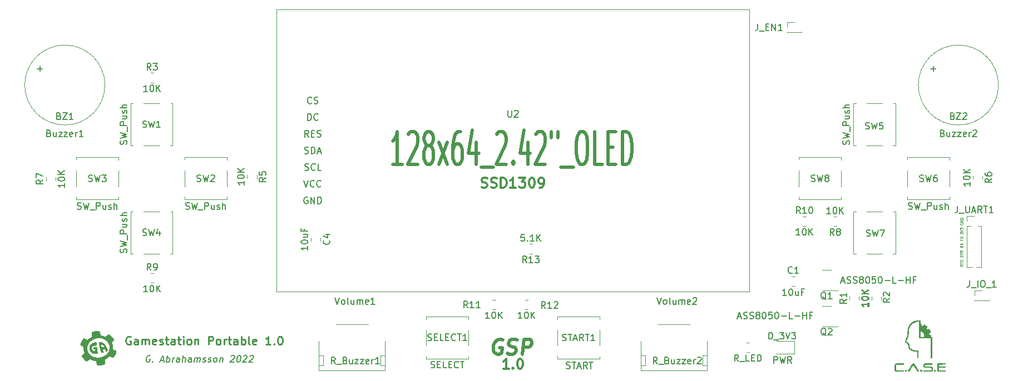
<source format=gbr>
%TF.GenerationSoftware,KiCad,Pcbnew,(6.0.4)*%
%TF.CreationDate,2022-11-06T13:58:30+01:00*%
%TF.ProjectId,GSP-1.0,4753502d-312e-4302-9e6b-696361645f70,rev?*%
%TF.SameCoordinates,Original*%
%TF.FileFunction,Legend,Top*%
%TF.FilePolarity,Positive*%
%FSLAX46Y46*%
G04 Gerber Fmt 4.6, Leading zero omitted, Abs format (unit mm)*
G04 Created by KiCad (PCBNEW (6.0.4)) date 2022-11-06 13:58:30*
%MOMM*%
%LPD*%
G01*
G04 APERTURE LIST*
%ADD10C,0.300000*%
%ADD11C,0.100000*%
%ADD12C,0.200000*%
%ADD13C,0.250000*%
%ADD14C,0.500000*%
%ADD15C,0.150000*%
%ADD16C,0.120000*%
G04 APERTURE END LIST*
D10*
X145236442Y-105563609D02*
X145450727Y-105635038D01*
X145807870Y-105635038D01*
X145950727Y-105563609D01*
X146022156Y-105492181D01*
X146093584Y-105349324D01*
X146093584Y-105206467D01*
X146022156Y-105063609D01*
X145950727Y-104992181D01*
X145807870Y-104920752D01*
X145522156Y-104849324D01*
X145379299Y-104777895D01*
X145307870Y-104706467D01*
X145236442Y-104563609D01*
X145236442Y-104420752D01*
X145307870Y-104277895D01*
X145379299Y-104206467D01*
X145522156Y-104135038D01*
X145879299Y-104135038D01*
X146093584Y-104206467D01*
X146665013Y-105563609D02*
X146879299Y-105635038D01*
X147236442Y-105635038D01*
X147379299Y-105563609D01*
X147450727Y-105492181D01*
X147522156Y-105349324D01*
X147522156Y-105206467D01*
X147450727Y-105063609D01*
X147379299Y-104992181D01*
X147236442Y-104920752D01*
X146950727Y-104849324D01*
X146807870Y-104777895D01*
X146736442Y-104706467D01*
X146665013Y-104563609D01*
X146665013Y-104420752D01*
X146736442Y-104277895D01*
X146807870Y-104206467D01*
X146950727Y-104135038D01*
X147307870Y-104135038D01*
X147522156Y-104206467D01*
X148165013Y-105635038D02*
X148165013Y-104135038D01*
X148522156Y-104135038D01*
X148736442Y-104206467D01*
X148879299Y-104349324D01*
X148950727Y-104492181D01*
X149022156Y-104777895D01*
X149022156Y-104992181D01*
X148950727Y-105277895D01*
X148879299Y-105420752D01*
X148736442Y-105563609D01*
X148522156Y-105635038D01*
X148165013Y-105635038D01*
X150450727Y-105635038D02*
X149593584Y-105635038D01*
X150022156Y-105635038D02*
X150022156Y-104135038D01*
X149879299Y-104349324D01*
X149736442Y-104492181D01*
X149593584Y-104563609D01*
X150950727Y-104135038D02*
X151879299Y-104135038D01*
X151379299Y-104706467D01*
X151593584Y-104706467D01*
X151736442Y-104777895D01*
X151807870Y-104849324D01*
X151879299Y-104992181D01*
X151879299Y-105349324D01*
X151807870Y-105492181D01*
X151736442Y-105563609D01*
X151593584Y-105635038D01*
X151165013Y-105635038D01*
X151022156Y-105563609D01*
X150950727Y-105492181D01*
X152807870Y-104135038D02*
X152950727Y-104135038D01*
X153093584Y-104206467D01*
X153165013Y-104277895D01*
X153236442Y-104420752D01*
X153307870Y-104706467D01*
X153307870Y-105063609D01*
X153236442Y-105349324D01*
X153165013Y-105492181D01*
X153093584Y-105563609D01*
X152950727Y-105635038D01*
X152807870Y-105635038D01*
X152665013Y-105563609D01*
X152593584Y-105492181D01*
X152522156Y-105349324D01*
X152450727Y-105063609D01*
X152450727Y-104706467D01*
X152522156Y-104420752D01*
X152593584Y-104277895D01*
X152665013Y-104206467D01*
X152807870Y-104135038D01*
X154022156Y-105635038D02*
X154307870Y-105635038D01*
X154450727Y-105563609D01*
X154522156Y-105492181D01*
X154665013Y-105277895D01*
X154736442Y-104992181D01*
X154736442Y-104420752D01*
X154665013Y-104277895D01*
X154593584Y-104206467D01*
X154450727Y-104135038D01*
X154165013Y-104135038D01*
X154022156Y-104206467D01*
X153950727Y-104277895D01*
X153879299Y-104420752D01*
X153879299Y-104777895D01*
X153950727Y-104920752D01*
X154022156Y-104992181D01*
X154165013Y-105063609D01*
X154450727Y-105063609D01*
X154593584Y-104992181D01*
X154665013Y-104920752D01*
X154736442Y-104777895D01*
D11*
X218459748Y-117325228D02*
X218269272Y-117458561D01*
X218459748Y-117553799D02*
X218059748Y-117553799D01*
X218059748Y-117401418D01*
X218078796Y-117363323D01*
X218097843Y-117344276D01*
X218135938Y-117325228D01*
X218193081Y-117325228D01*
X218231176Y-117344276D01*
X218250224Y-117363323D01*
X218269272Y-117401418D01*
X218269272Y-117553799D01*
X218059748Y-117210942D02*
X218059748Y-116982371D01*
X218459748Y-117096657D02*
X218059748Y-117096657D01*
X218440700Y-116868085D02*
X218459748Y-116810942D01*
X218459748Y-116715704D01*
X218440700Y-116677609D01*
X218421653Y-116658561D01*
X218383557Y-116639514D01*
X218345462Y-116639514D01*
X218307367Y-116658561D01*
X218288319Y-116677609D01*
X218269272Y-116715704D01*
X218250224Y-116791895D01*
X218231176Y-116829990D01*
X218212129Y-116849037D01*
X218174034Y-116868085D01*
X218135938Y-116868085D01*
X218097843Y-116849037D01*
X218078796Y-116829990D01*
X218059748Y-116791895D01*
X218059748Y-116696657D01*
X218078796Y-116639514D01*
X218459748Y-116163323D02*
X218059748Y-116163323D01*
X218059748Y-116068085D01*
X218078796Y-116010942D01*
X218116891Y-115972847D01*
X218154986Y-115953799D01*
X218231176Y-115934752D01*
X218288319Y-115934752D01*
X218364510Y-115953799D01*
X218402605Y-115972847D01*
X218440700Y-116010942D01*
X218459748Y-116068085D01*
X218459748Y-116163323D01*
X218059748Y-115820466D02*
X218059748Y-115591895D01*
X218459748Y-115706180D02*
X218059748Y-115706180D01*
X218459748Y-115229990D02*
X218269272Y-115363323D01*
X218459748Y-115458561D02*
X218059748Y-115458561D01*
X218059748Y-115306180D01*
X218078796Y-115268085D01*
X218097843Y-115249037D01*
X218135938Y-115229990D01*
X218193081Y-115229990D01*
X218231176Y-115249037D01*
X218250224Y-115268085D01*
X218269272Y-115306180D01*
X218269272Y-115458561D01*
X218459748Y-114525228D02*
X218269272Y-114658561D01*
X218459748Y-114753799D02*
X218059748Y-114753799D01*
X218059748Y-114601418D01*
X218078796Y-114563323D01*
X218097843Y-114544276D01*
X218135938Y-114525228D01*
X218193081Y-114525228D01*
X218231176Y-114544276D01*
X218250224Y-114563323D01*
X218269272Y-114601418D01*
X218269272Y-114753799D01*
X218059748Y-114391895D02*
X218459748Y-114125228D01*
X218059748Y-114125228D02*
X218459748Y-114391895D01*
X218059748Y-113725228D02*
X218059748Y-113496657D01*
X218459748Y-113610942D02*
X218059748Y-113610942D01*
X218059748Y-113401418D02*
X218459748Y-113134752D01*
X218059748Y-113134752D02*
X218459748Y-113401418D01*
X218059748Y-112715704D02*
X218059748Y-112468085D01*
X218212129Y-112601418D01*
X218212129Y-112544276D01*
X218231176Y-112506180D01*
X218250224Y-112487133D01*
X218288319Y-112468085D01*
X218383557Y-112468085D01*
X218421653Y-112487133D01*
X218440700Y-112506180D01*
X218459748Y-112544276D01*
X218459748Y-112658561D01*
X218440700Y-112696657D01*
X218421653Y-112715704D01*
X218059748Y-112353799D02*
X218459748Y-112220466D01*
X218059748Y-112087133D01*
X218059748Y-111991895D02*
X218059748Y-111744276D01*
X218212129Y-111877609D01*
X218212129Y-111820466D01*
X218231176Y-111782371D01*
X218250224Y-111763323D01*
X218288319Y-111744276D01*
X218383557Y-111744276D01*
X218421653Y-111763323D01*
X218440700Y-111782371D01*
X218459748Y-111820466D01*
X218459748Y-111934752D01*
X218440700Y-111972847D01*
X218421653Y-111991895D01*
X218078796Y-111058561D02*
X218059748Y-111096657D01*
X218059748Y-111153799D01*
X218078796Y-111210942D01*
X218116891Y-111249037D01*
X218154986Y-111268085D01*
X218231176Y-111287133D01*
X218288319Y-111287133D01*
X218364510Y-111268085D01*
X218402605Y-111249037D01*
X218440700Y-111210942D01*
X218459748Y-111153799D01*
X218459748Y-111115704D01*
X218440700Y-111058561D01*
X218421653Y-111039514D01*
X218288319Y-111039514D01*
X218288319Y-111115704D01*
X218459748Y-110868085D02*
X218059748Y-110868085D01*
X218459748Y-110639514D01*
X218059748Y-110639514D01*
X218459748Y-110449037D02*
X218059748Y-110449037D01*
X218059748Y-110353799D01*
X218078796Y-110296657D01*
X218116891Y-110258561D01*
X218154986Y-110239514D01*
X218231176Y-110220466D01*
X218288319Y-110220466D01*
X218364510Y-110239514D01*
X218402605Y-110258561D01*
X218440700Y-110296657D01*
X218459748Y-110353799D01*
X218459748Y-110449037D01*
D12*
X94806020Y-131285335D02*
X94716734Y-131237715D01*
X94573877Y-131237715D01*
X94425068Y-131285335D01*
X94317925Y-131380573D01*
X94258401Y-131475811D01*
X94186972Y-131666287D01*
X94169115Y-131809144D01*
X94192925Y-131999620D01*
X94228639Y-132094858D01*
X94311972Y-132190096D01*
X94448877Y-132237715D01*
X94544115Y-132237715D01*
X94692925Y-132190096D01*
X94746496Y-132142477D01*
X94788163Y-131809144D01*
X94597687Y-131809144D01*
X95175068Y-132142477D02*
X95216734Y-132190096D01*
X95163163Y-132237715D01*
X95121496Y-132190096D01*
X95175068Y-132142477D01*
X95163163Y-132237715D01*
X96389353Y-131952001D02*
X96865544Y-131952001D01*
X96258401Y-132237715D02*
X96716734Y-131237715D01*
X96925068Y-132237715D01*
X97258401Y-132237715D02*
X97383401Y-131237715D01*
X97335782Y-131618668D02*
X97436972Y-131571049D01*
X97627448Y-131571049D01*
X97716734Y-131618668D01*
X97758401Y-131666287D01*
X97794115Y-131761525D01*
X97758401Y-132047239D01*
X97698877Y-132142477D01*
X97645306Y-132190096D01*
X97544115Y-132237715D01*
X97353639Y-132237715D01*
X97264353Y-132190096D01*
X98163163Y-132237715D02*
X98246496Y-131571049D01*
X98222687Y-131761525D02*
X98282210Y-131666287D01*
X98335782Y-131618668D01*
X98436972Y-131571049D01*
X98532210Y-131571049D01*
X99210782Y-132237715D02*
X99276258Y-131713906D01*
X99240544Y-131618668D01*
X99151258Y-131571049D01*
X98960782Y-131571049D01*
X98859591Y-131618668D01*
X99216734Y-132190096D02*
X99115544Y-132237715D01*
X98877448Y-132237715D01*
X98788163Y-132190096D01*
X98752448Y-132094858D01*
X98764353Y-131999620D01*
X98823877Y-131904382D01*
X98925068Y-131856763D01*
X99163163Y-131856763D01*
X99264353Y-131809144D01*
X99686972Y-132237715D02*
X99811972Y-131237715D01*
X100115544Y-132237715D02*
X100181020Y-131713906D01*
X100145306Y-131618668D01*
X100056020Y-131571049D01*
X99913163Y-131571049D01*
X99811972Y-131618668D01*
X99758401Y-131666287D01*
X101020306Y-132237715D02*
X101085782Y-131713906D01*
X101050068Y-131618668D01*
X100960782Y-131571049D01*
X100770306Y-131571049D01*
X100669115Y-131618668D01*
X101026258Y-132190096D02*
X100925068Y-132237715D01*
X100686972Y-132237715D01*
X100597687Y-132190096D01*
X100561972Y-132094858D01*
X100573877Y-131999620D01*
X100633401Y-131904382D01*
X100734591Y-131856763D01*
X100972687Y-131856763D01*
X101073877Y-131809144D01*
X101496496Y-132237715D02*
X101579829Y-131571049D01*
X101567925Y-131666287D02*
X101621496Y-131618668D01*
X101722687Y-131571049D01*
X101865544Y-131571049D01*
X101954829Y-131618668D01*
X101990544Y-131713906D01*
X101925068Y-132237715D01*
X101990544Y-131713906D02*
X102050068Y-131618668D01*
X102151258Y-131571049D01*
X102294115Y-131571049D01*
X102383401Y-131618668D01*
X102419115Y-131713906D01*
X102353639Y-132237715D01*
X102788163Y-132190096D02*
X102877448Y-132237715D01*
X103067925Y-132237715D01*
X103169115Y-132190096D01*
X103228639Y-132094858D01*
X103234591Y-132047239D01*
X103198877Y-131952001D01*
X103109591Y-131904382D01*
X102966734Y-131904382D01*
X102877449Y-131856763D01*
X102841734Y-131761525D01*
X102847687Y-131713906D01*
X102907210Y-131618668D01*
X103008401Y-131571049D01*
X103151258Y-131571049D01*
X103240544Y-131618668D01*
X103597687Y-132190096D02*
X103686972Y-132237715D01*
X103877448Y-132237715D01*
X103978639Y-132190096D01*
X104038163Y-132094858D01*
X104044115Y-132047239D01*
X104008401Y-131952001D01*
X103919115Y-131904382D01*
X103776258Y-131904382D01*
X103686972Y-131856763D01*
X103651258Y-131761525D01*
X103657210Y-131713906D01*
X103716734Y-131618668D01*
X103817925Y-131571049D01*
X103960782Y-131571049D01*
X104050068Y-131618668D01*
X104591734Y-132237715D02*
X104502448Y-132190096D01*
X104460782Y-132142477D01*
X104425068Y-132047239D01*
X104460782Y-131761525D01*
X104520306Y-131666287D01*
X104573877Y-131618668D01*
X104675068Y-131571049D01*
X104817925Y-131571049D01*
X104907210Y-131618668D01*
X104948877Y-131666287D01*
X104984591Y-131761525D01*
X104948877Y-132047239D01*
X104889353Y-132142477D01*
X104835782Y-132190096D01*
X104734591Y-132237715D01*
X104591734Y-132237715D01*
X105436972Y-131571049D02*
X105353639Y-132237715D01*
X105425068Y-131666287D02*
X105478639Y-131618668D01*
X105579829Y-131571049D01*
X105722687Y-131571049D01*
X105811972Y-131618668D01*
X105847687Y-131713906D01*
X105782210Y-132237715D01*
X107085782Y-131332954D02*
X107139353Y-131285335D01*
X107240544Y-131237715D01*
X107478639Y-131237715D01*
X107567925Y-131285335D01*
X107609591Y-131332954D01*
X107645306Y-131428192D01*
X107633401Y-131523430D01*
X107567925Y-131666287D01*
X106925068Y-132237715D01*
X107544115Y-132237715D01*
X108288163Y-131237715D02*
X108383401Y-131237715D01*
X108472687Y-131285335D01*
X108514353Y-131332954D01*
X108550068Y-131428192D01*
X108573877Y-131618668D01*
X108544115Y-131856763D01*
X108472687Y-132047239D01*
X108413163Y-132142477D01*
X108359591Y-132190096D01*
X108258401Y-132237715D01*
X108163163Y-132237715D01*
X108073877Y-132190096D01*
X108032210Y-132142477D01*
X107996496Y-132047239D01*
X107972687Y-131856763D01*
X108002448Y-131618668D01*
X108073877Y-131428192D01*
X108133401Y-131332954D01*
X108186972Y-131285335D01*
X108288163Y-131237715D01*
X108990544Y-131332954D02*
X109044115Y-131285335D01*
X109145306Y-131237715D01*
X109383401Y-131237715D01*
X109472687Y-131285335D01*
X109514353Y-131332954D01*
X109550068Y-131428192D01*
X109538163Y-131523430D01*
X109472687Y-131666287D01*
X108829829Y-132237715D01*
X109448877Y-132237715D01*
X109942925Y-131332954D02*
X109996496Y-131285335D01*
X110097687Y-131237715D01*
X110335782Y-131237715D01*
X110425068Y-131285335D01*
X110466734Y-131332954D01*
X110502448Y-131428192D01*
X110490544Y-131523430D01*
X110425068Y-131666287D01*
X109782210Y-132237715D01*
X110401258Y-132237715D01*
D10*
X149371171Y-133224162D02*
X148514029Y-133224162D01*
X148942600Y-133224162D02*
X148942600Y-131724162D01*
X148799743Y-131938448D01*
X148656886Y-132081305D01*
X148514029Y-132152733D01*
X150014029Y-133081305D02*
X150085457Y-133152733D01*
X150014029Y-133224162D01*
X149942600Y-133152733D01*
X150014029Y-133081305D01*
X150014029Y-133224162D01*
X151014029Y-131724162D02*
X151156886Y-131724162D01*
X151299743Y-131795591D01*
X151371171Y-131867019D01*
X151442600Y-132009876D01*
X151514029Y-132295591D01*
X151514029Y-132652733D01*
X151442600Y-132938448D01*
X151371171Y-133081305D01*
X151299743Y-133152733D01*
X151156886Y-133224162D01*
X151014029Y-133224162D01*
X150871171Y-133152733D01*
X150799743Y-133081305D01*
X150728314Y-132938448D01*
X150656886Y-132652733D01*
X150656886Y-132295591D01*
X150728314Y-132009876D01*
X150799743Y-131867019D01*
X150871171Y-131795591D01*
X151014029Y-131724162D01*
D13*
X91809523Y-128375000D02*
X91690476Y-128315476D01*
X91511904Y-128315476D01*
X91333333Y-128375000D01*
X91214285Y-128494047D01*
X91154761Y-128613095D01*
X91095238Y-128851190D01*
X91095238Y-129029761D01*
X91154761Y-129267857D01*
X91214285Y-129386904D01*
X91333333Y-129505952D01*
X91511904Y-129565476D01*
X91630952Y-129565476D01*
X91809523Y-129505952D01*
X91869047Y-129446428D01*
X91869047Y-129029761D01*
X91630952Y-129029761D01*
X92940476Y-129565476D02*
X92940476Y-128910714D01*
X92880952Y-128791666D01*
X92761904Y-128732142D01*
X92523809Y-128732142D01*
X92404761Y-128791666D01*
X92940476Y-129505952D02*
X92821428Y-129565476D01*
X92523809Y-129565476D01*
X92404761Y-129505952D01*
X92345238Y-129386904D01*
X92345238Y-129267857D01*
X92404761Y-129148809D01*
X92523809Y-129089285D01*
X92821428Y-129089285D01*
X92940476Y-129029761D01*
X93535714Y-129565476D02*
X93535714Y-128732142D01*
X93535714Y-128851190D02*
X93595238Y-128791666D01*
X93714285Y-128732142D01*
X93892857Y-128732142D01*
X94011904Y-128791666D01*
X94071428Y-128910714D01*
X94071428Y-129565476D01*
X94071428Y-128910714D02*
X94130952Y-128791666D01*
X94250000Y-128732142D01*
X94428571Y-128732142D01*
X94547619Y-128791666D01*
X94607142Y-128910714D01*
X94607142Y-129565476D01*
X95678571Y-129505952D02*
X95559523Y-129565476D01*
X95321428Y-129565476D01*
X95202380Y-129505952D01*
X95142857Y-129386904D01*
X95142857Y-128910714D01*
X95202380Y-128791666D01*
X95321428Y-128732142D01*
X95559523Y-128732142D01*
X95678571Y-128791666D01*
X95738095Y-128910714D01*
X95738095Y-129029761D01*
X95142857Y-129148809D01*
X96214285Y-129505952D02*
X96333333Y-129565476D01*
X96571428Y-129565476D01*
X96690476Y-129505952D01*
X96750000Y-129386904D01*
X96750000Y-129327380D01*
X96690476Y-129208333D01*
X96571428Y-129148809D01*
X96392857Y-129148809D01*
X96273809Y-129089285D01*
X96214285Y-128970238D01*
X96214285Y-128910714D01*
X96273809Y-128791666D01*
X96392857Y-128732142D01*
X96571428Y-128732142D01*
X96690476Y-128791666D01*
X97107142Y-128732142D02*
X97583333Y-128732142D01*
X97285714Y-128315476D02*
X97285714Y-129386904D01*
X97345238Y-129505952D01*
X97464285Y-129565476D01*
X97583333Y-129565476D01*
X98535714Y-129565476D02*
X98535714Y-128910714D01*
X98476190Y-128791666D01*
X98357142Y-128732142D01*
X98119047Y-128732142D01*
X98000000Y-128791666D01*
X98535714Y-129505952D02*
X98416666Y-129565476D01*
X98119047Y-129565476D01*
X98000000Y-129505952D01*
X97940476Y-129386904D01*
X97940476Y-129267857D01*
X98000000Y-129148809D01*
X98119047Y-129089285D01*
X98416666Y-129089285D01*
X98535714Y-129029761D01*
X98952380Y-128732142D02*
X99428571Y-128732142D01*
X99130952Y-128315476D02*
X99130952Y-129386904D01*
X99190476Y-129505952D01*
X99309523Y-129565476D01*
X99428571Y-129565476D01*
X99845238Y-129565476D02*
X99845238Y-128732142D01*
X99845238Y-128315476D02*
X99785714Y-128375000D01*
X99845238Y-128434523D01*
X99904761Y-128375000D01*
X99845238Y-128315476D01*
X99845238Y-128434523D01*
X100619047Y-129565476D02*
X100500000Y-129505952D01*
X100440476Y-129446428D01*
X100380952Y-129327380D01*
X100380952Y-128970238D01*
X100440476Y-128851190D01*
X100500000Y-128791666D01*
X100619047Y-128732142D01*
X100797619Y-128732142D01*
X100916666Y-128791666D01*
X100976190Y-128851190D01*
X101035714Y-128970238D01*
X101035714Y-129327380D01*
X100976190Y-129446428D01*
X100916666Y-129505952D01*
X100797619Y-129565476D01*
X100619047Y-129565476D01*
X101571428Y-128732142D02*
X101571428Y-129565476D01*
X101571428Y-128851190D02*
X101630952Y-128791666D01*
X101750000Y-128732142D01*
X101928571Y-128732142D01*
X102047619Y-128791666D01*
X102107142Y-128910714D01*
X102107142Y-129565476D01*
X103654761Y-129565476D02*
X103654761Y-128315476D01*
X104130952Y-128315476D01*
X104250000Y-128375000D01*
X104309523Y-128434523D01*
X104369047Y-128553571D01*
X104369047Y-128732142D01*
X104309523Y-128851190D01*
X104250000Y-128910714D01*
X104130952Y-128970238D01*
X103654761Y-128970238D01*
X105083333Y-129565476D02*
X104964285Y-129505952D01*
X104904761Y-129446428D01*
X104845238Y-129327380D01*
X104845238Y-128970238D01*
X104904761Y-128851190D01*
X104964285Y-128791666D01*
X105083333Y-128732142D01*
X105261904Y-128732142D01*
X105380952Y-128791666D01*
X105440476Y-128851190D01*
X105500000Y-128970238D01*
X105500000Y-129327380D01*
X105440476Y-129446428D01*
X105380952Y-129505952D01*
X105261904Y-129565476D01*
X105083333Y-129565476D01*
X106035714Y-129565476D02*
X106035714Y-128732142D01*
X106035714Y-128970238D02*
X106095238Y-128851190D01*
X106154761Y-128791666D01*
X106273809Y-128732142D01*
X106392857Y-128732142D01*
X106630952Y-128732142D02*
X107107142Y-128732142D01*
X106809523Y-128315476D02*
X106809523Y-129386904D01*
X106869047Y-129505952D01*
X106988095Y-129565476D01*
X107107142Y-129565476D01*
X108059523Y-129565476D02*
X108059523Y-128910714D01*
X108000000Y-128791666D01*
X107880952Y-128732142D01*
X107642857Y-128732142D01*
X107523809Y-128791666D01*
X108059523Y-129505952D02*
X107940476Y-129565476D01*
X107642857Y-129565476D01*
X107523809Y-129505952D01*
X107464285Y-129386904D01*
X107464285Y-129267857D01*
X107523809Y-129148809D01*
X107642857Y-129089285D01*
X107940476Y-129089285D01*
X108059523Y-129029761D01*
X108654761Y-129565476D02*
X108654761Y-128315476D01*
X108654761Y-128791666D02*
X108773809Y-128732142D01*
X109011904Y-128732142D01*
X109130952Y-128791666D01*
X109190476Y-128851190D01*
X109250000Y-128970238D01*
X109250000Y-129327380D01*
X109190476Y-129446428D01*
X109130952Y-129505952D01*
X109011904Y-129565476D01*
X108773809Y-129565476D01*
X108654761Y-129505952D01*
X109964285Y-129565476D02*
X109845238Y-129505952D01*
X109785714Y-129386904D01*
X109785714Y-128315476D01*
X110916666Y-129505952D02*
X110797619Y-129565476D01*
X110559523Y-129565476D01*
X110440476Y-129505952D01*
X110380952Y-129386904D01*
X110380952Y-128910714D01*
X110440476Y-128791666D01*
X110559523Y-128732142D01*
X110797619Y-128732142D01*
X110916666Y-128791666D01*
X110976190Y-128910714D01*
X110976190Y-129029761D01*
X110380952Y-129148809D01*
X113119047Y-129565476D02*
X112404761Y-129565476D01*
X112761904Y-129565476D02*
X112761904Y-128315476D01*
X112642857Y-128494047D01*
X112523809Y-128613095D01*
X112404761Y-128672619D01*
X113654761Y-129446428D02*
X113714285Y-129505952D01*
X113654761Y-129565476D01*
X113595238Y-129505952D01*
X113654761Y-129446428D01*
X113654761Y-129565476D01*
X114488095Y-128315476D02*
X114607142Y-128315476D01*
X114726190Y-128375000D01*
X114785714Y-128434523D01*
X114845238Y-128553571D01*
X114904761Y-128791666D01*
X114904761Y-129089285D01*
X114845238Y-129327380D01*
X114785714Y-129446428D01*
X114726190Y-129505952D01*
X114607142Y-129565476D01*
X114488095Y-129565476D01*
X114369047Y-129505952D01*
X114309523Y-129446428D01*
X114250000Y-129327380D01*
X114190476Y-129089285D01*
X114190476Y-128791666D01*
X114250000Y-128553571D01*
X114309523Y-128434523D01*
X114369047Y-128375000D01*
X114488095Y-128315476D01*
D14*
X148447700Y-128875000D02*
X148246808Y-128767857D01*
X147925379Y-128767857D01*
X147590558Y-128875000D01*
X147349486Y-129089285D01*
X147215558Y-129303571D01*
X147054843Y-129732142D01*
X147014665Y-130053571D01*
X147068236Y-130482142D01*
X147148593Y-130696428D01*
X147336093Y-130910714D01*
X147644129Y-131017857D01*
X147858415Y-131017857D01*
X148193236Y-130910714D01*
X148313772Y-130803571D01*
X148407522Y-130053571D01*
X147978950Y-130053571D01*
X149157522Y-130910714D02*
X149465558Y-131017857D01*
X150001272Y-131017857D01*
X150228950Y-130910714D01*
X150349486Y-130803571D01*
X150483415Y-130589285D01*
X150510200Y-130375000D01*
X150429843Y-130160714D01*
X150336093Y-130053571D01*
X150135200Y-129946428D01*
X149720022Y-129839285D01*
X149519129Y-129732142D01*
X149425379Y-129625000D01*
X149345022Y-129410714D01*
X149371808Y-129196428D01*
X149505736Y-128982142D01*
X149626272Y-128875000D01*
X149853950Y-128767857D01*
X150389665Y-128767857D01*
X150697700Y-128875000D01*
X151394129Y-131017857D02*
X151675379Y-128767857D01*
X152532522Y-128767857D01*
X152733415Y-128875000D01*
X152827165Y-128982142D01*
X152907522Y-129196428D01*
X152867343Y-129517857D01*
X152733415Y-129732142D01*
X152612879Y-129839285D01*
X152385200Y-129946428D01*
X151528058Y-129946428D01*
D15*
%TO.C,C4*%
X122037142Y-113666666D02*
X122084761Y-113714285D01*
X122132380Y-113857142D01*
X122132380Y-113952380D01*
X122084761Y-114095238D01*
X121989523Y-114190476D01*
X121894285Y-114238095D01*
X121703809Y-114285714D01*
X121560952Y-114285714D01*
X121370476Y-114238095D01*
X121275238Y-114190476D01*
X121180000Y-114095238D01*
X121132380Y-113952380D01*
X121132380Y-113857142D01*
X121180000Y-113714285D01*
X121227619Y-113666666D01*
X121465714Y-112809523D02*
X122132380Y-112809523D01*
X121084761Y-113047619D02*
X121799047Y-113285714D01*
X121799047Y-112666666D01*
X118772380Y-114571428D02*
X118772380Y-115142857D01*
X118772380Y-114857142D02*
X117772380Y-114857142D01*
X117915238Y-114952380D01*
X118010476Y-115047619D01*
X118058095Y-115142857D01*
X117772380Y-113952380D02*
X117772380Y-113857142D01*
X117820000Y-113761904D01*
X117867619Y-113714285D01*
X117962857Y-113666666D01*
X118153333Y-113619047D01*
X118391428Y-113619047D01*
X118581904Y-113666666D01*
X118677142Y-113714285D01*
X118724761Y-113761904D01*
X118772380Y-113857142D01*
X118772380Y-113952380D01*
X118724761Y-114047619D01*
X118677142Y-114095238D01*
X118581904Y-114142857D01*
X118391428Y-114190476D01*
X118153333Y-114190476D01*
X117962857Y-114142857D01*
X117867619Y-114095238D01*
X117820000Y-114047619D01*
X117772380Y-113952380D01*
X118105714Y-112761904D02*
X118772380Y-112761904D01*
X118105714Y-113190476D02*
X118629523Y-113190476D01*
X118724761Y-113142857D01*
X118772380Y-113047619D01*
X118772380Y-112904761D01*
X118724761Y-112809523D01*
X118677142Y-112761904D01*
X118248571Y-111952380D02*
X118248571Y-112285714D01*
X118772380Y-112285714D02*
X117772380Y-112285714D01*
X117772380Y-111809523D01*
%TO.C,SW5*%
X203666666Y-96664761D02*
X203809523Y-96712380D01*
X204047619Y-96712380D01*
X204142857Y-96664761D01*
X204190476Y-96617142D01*
X204238095Y-96521904D01*
X204238095Y-96426666D01*
X204190476Y-96331428D01*
X204142857Y-96283809D01*
X204047619Y-96236190D01*
X203857142Y-96188571D01*
X203761904Y-96140952D01*
X203714285Y-96093333D01*
X203666666Y-95998095D01*
X203666666Y-95902857D01*
X203714285Y-95807619D01*
X203761904Y-95760000D01*
X203857142Y-95712380D01*
X204095238Y-95712380D01*
X204238095Y-95760000D01*
X204571428Y-95712380D02*
X204809523Y-96712380D01*
X205000000Y-95998095D01*
X205190476Y-96712380D01*
X205428571Y-95712380D01*
X206285714Y-95712380D02*
X205809523Y-95712380D01*
X205761904Y-96188571D01*
X205809523Y-96140952D01*
X205904761Y-96093333D01*
X206142857Y-96093333D01*
X206238095Y-96140952D01*
X206285714Y-96188571D01*
X206333333Y-96283809D01*
X206333333Y-96521904D01*
X206285714Y-96617142D01*
X206238095Y-96664761D01*
X206142857Y-96712380D01*
X205904761Y-96712380D01*
X205809523Y-96664761D01*
X205761904Y-96617142D01*
X201174761Y-99047619D02*
X201222380Y-98904761D01*
X201222380Y-98666666D01*
X201174761Y-98571428D01*
X201127142Y-98523809D01*
X201031904Y-98476190D01*
X200936666Y-98476190D01*
X200841428Y-98523809D01*
X200793809Y-98571428D01*
X200746190Y-98666666D01*
X200698571Y-98857142D01*
X200650952Y-98952380D01*
X200603333Y-99000000D01*
X200508095Y-99047619D01*
X200412857Y-99047619D01*
X200317619Y-99000000D01*
X200270000Y-98952380D01*
X200222380Y-98857142D01*
X200222380Y-98619047D01*
X200270000Y-98476190D01*
X200222380Y-98142857D02*
X201222380Y-97904761D01*
X200508095Y-97714285D01*
X201222380Y-97523809D01*
X200222380Y-97285714D01*
X201317619Y-97142857D02*
X201317619Y-96380952D01*
X201222380Y-96142857D02*
X200222380Y-96142857D01*
X200222380Y-95761904D01*
X200270000Y-95666666D01*
X200317619Y-95619047D01*
X200412857Y-95571428D01*
X200555714Y-95571428D01*
X200650952Y-95619047D01*
X200698571Y-95666666D01*
X200746190Y-95761904D01*
X200746190Y-96142857D01*
X200555714Y-94714285D02*
X201222380Y-94714285D01*
X200555714Y-95142857D02*
X201079523Y-95142857D01*
X201174761Y-95095238D01*
X201222380Y-95000000D01*
X201222380Y-94857142D01*
X201174761Y-94761904D01*
X201127142Y-94714285D01*
X201174761Y-94285714D02*
X201222380Y-94190476D01*
X201222380Y-94000000D01*
X201174761Y-93904761D01*
X201079523Y-93857142D01*
X201031904Y-93857142D01*
X200936666Y-93904761D01*
X200889047Y-94000000D01*
X200889047Y-94142857D01*
X200841428Y-94238095D01*
X200746190Y-94285714D01*
X200698571Y-94285714D01*
X200603333Y-94238095D01*
X200555714Y-94142857D01*
X200555714Y-94000000D01*
X200603333Y-93904761D01*
X201222380Y-93428571D02*
X200222380Y-93428571D01*
X201222380Y-93000000D02*
X200698571Y-93000000D01*
X200603333Y-93047619D01*
X200555714Y-93142857D01*
X200555714Y-93285714D01*
X200603333Y-93380952D01*
X200650952Y-93428571D01*
%TO.C,SW6*%
X211916666Y-104664761D02*
X212059523Y-104712380D01*
X212297619Y-104712380D01*
X212392857Y-104664761D01*
X212440476Y-104617142D01*
X212488095Y-104521904D01*
X212488095Y-104426666D01*
X212440476Y-104331428D01*
X212392857Y-104283809D01*
X212297619Y-104236190D01*
X212107142Y-104188571D01*
X212011904Y-104140952D01*
X211964285Y-104093333D01*
X211916666Y-103998095D01*
X211916666Y-103902857D01*
X211964285Y-103807619D01*
X212011904Y-103760000D01*
X212107142Y-103712380D01*
X212345238Y-103712380D01*
X212488095Y-103760000D01*
X212821428Y-103712380D02*
X213059523Y-104712380D01*
X213250000Y-103998095D01*
X213440476Y-104712380D01*
X213678571Y-103712380D01*
X214488095Y-103712380D02*
X214297619Y-103712380D01*
X214202380Y-103760000D01*
X214154761Y-103807619D01*
X214059523Y-103950476D01*
X214011904Y-104140952D01*
X214011904Y-104521904D01*
X214059523Y-104617142D01*
X214107142Y-104664761D01*
X214202380Y-104712380D01*
X214392857Y-104712380D01*
X214488095Y-104664761D01*
X214535714Y-104617142D01*
X214583333Y-104521904D01*
X214583333Y-104283809D01*
X214535714Y-104188571D01*
X214488095Y-104140952D01*
X214392857Y-104093333D01*
X214202380Y-104093333D01*
X214107142Y-104140952D01*
X214059523Y-104188571D01*
X214011904Y-104283809D01*
X210202380Y-108884761D02*
X210345238Y-108932380D01*
X210583333Y-108932380D01*
X210678571Y-108884761D01*
X210726190Y-108837142D01*
X210773809Y-108741904D01*
X210773809Y-108646666D01*
X210726190Y-108551428D01*
X210678571Y-108503809D01*
X210583333Y-108456190D01*
X210392857Y-108408571D01*
X210297619Y-108360952D01*
X210250000Y-108313333D01*
X210202380Y-108218095D01*
X210202380Y-108122857D01*
X210250000Y-108027619D01*
X210297619Y-107980000D01*
X210392857Y-107932380D01*
X210630952Y-107932380D01*
X210773809Y-107980000D01*
X211107142Y-107932380D02*
X211345238Y-108932380D01*
X211535714Y-108218095D01*
X211726190Y-108932380D01*
X211964285Y-107932380D01*
X212107142Y-109027619D02*
X212869047Y-109027619D01*
X213107142Y-108932380D02*
X213107142Y-107932380D01*
X213488095Y-107932380D01*
X213583333Y-107980000D01*
X213630952Y-108027619D01*
X213678571Y-108122857D01*
X213678571Y-108265714D01*
X213630952Y-108360952D01*
X213583333Y-108408571D01*
X213488095Y-108456190D01*
X213107142Y-108456190D01*
X214535714Y-108265714D02*
X214535714Y-108932380D01*
X214107142Y-108265714D02*
X214107142Y-108789523D01*
X214154761Y-108884761D01*
X214250000Y-108932380D01*
X214392857Y-108932380D01*
X214488095Y-108884761D01*
X214535714Y-108837142D01*
X214964285Y-108884761D02*
X215059523Y-108932380D01*
X215250000Y-108932380D01*
X215345238Y-108884761D01*
X215392857Y-108789523D01*
X215392857Y-108741904D01*
X215345238Y-108646666D01*
X215250000Y-108599047D01*
X215107142Y-108599047D01*
X215011904Y-108551428D01*
X214964285Y-108456190D01*
X214964285Y-108408571D01*
X215011904Y-108313333D01*
X215107142Y-108265714D01*
X215250000Y-108265714D01*
X215345238Y-108313333D01*
X215821428Y-108932380D02*
X215821428Y-107932380D01*
X216250000Y-108932380D02*
X216250000Y-108408571D01*
X216202380Y-108313333D01*
X216107142Y-108265714D01*
X215964285Y-108265714D01*
X215869047Y-108313333D01*
X215821428Y-108360952D01*
%TO.C,R8*%
X198873333Y-112902380D02*
X198540000Y-112426190D01*
X198301904Y-112902380D02*
X198301904Y-111902380D01*
X198682857Y-111902380D01*
X198778095Y-111950000D01*
X198825714Y-111997619D01*
X198873333Y-112092857D01*
X198873333Y-112235714D01*
X198825714Y-112330952D01*
X198778095Y-112378571D01*
X198682857Y-112426190D01*
X198301904Y-112426190D01*
X199444761Y-112330952D02*
X199349523Y-112283333D01*
X199301904Y-112235714D01*
X199254285Y-112140476D01*
X199254285Y-112092857D01*
X199301904Y-111997619D01*
X199349523Y-111950000D01*
X199444761Y-111902380D01*
X199635238Y-111902380D01*
X199730476Y-111950000D01*
X199778095Y-111997619D01*
X199825714Y-112092857D01*
X199825714Y-112140476D01*
X199778095Y-112235714D01*
X199730476Y-112283333D01*
X199635238Y-112330952D01*
X199444761Y-112330952D01*
X199349523Y-112378571D01*
X199301904Y-112426190D01*
X199254285Y-112521428D01*
X199254285Y-112711904D01*
X199301904Y-112807142D01*
X199349523Y-112854761D01*
X199444761Y-112902380D01*
X199635238Y-112902380D01*
X199730476Y-112854761D01*
X199778095Y-112807142D01*
X199825714Y-112711904D01*
X199825714Y-112521428D01*
X199778095Y-112426190D01*
X199730476Y-112378571D01*
X199635238Y-112330952D01*
X198349523Y-109602380D02*
X197778095Y-109602380D01*
X198063809Y-109602380D02*
X198063809Y-108602380D01*
X197968571Y-108745238D01*
X197873333Y-108840476D01*
X197778095Y-108888095D01*
X198968571Y-108602380D02*
X199063809Y-108602380D01*
X199159047Y-108650000D01*
X199206666Y-108697619D01*
X199254285Y-108792857D01*
X199301904Y-108983333D01*
X199301904Y-109221428D01*
X199254285Y-109411904D01*
X199206666Y-109507142D01*
X199159047Y-109554761D01*
X199063809Y-109602380D01*
X198968571Y-109602380D01*
X198873333Y-109554761D01*
X198825714Y-109507142D01*
X198778095Y-109411904D01*
X198730476Y-109221428D01*
X198730476Y-108983333D01*
X198778095Y-108792857D01*
X198825714Y-108697619D01*
X198873333Y-108650000D01*
X198968571Y-108602380D01*
X199730476Y-109602380D02*
X199730476Y-108602380D01*
X200301904Y-109602380D02*
X199873333Y-109030952D01*
X200301904Y-108602380D02*
X199730476Y-109173809D01*
%TO.C,Q1*%
X197654761Y-122697619D02*
X197559523Y-122650000D01*
X197464285Y-122554761D01*
X197321428Y-122411904D01*
X197226190Y-122364285D01*
X197130952Y-122364285D01*
X197178571Y-122602380D02*
X197083333Y-122554761D01*
X196988095Y-122459523D01*
X196940476Y-122269047D01*
X196940476Y-121935714D01*
X196988095Y-121745238D01*
X197083333Y-121650000D01*
X197178571Y-121602380D01*
X197369047Y-121602380D01*
X197464285Y-121650000D01*
X197559523Y-121745238D01*
X197607142Y-121935714D01*
X197607142Y-122269047D01*
X197559523Y-122459523D01*
X197464285Y-122554761D01*
X197369047Y-122602380D01*
X197178571Y-122602380D01*
X198559523Y-122602380D02*
X197988095Y-122602380D01*
X198273809Y-122602380D02*
X198273809Y-121602380D01*
X198178571Y-121745238D01*
X198083333Y-121840476D01*
X197988095Y-121888095D01*
X199985032Y-119914942D02*
X200461223Y-119914942D01*
X199889794Y-120200656D02*
X200223128Y-119200656D01*
X200556461Y-120200656D01*
X200842175Y-120153037D02*
X200985032Y-120200656D01*
X201223128Y-120200656D01*
X201318366Y-120153037D01*
X201365985Y-120105418D01*
X201413604Y-120010180D01*
X201413604Y-119914942D01*
X201365985Y-119819704D01*
X201318366Y-119772085D01*
X201223128Y-119724466D01*
X201032651Y-119676847D01*
X200937413Y-119629228D01*
X200889794Y-119581609D01*
X200842175Y-119486371D01*
X200842175Y-119391133D01*
X200889794Y-119295895D01*
X200937413Y-119248276D01*
X201032651Y-119200656D01*
X201270747Y-119200656D01*
X201413604Y-119248276D01*
X201794556Y-120153037D02*
X201937413Y-120200656D01*
X202175509Y-120200656D01*
X202270747Y-120153037D01*
X202318366Y-120105418D01*
X202365985Y-120010180D01*
X202365985Y-119914942D01*
X202318366Y-119819704D01*
X202270747Y-119772085D01*
X202175509Y-119724466D01*
X201985032Y-119676847D01*
X201889794Y-119629228D01*
X201842175Y-119581609D01*
X201794556Y-119486371D01*
X201794556Y-119391133D01*
X201842175Y-119295895D01*
X201889794Y-119248276D01*
X201985032Y-119200656D01*
X202223128Y-119200656D01*
X202365985Y-119248276D01*
X202937413Y-119629228D02*
X202842175Y-119581609D01*
X202794556Y-119533990D01*
X202746937Y-119438752D01*
X202746937Y-119391133D01*
X202794556Y-119295895D01*
X202842175Y-119248276D01*
X202937413Y-119200656D01*
X203127889Y-119200656D01*
X203223128Y-119248276D01*
X203270747Y-119295895D01*
X203318366Y-119391133D01*
X203318366Y-119438752D01*
X203270747Y-119533990D01*
X203223128Y-119581609D01*
X203127889Y-119629228D01*
X202937413Y-119629228D01*
X202842175Y-119676847D01*
X202794556Y-119724466D01*
X202746937Y-119819704D01*
X202746937Y-120010180D01*
X202794556Y-120105418D01*
X202842175Y-120153037D01*
X202937413Y-120200656D01*
X203127889Y-120200656D01*
X203223128Y-120153037D01*
X203270747Y-120105418D01*
X203318366Y-120010180D01*
X203318366Y-119819704D01*
X203270747Y-119724466D01*
X203223128Y-119676847D01*
X203127889Y-119629228D01*
X203937413Y-119200656D02*
X204032651Y-119200656D01*
X204127889Y-119248276D01*
X204175509Y-119295895D01*
X204223128Y-119391133D01*
X204270747Y-119581609D01*
X204270747Y-119819704D01*
X204223128Y-120010180D01*
X204175509Y-120105418D01*
X204127889Y-120153037D01*
X204032651Y-120200656D01*
X203937413Y-120200656D01*
X203842175Y-120153037D01*
X203794556Y-120105418D01*
X203746937Y-120010180D01*
X203699318Y-119819704D01*
X203699318Y-119581609D01*
X203746937Y-119391133D01*
X203794556Y-119295895D01*
X203842175Y-119248276D01*
X203937413Y-119200656D01*
X205175509Y-119200656D02*
X204699318Y-119200656D01*
X204651699Y-119676847D01*
X204699318Y-119629228D01*
X204794556Y-119581609D01*
X205032651Y-119581609D01*
X205127889Y-119629228D01*
X205175509Y-119676847D01*
X205223128Y-119772085D01*
X205223128Y-120010180D01*
X205175509Y-120105418D01*
X205127889Y-120153037D01*
X205032651Y-120200656D01*
X204794556Y-120200656D01*
X204699318Y-120153037D01*
X204651699Y-120105418D01*
X205842175Y-119200656D02*
X205937413Y-119200656D01*
X206032651Y-119248276D01*
X206080270Y-119295895D01*
X206127889Y-119391133D01*
X206175509Y-119581609D01*
X206175509Y-119819704D01*
X206127889Y-120010180D01*
X206080270Y-120105418D01*
X206032651Y-120153037D01*
X205937413Y-120200656D01*
X205842175Y-120200656D01*
X205746937Y-120153037D01*
X205699318Y-120105418D01*
X205651699Y-120010180D01*
X205604080Y-119819704D01*
X205604080Y-119581609D01*
X205651699Y-119391133D01*
X205699318Y-119295895D01*
X205746937Y-119248276D01*
X205842175Y-119200656D01*
X206604080Y-119819704D02*
X207365985Y-119819704D01*
X208318366Y-120200656D02*
X207842175Y-120200656D01*
X207842175Y-119200656D01*
X208651699Y-119819704D02*
X209413604Y-119819704D01*
X209889794Y-120200656D02*
X209889794Y-119200656D01*
X209889794Y-119676847D02*
X210461223Y-119676847D01*
X210461223Y-120200656D02*
X210461223Y-119200656D01*
X211270747Y-119676847D02*
X210937413Y-119676847D01*
X210937413Y-120200656D02*
X210937413Y-119200656D01*
X211413604Y-119200656D01*
%TO.C,Q2*%
X197654761Y-128197619D02*
X197559523Y-128150000D01*
X197464285Y-128054761D01*
X197321428Y-127911904D01*
X197226190Y-127864285D01*
X197130952Y-127864285D01*
X197178571Y-128102380D02*
X197083333Y-128054761D01*
X196988095Y-127959523D01*
X196940476Y-127769047D01*
X196940476Y-127435714D01*
X196988095Y-127245238D01*
X197083333Y-127150000D01*
X197178571Y-127102380D01*
X197369047Y-127102380D01*
X197464285Y-127150000D01*
X197559523Y-127245238D01*
X197607142Y-127435714D01*
X197607142Y-127769047D01*
X197559523Y-127959523D01*
X197464285Y-128054761D01*
X197369047Y-128102380D01*
X197178571Y-128102380D01*
X197988095Y-127197619D02*
X198035714Y-127150000D01*
X198130952Y-127102380D01*
X198369047Y-127102380D01*
X198464285Y-127150000D01*
X198511904Y-127197619D01*
X198559523Y-127292857D01*
X198559523Y-127388095D01*
X198511904Y-127530952D01*
X197940476Y-128102380D01*
X198559523Y-128102380D01*
X184234836Y-125336135D02*
X184711027Y-125336135D01*
X184139598Y-125621849D02*
X184472932Y-124621849D01*
X184806265Y-125621849D01*
X185091979Y-125574230D02*
X185234836Y-125621849D01*
X185472932Y-125621849D01*
X185568170Y-125574230D01*
X185615789Y-125526611D01*
X185663408Y-125431373D01*
X185663408Y-125336135D01*
X185615789Y-125240897D01*
X185568170Y-125193278D01*
X185472932Y-125145659D01*
X185282455Y-125098040D01*
X185187217Y-125050421D01*
X185139598Y-125002802D01*
X185091979Y-124907564D01*
X185091979Y-124812326D01*
X185139598Y-124717088D01*
X185187217Y-124669469D01*
X185282455Y-124621849D01*
X185520551Y-124621849D01*
X185663408Y-124669469D01*
X186044360Y-125574230D02*
X186187217Y-125621849D01*
X186425313Y-125621849D01*
X186520551Y-125574230D01*
X186568170Y-125526611D01*
X186615789Y-125431373D01*
X186615789Y-125336135D01*
X186568170Y-125240897D01*
X186520551Y-125193278D01*
X186425313Y-125145659D01*
X186234836Y-125098040D01*
X186139598Y-125050421D01*
X186091979Y-125002802D01*
X186044360Y-124907564D01*
X186044360Y-124812326D01*
X186091979Y-124717088D01*
X186139598Y-124669469D01*
X186234836Y-124621849D01*
X186472932Y-124621849D01*
X186615789Y-124669469D01*
X187187217Y-125050421D02*
X187091979Y-125002802D01*
X187044360Y-124955183D01*
X186996741Y-124859945D01*
X186996741Y-124812326D01*
X187044360Y-124717088D01*
X187091979Y-124669469D01*
X187187217Y-124621849D01*
X187377693Y-124621849D01*
X187472932Y-124669469D01*
X187520551Y-124717088D01*
X187568170Y-124812326D01*
X187568170Y-124859945D01*
X187520551Y-124955183D01*
X187472932Y-125002802D01*
X187377693Y-125050421D01*
X187187217Y-125050421D01*
X187091979Y-125098040D01*
X187044360Y-125145659D01*
X186996741Y-125240897D01*
X186996741Y-125431373D01*
X187044360Y-125526611D01*
X187091979Y-125574230D01*
X187187217Y-125621849D01*
X187377693Y-125621849D01*
X187472932Y-125574230D01*
X187520551Y-125526611D01*
X187568170Y-125431373D01*
X187568170Y-125240897D01*
X187520551Y-125145659D01*
X187472932Y-125098040D01*
X187377693Y-125050421D01*
X188187217Y-124621849D02*
X188282455Y-124621849D01*
X188377693Y-124669469D01*
X188425313Y-124717088D01*
X188472932Y-124812326D01*
X188520551Y-125002802D01*
X188520551Y-125240897D01*
X188472932Y-125431373D01*
X188425313Y-125526611D01*
X188377693Y-125574230D01*
X188282455Y-125621849D01*
X188187217Y-125621849D01*
X188091979Y-125574230D01*
X188044360Y-125526611D01*
X187996741Y-125431373D01*
X187949122Y-125240897D01*
X187949122Y-125002802D01*
X187996741Y-124812326D01*
X188044360Y-124717088D01*
X188091979Y-124669469D01*
X188187217Y-124621849D01*
X189425313Y-124621849D02*
X188949122Y-124621849D01*
X188901503Y-125098040D01*
X188949122Y-125050421D01*
X189044360Y-125002802D01*
X189282455Y-125002802D01*
X189377693Y-125050421D01*
X189425313Y-125098040D01*
X189472932Y-125193278D01*
X189472932Y-125431373D01*
X189425313Y-125526611D01*
X189377693Y-125574230D01*
X189282455Y-125621849D01*
X189044360Y-125621849D01*
X188949122Y-125574230D01*
X188901503Y-125526611D01*
X190091979Y-124621849D02*
X190187217Y-124621849D01*
X190282455Y-124669469D01*
X190330074Y-124717088D01*
X190377693Y-124812326D01*
X190425313Y-125002802D01*
X190425313Y-125240897D01*
X190377693Y-125431373D01*
X190330074Y-125526611D01*
X190282455Y-125574230D01*
X190187217Y-125621849D01*
X190091979Y-125621849D01*
X189996741Y-125574230D01*
X189949122Y-125526611D01*
X189901503Y-125431373D01*
X189853884Y-125240897D01*
X189853884Y-125002802D01*
X189901503Y-124812326D01*
X189949122Y-124717088D01*
X189996741Y-124669469D01*
X190091979Y-124621849D01*
X190853884Y-125240897D02*
X191615789Y-125240897D01*
X192568170Y-125621849D02*
X192091979Y-125621849D01*
X192091979Y-124621849D01*
X192901503Y-125240897D02*
X193663408Y-125240897D01*
X194139598Y-125621849D02*
X194139598Y-124621849D01*
X194139598Y-125098040D02*
X194711027Y-125098040D01*
X194711027Y-125621849D02*
X194711027Y-124621849D01*
X195520551Y-125098040D02*
X195187217Y-125098040D01*
X195187217Y-125621849D02*
X195187217Y-124621849D01*
X195663408Y-124621849D01*
%TO.C,J_EN1*%
X187262461Y-80657262D02*
X187262461Y-81371548D01*
X187214842Y-81514405D01*
X187119604Y-81609643D01*
X186976747Y-81657262D01*
X186881509Y-81657262D01*
X187500557Y-81752501D02*
X188262461Y-81752501D01*
X188500557Y-81133453D02*
X188833890Y-81133453D01*
X188976747Y-81657262D02*
X188500557Y-81657262D01*
X188500557Y-80657262D01*
X188976747Y-80657262D01*
X189405318Y-81657262D02*
X189405318Y-80657262D01*
X189976747Y-81657262D01*
X189976747Y-80657262D01*
X190976747Y-81657262D02*
X190405318Y-81657262D01*
X190691033Y-81657262D02*
X190691033Y-80657262D01*
X190595795Y-80800120D01*
X190500557Y-80895358D01*
X190405318Y-80942977D01*
%TO.C,SW7*%
X203816666Y-113014761D02*
X203959523Y-113062380D01*
X204197619Y-113062380D01*
X204292857Y-113014761D01*
X204340476Y-112967142D01*
X204388095Y-112871904D01*
X204388095Y-112776666D01*
X204340476Y-112681428D01*
X204292857Y-112633809D01*
X204197619Y-112586190D01*
X204007142Y-112538571D01*
X203911904Y-112490952D01*
X203864285Y-112443333D01*
X203816666Y-112348095D01*
X203816666Y-112252857D01*
X203864285Y-112157619D01*
X203911904Y-112110000D01*
X204007142Y-112062380D01*
X204245238Y-112062380D01*
X204388095Y-112110000D01*
X204721428Y-112062380D02*
X204959523Y-113062380D01*
X205150000Y-112348095D01*
X205340476Y-113062380D01*
X205578571Y-112062380D01*
X205864285Y-112062380D02*
X206530952Y-112062380D01*
X206102380Y-113062380D01*
%TO.C,R7*%
X78469826Y-104469761D02*
X77993636Y-104803095D01*
X78469826Y-105041190D02*
X77469826Y-105041190D01*
X77469826Y-104660237D01*
X77517446Y-104564999D01*
X77565065Y-104517380D01*
X77660303Y-104469761D01*
X77803160Y-104469761D01*
X77898398Y-104517380D01*
X77946017Y-104564999D01*
X77993636Y-104660237D01*
X77993636Y-105041190D01*
X77469826Y-104136428D02*
X77469826Y-103469761D01*
X78469826Y-103898333D01*
X81769826Y-104993571D02*
X81769826Y-105564999D01*
X81769826Y-105279285D02*
X80769826Y-105279285D01*
X80912684Y-105374523D01*
X81007922Y-105469761D01*
X81055541Y-105564999D01*
X80769826Y-104374523D02*
X80769826Y-104279285D01*
X80817446Y-104184047D01*
X80865065Y-104136428D01*
X80960303Y-104088809D01*
X81150779Y-104041190D01*
X81388874Y-104041190D01*
X81579350Y-104088809D01*
X81674588Y-104136428D01*
X81722207Y-104184047D01*
X81769826Y-104279285D01*
X81769826Y-104374523D01*
X81722207Y-104469761D01*
X81674588Y-104517380D01*
X81579350Y-104564999D01*
X81388874Y-104612618D01*
X81150779Y-104612618D01*
X80960303Y-104564999D01*
X80865065Y-104517380D01*
X80817446Y-104469761D01*
X80769826Y-104374523D01*
X81769826Y-103612618D02*
X80769826Y-103612618D01*
X81769826Y-103041190D02*
X81198398Y-103469761D01*
X80769826Y-103041190D02*
X81341255Y-103612618D01*
%TO.C,START1*%
X157547619Y-128923151D02*
X157690476Y-128970770D01*
X157928571Y-128970770D01*
X158023809Y-128923151D01*
X158071428Y-128875532D01*
X158119047Y-128780294D01*
X158119047Y-128685056D01*
X158071428Y-128589818D01*
X158023809Y-128542199D01*
X157928571Y-128494580D01*
X157738095Y-128446961D01*
X157642857Y-128399342D01*
X157595238Y-128351723D01*
X157547619Y-128256485D01*
X157547619Y-128161247D01*
X157595238Y-128066009D01*
X157642857Y-128018390D01*
X157738095Y-127970770D01*
X157976190Y-127970770D01*
X158119047Y-128018390D01*
X158404761Y-127970770D02*
X158976190Y-127970770D01*
X158690476Y-128970770D02*
X158690476Y-127970770D01*
X159261904Y-128685056D02*
X159738095Y-128685056D01*
X159166666Y-128970770D02*
X159500000Y-127970770D01*
X159833333Y-128970770D01*
X160738095Y-128970770D02*
X160404761Y-128494580D01*
X160166666Y-128970770D02*
X160166666Y-127970770D01*
X160547619Y-127970770D01*
X160642857Y-128018390D01*
X160690476Y-128066009D01*
X160738095Y-128161247D01*
X160738095Y-128304104D01*
X160690476Y-128399342D01*
X160642857Y-128446961D01*
X160547619Y-128494580D01*
X160166666Y-128494580D01*
X161023809Y-127970770D02*
X161595238Y-127970770D01*
X161309523Y-128970770D02*
X161309523Y-127970770D01*
X162452380Y-128970770D02*
X161880952Y-128970770D01*
X162166666Y-128970770D02*
X162166666Y-127970770D01*
X162071428Y-128113628D01*
X161976190Y-128208866D01*
X161880952Y-128256485D01*
X158123702Y-133172542D02*
X158266559Y-133220161D01*
X158504654Y-133220161D01*
X158599893Y-133172542D01*
X158647512Y-133124923D01*
X158695131Y-133029685D01*
X158695131Y-132934447D01*
X158647512Y-132839209D01*
X158599893Y-132791590D01*
X158504654Y-132743971D01*
X158314178Y-132696352D01*
X158218940Y-132648733D01*
X158171321Y-132601114D01*
X158123702Y-132505876D01*
X158123702Y-132410638D01*
X158171321Y-132315400D01*
X158218940Y-132267781D01*
X158314178Y-132220161D01*
X158552273Y-132220161D01*
X158695131Y-132267781D01*
X158980845Y-132220161D02*
X159552273Y-132220161D01*
X159266559Y-133220161D02*
X159266559Y-132220161D01*
X159837988Y-132934447D02*
X160314178Y-132934447D01*
X159742750Y-133220161D02*
X160076083Y-132220161D01*
X160409416Y-133220161D01*
X161314178Y-133220161D02*
X160980845Y-132743971D01*
X160742750Y-133220161D02*
X160742750Y-132220161D01*
X161123702Y-132220161D01*
X161218940Y-132267781D01*
X161266559Y-132315400D01*
X161314178Y-132410638D01*
X161314178Y-132553495D01*
X161266559Y-132648733D01*
X161218940Y-132696352D01*
X161123702Y-132743971D01*
X160742750Y-132743971D01*
X161599893Y-132220161D02*
X162171321Y-132220161D01*
X161885607Y-133220161D02*
X161885607Y-132220161D01*
%TO.C,R_LED1*%
X184316428Y-132102380D02*
X183983095Y-131626190D01*
X183745000Y-132102380D02*
X183745000Y-131102380D01*
X184125952Y-131102380D01*
X184221190Y-131150000D01*
X184268809Y-131197619D01*
X184316428Y-131292857D01*
X184316428Y-131435714D01*
X184268809Y-131530952D01*
X184221190Y-131578571D01*
X184125952Y-131626190D01*
X183745000Y-131626190D01*
X184506904Y-132197619D02*
X185268809Y-132197619D01*
X185983095Y-132102380D02*
X185506904Y-132102380D01*
X185506904Y-131102380D01*
X186316428Y-131578571D02*
X186649761Y-131578571D01*
X186792619Y-132102380D02*
X186316428Y-132102380D01*
X186316428Y-131102380D01*
X186792619Y-131102380D01*
X187221190Y-132102380D02*
X187221190Y-131102380D01*
X187459285Y-131102380D01*
X187602142Y-131150000D01*
X187697380Y-131245238D01*
X187745000Y-131340476D01*
X187792619Y-131530952D01*
X187792619Y-131673809D01*
X187745000Y-131864285D01*
X187697380Y-131959523D01*
X187602142Y-132054761D01*
X187459285Y-132102380D01*
X187221190Y-132102380D01*
%TO.C,R5*%
X112402380Y-104116666D02*
X111926190Y-104450000D01*
X112402380Y-104688095D02*
X111402380Y-104688095D01*
X111402380Y-104307142D01*
X111450000Y-104211904D01*
X111497619Y-104164285D01*
X111592857Y-104116666D01*
X111735714Y-104116666D01*
X111830952Y-104164285D01*
X111878571Y-104211904D01*
X111926190Y-104307142D01*
X111926190Y-104688095D01*
X111402380Y-103211904D02*
X111402380Y-103688095D01*
X111878571Y-103735714D01*
X111830952Y-103688095D01*
X111783333Y-103592857D01*
X111783333Y-103354761D01*
X111830952Y-103259523D01*
X111878571Y-103211904D01*
X111973809Y-103164285D01*
X112211904Y-103164285D01*
X112307142Y-103211904D01*
X112354761Y-103259523D01*
X112402380Y-103354761D01*
X112402380Y-103592857D01*
X112354761Y-103688095D01*
X112307142Y-103735714D01*
X109102380Y-104640476D02*
X109102380Y-105211904D01*
X109102380Y-104926190D02*
X108102380Y-104926190D01*
X108245238Y-105021428D01*
X108340476Y-105116666D01*
X108388095Y-105211904D01*
X108102380Y-104021428D02*
X108102380Y-103926190D01*
X108150000Y-103830952D01*
X108197619Y-103783333D01*
X108292857Y-103735714D01*
X108483333Y-103688095D01*
X108721428Y-103688095D01*
X108911904Y-103735714D01*
X109007142Y-103783333D01*
X109054761Y-103830952D01*
X109102380Y-103926190D01*
X109102380Y-104021428D01*
X109054761Y-104116666D01*
X109007142Y-104164285D01*
X108911904Y-104211904D01*
X108721428Y-104259523D01*
X108483333Y-104259523D01*
X108292857Y-104211904D01*
X108197619Y-104164285D01*
X108150000Y-104116666D01*
X108102380Y-104021428D01*
X109102380Y-103259523D02*
X108102380Y-103259523D01*
X109102380Y-102688095D02*
X108530952Y-103116666D01*
X108102380Y-102688095D02*
X108673809Y-103259523D01*
%TO.C,Volume2*%
X171928571Y-122402380D02*
X172261904Y-123402380D01*
X172595238Y-122402380D01*
X173071428Y-123402380D02*
X172976190Y-123354761D01*
X172928571Y-123307142D01*
X172880952Y-123211904D01*
X172880952Y-122926190D01*
X172928571Y-122830952D01*
X172976190Y-122783333D01*
X173071428Y-122735714D01*
X173214285Y-122735714D01*
X173309523Y-122783333D01*
X173357142Y-122830952D01*
X173404761Y-122926190D01*
X173404761Y-123211904D01*
X173357142Y-123307142D01*
X173309523Y-123354761D01*
X173214285Y-123402380D01*
X173071428Y-123402380D01*
X173976190Y-123402380D02*
X173880952Y-123354761D01*
X173833333Y-123259523D01*
X173833333Y-122402380D01*
X174785714Y-122735714D02*
X174785714Y-123402380D01*
X174357142Y-122735714D02*
X174357142Y-123259523D01*
X174404761Y-123354761D01*
X174500000Y-123402380D01*
X174642857Y-123402380D01*
X174738095Y-123354761D01*
X174785714Y-123307142D01*
X175261904Y-123402380D02*
X175261904Y-122735714D01*
X175261904Y-122830952D02*
X175309523Y-122783333D01*
X175404761Y-122735714D01*
X175547619Y-122735714D01*
X175642857Y-122783333D01*
X175690476Y-122878571D01*
X175690476Y-123402380D01*
X175690476Y-122878571D02*
X175738095Y-122783333D01*
X175833333Y-122735714D01*
X175976190Y-122735714D01*
X176071428Y-122783333D01*
X176119047Y-122878571D01*
X176119047Y-123402380D01*
X176976190Y-123354761D02*
X176880952Y-123402380D01*
X176690476Y-123402380D01*
X176595238Y-123354761D01*
X176547619Y-123259523D01*
X176547619Y-122878571D01*
X176595238Y-122783333D01*
X176690476Y-122735714D01*
X176880952Y-122735714D01*
X176976190Y-122783333D01*
X177023809Y-122878571D01*
X177023809Y-122973809D01*
X176547619Y-123069047D01*
X177404761Y-122497619D02*
X177452380Y-122450000D01*
X177547619Y-122402380D01*
X177785714Y-122402380D01*
X177880952Y-122450000D01*
X177928571Y-122497619D01*
X177976190Y-122592857D01*
X177976190Y-122688095D01*
X177928571Y-122830952D01*
X177357142Y-123402380D01*
X177976190Y-123402380D01*
X171952380Y-132502380D02*
X171619047Y-132026190D01*
X171380952Y-132502380D02*
X171380952Y-131502380D01*
X171761904Y-131502380D01*
X171857142Y-131550000D01*
X171904761Y-131597619D01*
X171952380Y-131692857D01*
X171952380Y-131835714D01*
X171904761Y-131930952D01*
X171857142Y-131978571D01*
X171761904Y-132026190D01*
X171380952Y-132026190D01*
X172142857Y-132597619D02*
X172904761Y-132597619D01*
X173476190Y-131978571D02*
X173619047Y-132026190D01*
X173666666Y-132073809D01*
X173714285Y-132169047D01*
X173714285Y-132311904D01*
X173666666Y-132407142D01*
X173619047Y-132454761D01*
X173523809Y-132502380D01*
X173142857Y-132502380D01*
X173142857Y-131502380D01*
X173476190Y-131502380D01*
X173571428Y-131550000D01*
X173619047Y-131597619D01*
X173666666Y-131692857D01*
X173666666Y-131788095D01*
X173619047Y-131883333D01*
X173571428Y-131930952D01*
X173476190Y-131978571D01*
X173142857Y-131978571D01*
X174571428Y-131835714D02*
X174571428Y-132502380D01*
X174142857Y-131835714D02*
X174142857Y-132359523D01*
X174190476Y-132454761D01*
X174285714Y-132502380D01*
X174428571Y-132502380D01*
X174523809Y-132454761D01*
X174571428Y-132407142D01*
X174952380Y-131835714D02*
X175476190Y-131835714D01*
X174952380Y-132502380D01*
X175476190Y-132502380D01*
X175761904Y-131835714D02*
X176285714Y-131835714D01*
X175761904Y-132502380D01*
X176285714Y-132502380D01*
X177047619Y-132454761D02*
X176952380Y-132502380D01*
X176761904Y-132502380D01*
X176666666Y-132454761D01*
X176619047Y-132359523D01*
X176619047Y-131978571D01*
X176666666Y-131883333D01*
X176761904Y-131835714D01*
X176952380Y-131835714D01*
X177047619Y-131883333D01*
X177095238Y-131978571D01*
X177095238Y-132073809D01*
X176619047Y-132169047D01*
X177523809Y-132502380D02*
X177523809Y-131835714D01*
X177523809Y-132026190D02*
X177571428Y-131930952D01*
X177619047Y-131883333D01*
X177714285Y-131835714D01*
X177809523Y-131835714D01*
X178095238Y-131597619D02*
X178142857Y-131550000D01*
X178238095Y-131502380D01*
X178476190Y-131502380D01*
X178571428Y-131550000D01*
X178619047Y-131597619D01*
X178666666Y-131692857D01*
X178666666Y-131788095D01*
X178619047Y-131930952D01*
X178047619Y-132502380D01*
X178666666Y-132502380D01*
%TO.C,BZ2*%
X216919047Y-94728571D02*
X217061904Y-94776190D01*
X217109523Y-94823809D01*
X217157142Y-94919047D01*
X217157142Y-95061904D01*
X217109523Y-95157142D01*
X217061904Y-95204761D01*
X216966666Y-95252380D01*
X216585714Y-95252380D01*
X216585714Y-94252380D01*
X216919047Y-94252380D01*
X217014285Y-94300000D01*
X217061904Y-94347619D01*
X217109523Y-94442857D01*
X217109523Y-94538095D01*
X217061904Y-94633333D01*
X217014285Y-94680952D01*
X216919047Y-94728571D01*
X216585714Y-94728571D01*
X217490476Y-94252380D02*
X218157142Y-94252380D01*
X217490476Y-95252380D01*
X218157142Y-95252380D01*
X218490476Y-94347619D02*
X218538095Y-94300000D01*
X218633333Y-94252380D01*
X218871428Y-94252380D01*
X218966666Y-94300000D01*
X219014285Y-94347619D01*
X219061904Y-94442857D01*
X219061904Y-94538095D01*
X219014285Y-94680952D01*
X218442857Y-95252380D01*
X219061904Y-95252380D01*
X215395238Y-97328571D02*
X215538095Y-97376190D01*
X215585714Y-97423809D01*
X215633333Y-97519047D01*
X215633333Y-97661904D01*
X215585714Y-97757142D01*
X215538095Y-97804761D01*
X215442857Y-97852380D01*
X215061904Y-97852380D01*
X215061904Y-96852380D01*
X215395238Y-96852380D01*
X215490476Y-96900000D01*
X215538095Y-96947619D01*
X215585714Y-97042857D01*
X215585714Y-97138095D01*
X215538095Y-97233333D01*
X215490476Y-97280952D01*
X215395238Y-97328571D01*
X215061904Y-97328571D01*
X216490476Y-97185714D02*
X216490476Y-97852380D01*
X216061904Y-97185714D02*
X216061904Y-97709523D01*
X216109523Y-97804761D01*
X216204761Y-97852380D01*
X216347619Y-97852380D01*
X216442857Y-97804761D01*
X216490476Y-97757142D01*
X216871428Y-97185714D02*
X217395238Y-97185714D01*
X216871428Y-97852380D01*
X217395238Y-97852380D01*
X217680952Y-97185714D02*
X218204761Y-97185714D01*
X217680952Y-97852380D01*
X218204761Y-97852380D01*
X218966666Y-97804761D02*
X218871428Y-97852380D01*
X218680952Y-97852380D01*
X218585714Y-97804761D01*
X218538095Y-97709523D01*
X218538095Y-97328571D01*
X218585714Y-97233333D01*
X218680952Y-97185714D01*
X218871428Y-97185714D01*
X218966666Y-97233333D01*
X219014285Y-97328571D01*
X219014285Y-97423809D01*
X218538095Y-97519047D01*
X219442857Y-97852380D02*
X219442857Y-97185714D01*
X219442857Y-97376190D02*
X219490476Y-97280952D01*
X219538095Y-97233333D01*
X219633333Y-97185714D01*
X219728571Y-97185714D01*
X220014285Y-96947619D02*
X220061904Y-96900000D01*
X220157142Y-96852380D01*
X220395238Y-96852380D01*
X220490476Y-96900000D01*
X220538095Y-96947619D01*
X220585714Y-97042857D01*
X220585714Y-97138095D01*
X220538095Y-97280952D01*
X219966666Y-97852380D01*
X220585714Y-97852380D01*
X213609047Y-87531428D02*
X214370952Y-87531428D01*
X213990000Y-87912380D02*
X213990000Y-87150476D01*
%TO.C,R1*%
X200752380Y-122666666D02*
X200276190Y-123000000D01*
X200752380Y-123238095D02*
X199752380Y-123238095D01*
X199752380Y-122857142D01*
X199800000Y-122761904D01*
X199847619Y-122714285D01*
X199942857Y-122666666D01*
X200085714Y-122666666D01*
X200180952Y-122714285D01*
X200228571Y-122761904D01*
X200276190Y-122857142D01*
X200276190Y-123238095D01*
X200752380Y-121714285D02*
X200752380Y-122285714D01*
X200752380Y-122000000D02*
X199752380Y-122000000D01*
X199895238Y-122095238D01*
X199990476Y-122190476D01*
X200038095Y-122285714D01*
X204052380Y-123190476D02*
X204052380Y-123761904D01*
X204052380Y-123476190D02*
X203052380Y-123476190D01*
X203195238Y-123571428D01*
X203290476Y-123666666D01*
X203338095Y-123761904D01*
X203052380Y-122571428D02*
X203052380Y-122476190D01*
X203100000Y-122380952D01*
X203147619Y-122333333D01*
X203242857Y-122285714D01*
X203433333Y-122238095D01*
X203671428Y-122238095D01*
X203861904Y-122285714D01*
X203957142Y-122333333D01*
X204004761Y-122380952D01*
X204052380Y-122476190D01*
X204052380Y-122571428D01*
X204004761Y-122666666D01*
X203957142Y-122714285D01*
X203861904Y-122761904D01*
X203671428Y-122809523D01*
X203433333Y-122809523D01*
X203242857Y-122761904D01*
X203147619Y-122714285D01*
X203100000Y-122666666D01*
X203052380Y-122571428D01*
X204052380Y-121809523D02*
X203052380Y-121809523D01*
X204052380Y-121238095D02*
X203480952Y-121666666D01*
X203052380Y-121238095D02*
X203623809Y-121809523D01*
%TO.C,U2*%
X149238095Y-93872380D02*
X149238095Y-94681904D01*
X149285714Y-94777142D01*
X149333333Y-94824761D01*
X149428571Y-94872380D01*
X149619047Y-94872380D01*
X149714285Y-94824761D01*
X149761904Y-94777142D01*
X149809523Y-94681904D01*
X149809523Y-93872380D01*
X150238095Y-93967619D02*
X150285714Y-93920000D01*
X150380952Y-93872380D01*
X150619047Y-93872380D01*
X150714285Y-93920000D01*
X150761904Y-93967619D01*
X150809523Y-94062857D01*
X150809523Y-94158095D01*
X150761904Y-94300952D01*
X150190476Y-94872380D01*
X150809523Y-94872380D01*
D14*
X133131930Y-102085955D02*
X131703359Y-102085955D01*
X132417645Y-102085955D02*
X132417645Y-97085955D01*
X132179549Y-97800241D01*
X131941454Y-98276431D01*
X131703359Y-98514527D01*
X134084311Y-97562146D02*
X134203359Y-97324051D01*
X134441454Y-97085955D01*
X135036692Y-97085955D01*
X135274787Y-97324051D01*
X135393835Y-97562146D01*
X135512883Y-98038336D01*
X135512883Y-98514527D01*
X135393835Y-99228812D01*
X133965264Y-102085955D01*
X135512883Y-102085955D01*
X136941454Y-99228812D02*
X136703359Y-98990717D01*
X136584311Y-98752622D01*
X136465264Y-98276431D01*
X136465264Y-98038336D01*
X136584311Y-97562146D01*
X136703359Y-97324051D01*
X136941454Y-97085955D01*
X137417645Y-97085955D01*
X137655740Y-97324051D01*
X137774787Y-97562146D01*
X137893835Y-98038336D01*
X137893835Y-98276431D01*
X137774787Y-98752622D01*
X137655740Y-98990717D01*
X137417645Y-99228812D01*
X136941454Y-99228812D01*
X136703359Y-99466908D01*
X136584311Y-99705003D01*
X136465264Y-100181193D01*
X136465264Y-101133574D01*
X136584311Y-101609765D01*
X136703359Y-101847860D01*
X136941454Y-102085955D01*
X137417645Y-102085955D01*
X137655740Y-101847860D01*
X137774787Y-101609765D01*
X137893835Y-101133574D01*
X137893835Y-100181193D01*
X137774787Y-99705003D01*
X137655740Y-99466908D01*
X137417645Y-99228812D01*
X138727168Y-102085955D02*
X140036692Y-98752622D01*
X138727168Y-98752622D02*
X140036692Y-102085955D01*
X142060502Y-97085955D02*
X141584311Y-97085955D01*
X141346216Y-97324051D01*
X141227168Y-97562146D01*
X140989073Y-98276431D01*
X140870025Y-99228812D01*
X140870025Y-101133574D01*
X140989073Y-101609765D01*
X141108121Y-101847860D01*
X141346216Y-102085955D01*
X141822406Y-102085955D01*
X142060502Y-101847860D01*
X142179549Y-101609765D01*
X142298597Y-101133574D01*
X142298597Y-99943098D01*
X142179549Y-99466908D01*
X142060502Y-99228812D01*
X141822406Y-98990717D01*
X141346216Y-98990717D01*
X141108121Y-99228812D01*
X140989073Y-99466908D01*
X140870025Y-99943098D01*
X144441454Y-98752622D02*
X144441454Y-102085955D01*
X143846216Y-96847860D02*
X143250978Y-100419289D01*
X144798597Y-100419289D01*
X145155740Y-102562146D02*
X147060502Y-102562146D01*
X147536692Y-97562146D02*
X147655740Y-97324051D01*
X147893835Y-97085955D01*
X148489073Y-97085955D01*
X148727168Y-97324051D01*
X148846216Y-97562146D01*
X148965264Y-98038336D01*
X148965264Y-98514527D01*
X148846216Y-99228812D01*
X147417645Y-102085955D01*
X148965264Y-102085955D01*
X150036692Y-101609765D02*
X150155740Y-101847860D01*
X150036692Y-102085955D01*
X149917645Y-101847860D01*
X150036692Y-101609765D01*
X150036692Y-102085955D01*
X152298597Y-98752622D02*
X152298597Y-102085955D01*
X151703359Y-96847860D02*
X151108121Y-100419289D01*
X152655740Y-100419289D01*
X153489073Y-97562146D02*
X153608121Y-97324051D01*
X153846216Y-97085955D01*
X154441454Y-97085955D01*
X154679549Y-97324051D01*
X154798597Y-97562146D01*
X154917645Y-98038336D01*
X154917645Y-98514527D01*
X154798597Y-99228812D01*
X153370025Y-102085955D01*
X154917645Y-102085955D01*
X155870025Y-97085955D02*
X155870025Y-98038336D01*
X156822406Y-97085955D02*
X156822406Y-98038336D01*
X157298597Y-102562146D02*
X159203359Y-102562146D01*
X160274787Y-97085955D02*
X160750978Y-97085955D01*
X160989073Y-97324051D01*
X161227168Y-97800241D01*
X161346216Y-98752622D01*
X161346216Y-100419289D01*
X161227168Y-101371670D01*
X160989073Y-101847860D01*
X160750978Y-102085955D01*
X160274787Y-102085955D01*
X160036692Y-101847860D01*
X159798597Y-101371670D01*
X159679549Y-100419289D01*
X159679549Y-98752622D01*
X159798597Y-97800241D01*
X160036692Y-97324051D01*
X160274787Y-97085955D01*
X163608121Y-102085955D02*
X162417645Y-102085955D01*
X162417645Y-97085955D01*
X164441454Y-99466908D02*
X165274787Y-99466908D01*
X165631930Y-102085955D02*
X164441454Y-102085955D01*
X164441454Y-97085955D01*
X165631930Y-97085955D01*
X166703359Y-102085955D02*
X166703359Y-97085955D01*
X167298597Y-97085955D01*
X167655740Y-97324051D01*
X167893835Y-97800241D01*
X168012883Y-98276431D01*
X168131930Y-99228812D01*
X168131930Y-99943098D01*
X168012883Y-100895479D01*
X167893835Y-101371670D01*
X167655740Y-101847860D01*
X167298597Y-102085955D01*
X166703359Y-102085955D01*
D15*
X118329523Y-102944761D02*
X118472380Y-102992380D01*
X118710476Y-102992380D01*
X118805714Y-102944761D01*
X118853333Y-102897142D01*
X118900952Y-102801904D01*
X118900952Y-102706666D01*
X118853333Y-102611428D01*
X118805714Y-102563809D01*
X118710476Y-102516190D01*
X118520000Y-102468571D01*
X118424761Y-102420952D01*
X118377142Y-102373333D01*
X118329523Y-102278095D01*
X118329523Y-102182857D01*
X118377142Y-102087619D01*
X118424761Y-102040000D01*
X118520000Y-101992380D01*
X118758095Y-101992380D01*
X118900952Y-102040000D01*
X119900952Y-102897142D02*
X119853333Y-102944761D01*
X119710476Y-102992380D01*
X119615238Y-102992380D01*
X119472380Y-102944761D01*
X119377142Y-102849523D01*
X119329523Y-102754285D01*
X119281904Y-102563809D01*
X119281904Y-102420952D01*
X119329523Y-102230476D01*
X119377142Y-102135238D01*
X119472380Y-102040000D01*
X119615238Y-101992380D01*
X119710476Y-101992380D01*
X119853333Y-102040000D01*
X119900952Y-102087619D01*
X120805714Y-102992380D02*
X120329523Y-102992380D01*
X120329523Y-101992380D01*
X119353333Y-92737142D02*
X119305714Y-92784761D01*
X119162857Y-92832380D01*
X119067619Y-92832380D01*
X118924761Y-92784761D01*
X118829523Y-92689523D01*
X118781904Y-92594285D01*
X118734285Y-92403809D01*
X118734285Y-92260952D01*
X118781904Y-92070476D01*
X118829523Y-91975238D01*
X118924761Y-91880000D01*
X119067619Y-91832380D01*
X119162857Y-91832380D01*
X119305714Y-91880000D01*
X119353333Y-91927619D01*
X119734285Y-92784761D02*
X119877142Y-92832380D01*
X120115238Y-92832380D01*
X120210476Y-92784761D01*
X120258095Y-92737142D01*
X120305714Y-92641904D01*
X120305714Y-92546666D01*
X120258095Y-92451428D01*
X120210476Y-92403809D01*
X120115238Y-92356190D01*
X119924761Y-92308571D01*
X119829523Y-92260952D01*
X119781904Y-92213333D01*
X119734285Y-92118095D01*
X119734285Y-92022857D01*
X119781904Y-91927619D01*
X119829523Y-91880000D01*
X119924761Y-91832380D01*
X120162857Y-91832380D01*
X120305714Y-91880000D01*
X118305714Y-100404761D02*
X118448571Y-100452380D01*
X118686666Y-100452380D01*
X118781904Y-100404761D01*
X118829523Y-100357142D01*
X118877142Y-100261904D01*
X118877142Y-100166666D01*
X118829523Y-100071428D01*
X118781904Y-100023809D01*
X118686666Y-99976190D01*
X118496190Y-99928571D01*
X118400952Y-99880952D01*
X118353333Y-99833333D01*
X118305714Y-99738095D01*
X118305714Y-99642857D01*
X118353333Y-99547619D01*
X118400952Y-99500000D01*
X118496190Y-99452380D01*
X118734285Y-99452380D01*
X118877142Y-99500000D01*
X119305714Y-100452380D02*
X119305714Y-99452380D01*
X119543809Y-99452380D01*
X119686666Y-99500000D01*
X119781904Y-99595238D01*
X119829523Y-99690476D01*
X119877142Y-99880952D01*
X119877142Y-100023809D01*
X119829523Y-100214285D01*
X119781904Y-100309523D01*
X119686666Y-100404761D01*
X119543809Y-100452380D01*
X119305714Y-100452380D01*
X120258095Y-100166666D02*
X120734285Y-100166666D01*
X120162857Y-100452380D02*
X120496190Y-99452380D01*
X120829523Y-100452380D01*
X118900952Y-97912380D02*
X118567619Y-97436190D01*
X118329523Y-97912380D02*
X118329523Y-96912380D01*
X118710476Y-96912380D01*
X118805714Y-96960000D01*
X118853333Y-97007619D01*
X118900952Y-97102857D01*
X118900952Y-97245714D01*
X118853333Y-97340952D01*
X118805714Y-97388571D01*
X118710476Y-97436190D01*
X118329523Y-97436190D01*
X119329523Y-97388571D02*
X119662857Y-97388571D01*
X119805714Y-97912380D02*
X119329523Y-97912380D01*
X119329523Y-96912380D01*
X119805714Y-96912380D01*
X120186666Y-97864761D02*
X120329523Y-97912380D01*
X120567619Y-97912380D01*
X120662857Y-97864761D01*
X120710476Y-97817142D01*
X120758095Y-97721904D01*
X120758095Y-97626666D01*
X120710476Y-97531428D01*
X120662857Y-97483809D01*
X120567619Y-97436190D01*
X120377142Y-97388571D01*
X120281904Y-97340952D01*
X120234285Y-97293333D01*
X120186666Y-97198095D01*
X120186666Y-97102857D01*
X120234285Y-97007619D01*
X120281904Y-96960000D01*
X120377142Y-96912380D01*
X120615238Y-96912380D01*
X120758095Y-96960000D01*
X118186666Y-104532380D02*
X118520000Y-105532380D01*
X118853333Y-104532380D01*
X119758095Y-105437142D02*
X119710476Y-105484761D01*
X119567619Y-105532380D01*
X119472380Y-105532380D01*
X119329523Y-105484761D01*
X119234285Y-105389523D01*
X119186666Y-105294285D01*
X119139047Y-105103809D01*
X119139047Y-104960952D01*
X119186666Y-104770476D01*
X119234285Y-104675238D01*
X119329523Y-104580000D01*
X119472380Y-104532380D01*
X119567619Y-104532380D01*
X119710476Y-104580000D01*
X119758095Y-104627619D01*
X120758095Y-105437142D02*
X120710476Y-105484761D01*
X120567619Y-105532380D01*
X120472380Y-105532380D01*
X120329523Y-105484761D01*
X120234285Y-105389523D01*
X120186666Y-105294285D01*
X120139047Y-105103809D01*
X120139047Y-104960952D01*
X120186666Y-104770476D01*
X120234285Y-104675238D01*
X120329523Y-104580000D01*
X120472380Y-104532380D01*
X120567619Y-104532380D01*
X120710476Y-104580000D01*
X120758095Y-104627619D01*
X118758095Y-107120000D02*
X118662857Y-107072380D01*
X118520000Y-107072380D01*
X118377142Y-107120000D01*
X118281904Y-107215238D01*
X118234285Y-107310476D01*
X118186666Y-107500952D01*
X118186666Y-107643809D01*
X118234285Y-107834285D01*
X118281904Y-107929523D01*
X118377142Y-108024761D01*
X118520000Y-108072380D01*
X118615238Y-108072380D01*
X118758095Y-108024761D01*
X118805714Y-107977142D01*
X118805714Y-107643809D01*
X118615238Y-107643809D01*
X119234285Y-108072380D02*
X119234285Y-107072380D01*
X119805714Y-108072380D01*
X119805714Y-107072380D01*
X120281904Y-108072380D02*
X120281904Y-107072380D01*
X120520000Y-107072380D01*
X120662857Y-107120000D01*
X120758095Y-107215238D01*
X120805714Y-107310476D01*
X120853333Y-107500952D01*
X120853333Y-107643809D01*
X120805714Y-107834285D01*
X120758095Y-107929523D01*
X120662857Y-108024761D01*
X120520000Y-108072380D01*
X120281904Y-108072380D01*
X118758095Y-95372380D02*
X118758095Y-94372380D01*
X118996190Y-94372380D01*
X119139047Y-94420000D01*
X119234285Y-94515238D01*
X119281904Y-94610476D01*
X119329523Y-94800952D01*
X119329523Y-94943809D01*
X119281904Y-95134285D01*
X119234285Y-95229523D01*
X119139047Y-95324761D01*
X118996190Y-95372380D01*
X118758095Y-95372380D01*
X120329523Y-95277142D02*
X120281904Y-95324761D01*
X120139047Y-95372380D01*
X120043809Y-95372380D01*
X119900952Y-95324761D01*
X119805714Y-95229523D01*
X119758095Y-95134285D01*
X119710476Y-94943809D01*
X119710476Y-94800952D01*
X119758095Y-94610476D01*
X119805714Y-94515238D01*
X119900952Y-94420000D01*
X120043809Y-94372380D01*
X120139047Y-94372380D01*
X120281904Y-94420000D01*
X120329523Y-94467619D01*
%TO.C,C1*%
X192513333Y-118607142D02*
X192465714Y-118654761D01*
X192322857Y-118702380D01*
X192227619Y-118702380D01*
X192084761Y-118654761D01*
X191989523Y-118559523D01*
X191941904Y-118464285D01*
X191894285Y-118273809D01*
X191894285Y-118130952D01*
X191941904Y-117940476D01*
X191989523Y-117845238D01*
X192084761Y-117750000D01*
X192227619Y-117702380D01*
X192322857Y-117702380D01*
X192465714Y-117750000D01*
X192513333Y-117797619D01*
X193465714Y-118702380D02*
X192894285Y-118702380D01*
X193180000Y-118702380D02*
X193180000Y-117702380D01*
X193084761Y-117845238D01*
X192989523Y-117940476D01*
X192894285Y-117988095D01*
X191608571Y-122062380D02*
X191037142Y-122062380D01*
X191322857Y-122062380D02*
X191322857Y-121062380D01*
X191227619Y-121205238D01*
X191132380Y-121300476D01*
X191037142Y-121348095D01*
X192227619Y-121062380D02*
X192322857Y-121062380D01*
X192418095Y-121110000D01*
X192465714Y-121157619D01*
X192513333Y-121252857D01*
X192560952Y-121443333D01*
X192560952Y-121681428D01*
X192513333Y-121871904D01*
X192465714Y-121967142D01*
X192418095Y-122014761D01*
X192322857Y-122062380D01*
X192227619Y-122062380D01*
X192132380Y-122014761D01*
X192084761Y-121967142D01*
X192037142Y-121871904D01*
X191989523Y-121681428D01*
X191989523Y-121443333D01*
X192037142Y-121252857D01*
X192084761Y-121157619D01*
X192132380Y-121110000D01*
X192227619Y-121062380D01*
X193418095Y-121395714D02*
X193418095Y-122062380D01*
X192989523Y-121395714D02*
X192989523Y-121919523D01*
X193037142Y-122014761D01*
X193132380Y-122062380D01*
X193275238Y-122062380D01*
X193370476Y-122014761D01*
X193418095Y-121967142D01*
X194227619Y-121538571D02*
X193894285Y-121538571D01*
X193894285Y-122062380D02*
X193894285Y-121062380D01*
X194370476Y-121062380D01*
%TO.C,R2*%
X207342452Y-122536846D02*
X206866262Y-122870180D01*
X207342452Y-123108275D02*
X206342452Y-123108275D01*
X206342452Y-122727322D01*
X206390072Y-122632084D01*
X206437691Y-122584465D01*
X206532929Y-122536846D01*
X206675786Y-122536846D01*
X206771024Y-122584465D01*
X206818643Y-122632084D01*
X206866262Y-122727322D01*
X206866262Y-123108275D01*
X206437691Y-122155894D02*
X206390072Y-122108275D01*
X206342452Y-122013037D01*
X206342452Y-121774941D01*
X206390072Y-121679703D01*
X206437691Y-121632084D01*
X206532929Y-121584465D01*
X206628167Y-121584465D01*
X206771024Y-121632084D01*
X207342452Y-122203513D01*
X207342452Y-121584465D01*
X204142380Y-123190476D02*
X204142380Y-123761904D01*
X204142380Y-123476190D02*
X203142380Y-123476190D01*
X203285238Y-123571428D01*
X203380476Y-123666666D01*
X203428095Y-123761904D01*
X203142380Y-122571428D02*
X203142380Y-122476190D01*
X203190000Y-122380952D01*
X203237619Y-122333333D01*
X203332857Y-122285714D01*
X203523333Y-122238095D01*
X203761428Y-122238095D01*
X203951904Y-122285714D01*
X204047142Y-122333333D01*
X204094761Y-122380952D01*
X204142380Y-122476190D01*
X204142380Y-122571428D01*
X204094761Y-122666666D01*
X204047142Y-122714285D01*
X203951904Y-122761904D01*
X203761428Y-122809523D01*
X203523333Y-122809523D01*
X203332857Y-122761904D01*
X203237619Y-122714285D01*
X203190000Y-122666666D01*
X203142380Y-122571428D01*
X204142380Y-121809523D02*
X203142380Y-121809523D01*
X204142380Y-121238095D02*
X203570952Y-121666666D01*
X203142380Y-121238095D02*
X203713809Y-121809523D01*
%TO.C,SW4*%
X93666666Y-112914761D02*
X93809523Y-112962380D01*
X94047619Y-112962380D01*
X94142857Y-112914761D01*
X94190476Y-112867142D01*
X94238095Y-112771904D01*
X94238095Y-112676666D01*
X94190476Y-112581428D01*
X94142857Y-112533809D01*
X94047619Y-112486190D01*
X93857142Y-112438571D01*
X93761904Y-112390952D01*
X93714285Y-112343333D01*
X93666666Y-112248095D01*
X93666666Y-112152857D01*
X93714285Y-112057619D01*
X93761904Y-112010000D01*
X93857142Y-111962380D01*
X94095238Y-111962380D01*
X94238095Y-112010000D01*
X94571428Y-111962380D02*
X94809523Y-112962380D01*
X95000000Y-112248095D01*
X95190476Y-112962380D01*
X95428571Y-111962380D01*
X96238095Y-112295714D02*
X96238095Y-112962380D01*
X96000000Y-111914761D02*
X95761904Y-112629047D01*
X96380952Y-112629047D01*
X91174761Y-115547619D02*
X91222380Y-115404761D01*
X91222380Y-115166666D01*
X91174761Y-115071428D01*
X91127142Y-115023809D01*
X91031904Y-114976190D01*
X90936666Y-114976190D01*
X90841428Y-115023809D01*
X90793809Y-115071428D01*
X90746190Y-115166666D01*
X90698571Y-115357142D01*
X90650952Y-115452380D01*
X90603333Y-115500000D01*
X90508095Y-115547619D01*
X90412857Y-115547619D01*
X90317619Y-115500000D01*
X90270000Y-115452380D01*
X90222380Y-115357142D01*
X90222380Y-115119047D01*
X90270000Y-114976190D01*
X90222380Y-114642857D02*
X91222380Y-114404761D01*
X90508095Y-114214285D01*
X91222380Y-114023809D01*
X90222380Y-113785714D01*
X91317619Y-113642857D02*
X91317619Y-112880952D01*
X91222380Y-112642857D02*
X90222380Y-112642857D01*
X90222380Y-112261904D01*
X90270000Y-112166666D01*
X90317619Y-112119047D01*
X90412857Y-112071428D01*
X90555714Y-112071428D01*
X90650952Y-112119047D01*
X90698571Y-112166666D01*
X90746190Y-112261904D01*
X90746190Y-112642857D01*
X90555714Y-111214285D02*
X91222380Y-111214285D01*
X90555714Y-111642857D02*
X91079523Y-111642857D01*
X91174761Y-111595238D01*
X91222380Y-111500000D01*
X91222380Y-111357142D01*
X91174761Y-111261904D01*
X91127142Y-111214285D01*
X91174761Y-110785714D02*
X91222380Y-110690476D01*
X91222380Y-110500000D01*
X91174761Y-110404761D01*
X91079523Y-110357142D01*
X91031904Y-110357142D01*
X90936666Y-110404761D01*
X90889047Y-110500000D01*
X90889047Y-110642857D01*
X90841428Y-110738095D01*
X90746190Y-110785714D01*
X90698571Y-110785714D01*
X90603333Y-110738095D01*
X90555714Y-110642857D01*
X90555714Y-110500000D01*
X90603333Y-110404761D01*
X91222380Y-109928571D02*
X90222380Y-109928571D01*
X91222380Y-109500000D02*
X90698571Y-109500000D01*
X90603333Y-109547619D01*
X90555714Y-109642857D01*
X90555714Y-109785714D01*
X90603333Y-109880952D01*
X90650952Y-109928571D01*
%TO.C,R11*%
X143101241Y-123959616D02*
X142767908Y-123483426D01*
X142529813Y-123959616D02*
X142529813Y-122959616D01*
X142910765Y-122959616D01*
X143006003Y-123007236D01*
X143053622Y-123054855D01*
X143101241Y-123150093D01*
X143101241Y-123292950D01*
X143053622Y-123388188D01*
X143006003Y-123435807D01*
X142910765Y-123483426D01*
X142529813Y-123483426D01*
X144053622Y-123959616D02*
X143482194Y-123959616D01*
X143767908Y-123959616D02*
X143767908Y-122959616D01*
X143672670Y-123102474D01*
X143577432Y-123197712D01*
X143482194Y-123245331D01*
X145006003Y-123959616D02*
X144434575Y-123959616D01*
X144720289Y-123959616D02*
X144720289Y-122959616D01*
X144625051Y-123102474D01*
X144529813Y-123197712D01*
X144434575Y-123245331D01*
X146416503Y-125595555D02*
X145845075Y-125595555D01*
X146130789Y-125595555D02*
X146130789Y-124595555D01*
X146035551Y-124738413D01*
X145940313Y-124833651D01*
X145845075Y-124881270D01*
X147035551Y-124595555D02*
X147130789Y-124595555D01*
X147226027Y-124643175D01*
X147273646Y-124690794D01*
X147321265Y-124786032D01*
X147368884Y-124976508D01*
X147368884Y-125214603D01*
X147321265Y-125405079D01*
X147273646Y-125500317D01*
X147226027Y-125547936D01*
X147130789Y-125595555D01*
X147035551Y-125595555D01*
X146940313Y-125547936D01*
X146892694Y-125500317D01*
X146845075Y-125405079D01*
X146797456Y-125214603D01*
X146797456Y-124976508D01*
X146845075Y-124786032D01*
X146892694Y-124690794D01*
X146940313Y-124643175D01*
X147035551Y-124595555D01*
X147797456Y-125595555D02*
X147797456Y-124595555D01*
X148368884Y-125595555D02*
X147940313Y-125024127D01*
X148368884Y-124595555D02*
X147797456Y-125166984D01*
%TO.C,R13*%
X152077142Y-117082380D02*
X151743809Y-116606190D01*
X151505714Y-117082380D02*
X151505714Y-116082380D01*
X151886666Y-116082380D01*
X151981904Y-116130000D01*
X152029523Y-116177619D01*
X152077142Y-116272857D01*
X152077142Y-116415714D01*
X152029523Y-116510952D01*
X151981904Y-116558571D01*
X151886666Y-116606190D01*
X151505714Y-116606190D01*
X153029523Y-117082380D02*
X152458095Y-117082380D01*
X152743809Y-117082380D02*
X152743809Y-116082380D01*
X152648571Y-116225238D01*
X152553333Y-116320476D01*
X152458095Y-116368095D01*
X153362857Y-116082380D02*
X153981904Y-116082380D01*
X153648571Y-116463333D01*
X153791428Y-116463333D01*
X153886666Y-116510952D01*
X153934285Y-116558571D01*
X153981904Y-116653809D01*
X153981904Y-116891904D01*
X153934285Y-116987142D01*
X153886666Y-117034761D01*
X153791428Y-117082380D01*
X153505714Y-117082380D01*
X153410476Y-117034761D01*
X153362857Y-116987142D01*
X151743809Y-112782380D02*
X151267619Y-112782380D01*
X151220000Y-113258571D01*
X151267619Y-113210952D01*
X151362857Y-113163333D01*
X151600952Y-113163333D01*
X151696190Y-113210952D01*
X151743809Y-113258571D01*
X151791428Y-113353809D01*
X151791428Y-113591904D01*
X151743809Y-113687142D01*
X151696190Y-113734761D01*
X151600952Y-113782380D01*
X151362857Y-113782380D01*
X151267619Y-113734761D01*
X151220000Y-113687142D01*
X152220000Y-113687142D02*
X152267619Y-113734761D01*
X152220000Y-113782380D01*
X152172380Y-113734761D01*
X152220000Y-113687142D01*
X152220000Y-113782380D01*
X153220000Y-113782380D02*
X152648571Y-113782380D01*
X152934285Y-113782380D02*
X152934285Y-112782380D01*
X152839047Y-112925238D01*
X152743809Y-113020476D01*
X152648571Y-113068095D01*
X153648571Y-113782380D02*
X153648571Y-112782380D01*
X154220000Y-113782380D02*
X153791428Y-113210952D01*
X154220000Y-112782380D02*
X153648571Y-113353809D01*
%TO.C,SW2*%
X101916666Y-104664761D02*
X102059523Y-104712380D01*
X102297619Y-104712380D01*
X102392857Y-104664761D01*
X102440476Y-104617142D01*
X102488095Y-104521904D01*
X102488095Y-104426666D01*
X102440476Y-104331428D01*
X102392857Y-104283809D01*
X102297619Y-104236190D01*
X102107142Y-104188571D01*
X102011904Y-104140952D01*
X101964285Y-104093333D01*
X101916666Y-103998095D01*
X101916666Y-103902857D01*
X101964285Y-103807619D01*
X102011904Y-103760000D01*
X102107142Y-103712380D01*
X102345238Y-103712380D01*
X102488095Y-103760000D01*
X102821428Y-103712380D02*
X103059523Y-104712380D01*
X103250000Y-103998095D01*
X103440476Y-104712380D01*
X103678571Y-103712380D01*
X104011904Y-103807619D02*
X104059523Y-103760000D01*
X104154761Y-103712380D01*
X104392857Y-103712380D01*
X104488095Y-103760000D01*
X104535714Y-103807619D01*
X104583333Y-103902857D01*
X104583333Y-103998095D01*
X104535714Y-104140952D01*
X103964285Y-104712380D01*
X104583333Y-104712380D01*
X100202380Y-108884761D02*
X100345238Y-108932380D01*
X100583333Y-108932380D01*
X100678571Y-108884761D01*
X100726190Y-108837142D01*
X100773809Y-108741904D01*
X100773809Y-108646666D01*
X100726190Y-108551428D01*
X100678571Y-108503809D01*
X100583333Y-108456190D01*
X100392857Y-108408571D01*
X100297619Y-108360952D01*
X100250000Y-108313333D01*
X100202380Y-108218095D01*
X100202380Y-108122857D01*
X100250000Y-108027619D01*
X100297619Y-107980000D01*
X100392857Y-107932380D01*
X100630952Y-107932380D01*
X100773809Y-107980000D01*
X101107142Y-107932380D02*
X101345238Y-108932380D01*
X101535714Y-108218095D01*
X101726190Y-108932380D01*
X101964285Y-107932380D01*
X102107142Y-109027619D02*
X102869047Y-109027619D01*
X103107142Y-108932380D02*
X103107142Y-107932380D01*
X103488095Y-107932380D01*
X103583333Y-107980000D01*
X103630952Y-108027619D01*
X103678571Y-108122857D01*
X103678571Y-108265714D01*
X103630952Y-108360952D01*
X103583333Y-108408571D01*
X103488095Y-108456190D01*
X103107142Y-108456190D01*
X104535714Y-108265714D02*
X104535714Y-108932380D01*
X104107142Y-108265714D02*
X104107142Y-108789523D01*
X104154761Y-108884761D01*
X104250000Y-108932380D01*
X104392857Y-108932380D01*
X104488095Y-108884761D01*
X104535714Y-108837142D01*
X104964285Y-108884761D02*
X105059523Y-108932380D01*
X105250000Y-108932380D01*
X105345238Y-108884761D01*
X105392857Y-108789523D01*
X105392857Y-108741904D01*
X105345238Y-108646666D01*
X105250000Y-108599047D01*
X105107142Y-108599047D01*
X105011904Y-108551428D01*
X104964285Y-108456190D01*
X104964285Y-108408571D01*
X105011904Y-108313333D01*
X105107142Y-108265714D01*
X105250000Y-108265714D01*
X105345238Y-108313333D01*
X105821428Y-108932380D02*
X105821428Y-107932380D01*
X106250000Y-108932380D02*
X106250000Y-108408571D01*
X106202380Y-108313333D01*
X106107142Y-108265714D01*
X105964285Y-108265714D01*
X105869047Y-108313333D01*
X105821428Y-108360952D01*
%TO.C,R6*%
X222852380Y-104266666D02*
X222376190Y-104600000D01*
X222852380Y-104838095D02*
X221852380Y-104838095D01*
X221852380Y-104457142D01*
X221900000Y-104361904D01*
X221947619Y-104314285D01*
X222042857Y-104266666D01*
X222185714Y-104266666D01*
X222280952Y-104314285D01*
X222328571Y-104361904D01*
X222376190Y-104457142D01*
X222376190Y-104838095D01*
X221852380Y-103409523D02*
X221852380Y-103600000D01*
X221900000Y-103695238D01*
X221947619Y-103742857D01*
X222090476Y-103838095D01*
X222280952Y-103885714D01*
X222661904Y-103885714D01*
X222757142Y-103838095D01*
X222804761Y-103790476D01*
X222852380Y-103695238D01*
X222852380Y-103504761D01*
X222804761Y-103409523D01*
X222757142Y-103361904D01*
X222661904Y-103314285D01*
X222423809Y-103314285D01*
X222328571Y-103361904D01*
X222280952Y-103409523D01*
X222233333Y-103504761D01*
X222233333Y-103695238D01*
X222280952Y-103790476D01*
X222328571Y-103838095D01*
X222423809Y-103885714D01*
X219552380Y-104790476D02*
X219552380Y-105361904D01*
X219552380Y-105076190D02*
X218552380Y-105076190D01*
X218695238Y-105171428D01*
X218790476Y-105266666D01*
X218838095Y-105361904D01*
X218552380Y-104171428D02*
X218552380Y-104076190D01*
X218600000Y-103980952D01*
X218647619Y-103933333D01*
X218742857Y-103885714D01*
X218933333Y-103838095D01*
X219171428Y-103838095D01*
X219361904Y-103885714D01*
X219457142Y-103933333D01*
X219504761Y-103980952D01*
X219552380Y-104076190D01*
X219552380Y-104171428D01*
X219504761Y-104266666D01*
X219457142Y-104314285D01*
X219361904Y-104361904D01*
X219171428Y-104409523D01*
X218933333Y-104409523D01*
X218742857Y-104361904D01*
X218647619Y-104314285D01*
X218600000Y-104266666D01*
X218552380Y-104171428D01*
X219552380Y-103409523D02*
X218552380Y-103409523D01*
X219552380Y-102838095D02*
X218980952Y-103266666D01*
X218552380Y-102838095D02*
X219123809Y-103409523D01*
%TO.C,SELECT1*%
X137066216Y-128914483D02*
X137209073Y-128962102D01*
X137447168Y-128962102D01*
X137542406Y-128914483D01*
X137590025Y-128866864D01*
X137637644Y-128771626D01*
X137637644Y-128676388D01*
X137590025Y-128581150D01*
X137542406Y-128533531D01*
X137447168Y-128485912D01*
X137256692Y-128438293D01*
X137161454Y-128390674D01*
X137113835Y-128343055D01*
X137066216Y-128247817D01*
X137066216Y-128152579D01*
X137113835Y-128057341D01*
X137161454Y-128009722D01*
X137256692Y-127962102D01*
X137494787Y-127962102D01*
X137637644Y-128009722D01*
X138066216Y-128438293D02*
X138399549Y-128438293D01*
X138542406Y-128962102D02*
X138066216Y-128962102D01*
X138066216Y-127962102D01*
X138542406Y-127962102D01*
X139447168Y-128962102D02*
X138970977Y-128962102D01*
X138970977Y-127962102D01*
X139780501Y-128438293D02*
X140113835Y-128438293D01*
X140256692Y-128962102D02*
X139780501Y-128962102D01*
X139780501Y-127962102D01*
X140256692Y-127962102D01*
X141256692Y-128866864D02*
X141209073Y-128914483D01*
X141066216Y-128962102D01*
X140970977Y-128962102D01*
X140828120Y-128914483D01*
X140732882Y-128819245D01*
X140685263Y-128724007D01*
X140637644Y-128533531D01*
X140637644Y-128390674D01*
X140685263Y-128200198D01*
X140732882Y-128104960D01*
X140828120Y-128009722D01*
X140970977Y-127962102D01*
X141066216Y-127962102D01*
X141209073Y-128009722D01*
X141256692Y-128057341D01*
X141542406Y-127962102D02*
X142113835Y-127962102D01*
X141828120Y-128962102D02*
X141828120Y-127962102D01*
X142970977Y-128962102D02*
X142399549Y-128962102D01*
X142685263Y-128962102D02*
X142685263Y-127962102D01*
X142590025Y-128104960D01*
X142494787Y-128200198D01*
X142399549Y-128247817D01*
X137518716Y-133080161D02*
X137661573Y-133127780D01*
X137899668Y-133127780D01*
X137994907Y-133080161D01*
X138042526Y-133032542D01*
X138090145Y-132937304D01*
X138090145Y-132842066D01*
X138042526Y-132746828D01*
X137994907Y-132699209D01*
X137899668Y-132651590D01*
X137709192Y-132603971D01*
X137613954Y-132556352D01*
X137566335Y-132508733D01*
X137518716Y-132413495D01*
X137518716Y-132318257D01*
X137566335Y-132223019D01*
X137613954Y-132175400D01*
X137709192Y-132127780D01*
X137947287Y-132127780D01*
X138090145Y-132175400D01*
X138518716Y-132603971D02*
X138852049Y-132603971D01*
X138994907Y-133127780D02*
X138518716Y-133127780D01*
X138518716Y-132127780D01*
X138994907Y-132127780D01*
X139899668Y-133127780D02*
X139423478Y-133127780D01*
X139423478Y-132127780D01*
X140233002Y-132603971D02*
X140566335Y-132603971D01*
X140709192Y-133127780D02*
X140233002Y-133127780D01*
X140233002Y-132127780D01*
X140709192Y-132127780D01*
X141709192Y-133032542D02*
X141661573Y-133080161D01*
X141518716Y-133127780D01*
X141423478Y-133127780D01*
X141280621Y-133080161D01*
X141185383Y-132984923D01*
X141137764Y-132889685D01*
X141090145Y-132699209D01*
X141090145Y-132556352D01*
X141137764Y-132365876D01*
X141185383Y-132270638D01*
X141280621Y-132175400D01*
X141423478Y-132127780D01*
X141518716Y-132127780D01*
X141661573Y-132175400D01*
X141709192Y-132223019D01*
X141994907Y-132127780D02*
X142566335Y-132127780D01*
X142280621Y-133127780D02*
X142280621Y-132127780D01*
%TO.C,Volume1*%
X122928571Y-122402380D02*
X123261904Y-123402380D01*
X123595238Y-122402380D01*
X124071428Y-123402380D02*
X123976190Y-123354761D01*
X123928571Y-123307142D01*
X123880952Y-123211904D01*
X123880952Y-122926190D01*
X123928571Y-122830952D01*
X123976190Y-122783333D01*
X124071428Y-122735714D01*
X124214285Y-122735714D01*
X124309523Y-122783333D01*
X124357142Y-122830952D01*
X124404761Y-122926190D01*
X124404761Y-123211904D01*
X124357142Y-123307142D01*
X124309523Y-123354761D01*
X124214285Y-123402380D01*
X124071428Y-123402380D01*
X124976190Y-123402380D02*
X124880952Y-123354761D01*
X124833333Y-123259523D01*
X124833333Y-122402380D01*
X125785714Y-122735714D02*
X125785714Y-123402380D01*
X125357142Y-122735714D02*
X125357142Y-123259523D01*
X125404761Y-123354761D01*
X125500000Y-123402380D01*
X125642857Y-123402380D01*
X125738095Y-123354761D01*
X125785714Y-123307142D01*
X126261904Y-123402380D02*
X126261904Y-122735714D01*
X126261904Y-122830952D02*
X126309523Y-122783333D01*
X126404761Y-122735714D01*
X126547619Y-122735714D01*
X126642857Y-122783333D01*
X126690476Y-122878571D01*
X126690476Y-123402380D01*
X126690476Y-122878571D02*
X126738095Y-122783333D01*
X126833333Y-122735714D01*
X126976190Y-122735714D01*
X127071428Y-122783333D01*
X127119047Y-122878571D01*
X127119047Y-123402380D01*
X127976190Y-123354761D02*
X127880952Y-123402380D01*
X127690476Y-123402380D01*
X127595238Y-123354761D01*
X127547619Y-123259523D01*
X127547619Y-122878571D01*
X127595238Y-122783333D01*
X127690476Y-122735714D01*
X127880952Y-122735714D01*
X127976190Y-122783333D01*
X128023809Y-122878571D01*
X128023809Y-122973809D01*
X127547619Y-123069047D01*
X128976190Y-123402380D02*
X128404761Y-123402380D01*
X128690476Y-123402380D02*
X128690476Y-122402380D01*
X128595238Y-122545238D01*
X128500000Y-122640476D01*
X128404761Y-122688095D01*
X122952380Y-132502380D02*
X122619047Y-132026190D01*
X122380952Y-132502380D02*
X122380952Y-131502380D01*
X122761904Y-131502380D01*
X122857142Y-131550000D01*
X122904761Y-131597619D01*
X122952380Y-131692857D01*
X122952380Y-131835714D01*
X122904761Y-131930952D01*
X122857142Y-131978571D01*
X122761904Y-132026190D01*
X122380952Y-132026190D01*
X123142857Y-132597619D02*
X123904761Y-132597619D01*
X124476190Y-131978571D02*
X124619047Y-132026190D01*
X124666666Y-132073809D01*
X124714285Y-132169047D01*
X124714285Y-132311904D01*
X124666666Y-132407142D01*
X124619047Y-132454761D01*
X124523809Y-132502380D01*
X124142857Y-132502380D01*
X124142857Y-131502380D01*
X124476190Y-131502380D01*
X124571428Y-131550000D01*
X124619047Y-131597619D01*
X124666666Y-131692857D01*
X124666666Y-131788095D01*
X124619047Y-131883333D01*
X124571428Y-131930952D01*
X124476190Y-131978571D01*
X124142857Y-131978571D01*
X125571428Y-131835714D02*
X125571428Y-132502380D01*
X125142857Y-131835714D02*
X125142857Y-132359523D01*
X125190476Y-132454761D01*
X125285714Y-132502380D01*
X125428571Y-132502380D01*
X125523809Y-132454761D01*
X125571428Y-132407142D01*
X125952380Y-131835714D02*
X126476190Y-131835714D01*
X125952380Y-132502380D01*
X126476190Y-132502380D01*
X126761904Y-131835714D02*
X127285714Y-131835714D01*
X126761904Y-132502380D01*
X127285714Y-132502380D01*
X128047619Y-132454761D02*
X127952380Y-132502380D01*
X127761904Y-132502380D01*
X127666666Y-132454761D01*
X127619047Y-132359523D01*
X127619047Y-131978571D01*
X127666666Y-131883333D01*
X127761904Y-131835714D01*
X127952380Y-131835714D01*
X128047619Y-131883333D01*
X128095238Y-131978571D01*
X128095238Y-132073809D01*
X127619047Y-132169047D01*
X128523809Y-132502380D02*
X128523809Y-131835714D01*
X128523809Y-132026190D02*
X128571428Y-131930952D01*
X128619047Y-131883333D01*
X128714285Y-131835714D01*
X128809523Y-131835714D01*
X129666666Y-132502380D02*
X129095238Y-132502380D01*
X129380952Y-132502380D02*
X129380952Y-131502380D01*
X129285714Y-131645238D01*
X129190476Y-131740476D01*
X129095238Y-131788095D01*
%TO.C,BZ1*%
X80919047Y-94728571D02*
X81061904Y-94776190D01*
X81109523Y-94823809D01*
X81157142Y-94919047D01*
X81157142Y-95061904D01*
X81109523Y-95157142D01*
X81061904Y-95204761D01*
X80966666Y-95252380D01*
X80585714Y-95252380D01*
X80585714Y-94252380D01*
X80919047Y-94252380D01*
X81014285Y-94300000D01*
X81061904Y-94347619D01*
X81109523Y-94442857D01*
X81109523Y-94538095D01*
X81061904Y-94633333D01*
X81014285Y-94680952D01*
X80919047Y-94728571D01*
X80585714Y-94728571D01*
X81490476Y-94252380D02*
X82157142Y-94252380D01*
X81490476Y-95252380D01*
X82157142Y-95252380D01*
X83061904Y-95252380D02*
X82490476Y-95252380D01*
X82776190Y-95252380D02*
X82776190Y-94252380D01*
X82680952Y-94395238D01*
X82585714Y-94490476D01*
X82490476Y-94538095D01*
X79395238Y-97328571D02*
X79538095Y-97376190D01*
X79585714Y-97423809D01*
X79633333Y-97519047D01*
X79633333Y-97661904D01*
X79585714Y-97757142D01*
X79538095Y-97804761D01*
X79442857Y-97852380D01*
X79061904Y-97852380D01*
X79061904Y-96852380D01*
X79395238Y-96852380D01*
X79490476Y-96900000D01*
X79538095Y-96947619D01*
X79585714Y-97042857D01*
X79585714Y-97138095D01*
X79538095Y-97233333D01*
X79490476Y-97280952D01*
X79395238Y-97328571D01*
X79061904Y-97328571D01*
X80490476Y-97185714D02*
X80490476Y-97852380D01*
X80061904Y-97185714D02*
X80061904Y-97709523D01*
X80109523Y-97804761D01*
X80204761Y-97852380D01*
X80347619Y-97852380D01*
X80442857Y-97804761D01*
X80490476Y-97757142D01*
X80871428Y-97185714D02*
X81395238Y-97185714D01*
X80871428Y-97852380D01*
X81395238Y-97852380D01*
X81680952Y-97185714D02*
X82204761Y-97185714D01*
X81680952Y-97852380D01*
X82204761Y-97852380D01*
X82966666Y-97804761D02*
X82871428Y-97852380D01*
X82680952Y-97852380D01*
X82585714Y-97804761D01*
X82538095Y-97709523D01*
X82538095Y-97328571D01*
X82585714Y-97233333D01*
X82680952Y-97185714D01*
X82871428Y-97185714D01*
X82966666Y-97233333D01*
X83014285Y-97328571D01*
X83014285Y-97423809D01*
X82538095Y-97519047D01*
X83442857Y-97852380D02*
X83442857Y-97185714D01*
X83442857Y-97376190D02*
X83490476Y-97280952D01*
X83538095Y-97233333D01*
X83633333Y-97185714D01*
X83728571Y-97185714D01*
X84585714Y-97852380D02*
X84014285Y-97852380D01*
X84300000Y-97852380D02*
X84300000Y-96852380D01*
X84204761Y-96995238D01*
X84109523Y-97090476D01*
X84014285Y-97138095D01*
X77609047Y-87531428D02*
X78370952Y-87531428D01*
X77990000Y-87912380D02*
X77990000Y-87150476D01*
%TO.C,SW3*%
X85416666Y-104664761D02*
X85559523Y-104712380D01*
X85797619Y-104712380D01*
X85892857Y-104664761D01*
X85940476Y-104617142D01*
X85988095Y-104521904D01*
X85988095Y-104426666D01*
X85940476Y-104331428D01*
X85892857Y-104283809D01*
X85797619Y-104236190D01*
X85607142Y-104188571D01*
X85511904Y-104140952D01*
X85464285Y-104093333D01*
X85416666Y-103998095D01*
X85416666Y-103902857D01*
X85464285Y-103807619D01*
X85511904Y-103760000D01*
X85607142Y-103712380D01*
X85845238Y-103712380D01*
X85988095Y-103760000D01*
X86321428Y-103712380D02*
X86559523Y-104712380D01*
X86750000Y-103998095D01*
X86940476Y-104712380D01*
X87178571Y-103712380D01*
X87464285Y-103712380D02*
X88083333Y-103712380D01*
X87750000Y-104093333D01*
X87892857Y-104093333D01*
X87988095Y-104140952D01*
X88035714Y-104188571D01*
X88083333Y-104283809D01*
X88083333Y-104521904D01*
X88035714Y-104617142D01*
X87988095Y-104664761D01*
X87892857Y-104712380D01*
X87607142Y-104712380D01*
X87511904Y-104664761D01*
X87464285Y-104617142D01*
X83702380Y-108884761D02*
X83845238Y-108932380D01*
X84083333Y-108932380D01*
X84178571Y-108884761D01*
X84226190Y-108837142D01*
X84273809Y-108741904D01*
X84273809Y-108646666D01*
X84226190Y-108551428D01*
X84178571Y-108503809D01*
X84083333Y-108456190D01*
X83892857Y-108408571D01*
X83797619Y-108360952D01*
X83750000Y-108313333D01*
X83702380Y-108218095D01*
X83702380Y-108122857D01*
X83750000Y-108027619D01*
X83797619Y-107980000D01*
X83892857Y-107932380D01*
X84130952Y-107932380D01*
X84273809Y-107980000D01*
X84607142Y-107932380D02*
X84845238Y-108932380D01*
X85035714Y-108218095D01*
X85226190Y-108932380D01*
X85464285Y-107932380D01*
X85607142Y-109027619D02*
X86369047Y-109027619D01*
X86607142Y-108932380D02*
X86607142Y-107932380D01*
X86988095Y-107932380D01*
X87083333Y-107980000D01*
X87130952Y-108027619D01*
X87178571Y-108122857D01*
X87178571Y-108265714D01*
X87130952Y-108360952D01*
X87083333Y-108408571D01*
X86988095Y-108456190D01*
X86607142Y-108456190D01*
X88035714Y-108265714D02*
X88035714Y-108932380D01*
X87607142Y-108265714D02*
X87607142Y-108789523D01*
X87654761Y-108884761D01*
X87750000Y-108932380D01*
X87892857Y-108932380D01*
X87988095Y-108884761D01*
X88035714Y-108837142D01*
X88464285Y-108884761D02*
X88559523Y-108932380D01*
X88750000Y-108932380D01*
X88845238Y-108884761D01*
X88892857Y-108789523D01*
X88892857Y-108741904D01*
X88845238Y-108646666D01*
X88750000Y-108599047D01*
X88607142Y-108599047D01*
X88511904Y-108551428D01*
X88464285Y-108456190D01*
X88464285Y-108408571D01*
X88511904Y-108313333D01*
X88607142Y-108265714D01*
X88750000Y-108265714D01*
X88845238Y-108313333D01*
X89321428Y-108932380D02*
X89321428Y-107932380D01*
X89750000Y-108932380D02*
X89750000Y-108408571D01*
X89702380Y-108313333D01*
X89607142Y-108265714D01*
X89464285Y-108265714D01*
X89369047Y-108313333D01*
X89321428Y-108360952D01*
%TO.C,R12*%
X154940425Y-124040710D02*
X154607092Y-123564520D01*
X154368997Y-124040710D02*
X154368997Y-123040710D01*
X154749949Y-123040710D01*
X154845187Y-123088330D01*
X154892806Y-123135949D01*
X154940425Y-123231187D01*
X154940425Y-123374044D01*
X154892806Y-123469282D01*
X154845187Y-123516901D01*
X154749949Y-123564520D01*
X154368997Y-123564520D01*
X155892806Y-124040710D02*
X155321378Y-124040710D01*
X155607092Y-124040710D02*
X155607092Y-123040710D01*
X155511854Y-123183568D01*
X155416616Y-123278806D01*
X155321378Y-123326425D01*
X156273759Y-123135949D02*
X156321378Y-123088330D01*
X156416616Y-123040710D01*
X156654711Y-123040710D01*
X156749949Y-123088330D01*
X156797568Y-123135949D01*
X156845187Y-123231187D01*
X156845187Y-123326425D01*
X156797568Y-123469282D01*
X156226140Y-124040710D01*
X156845187Y-124040710D01*
X151383672Y-125591841D02*
X150812244Y-125591841D01*
X151097958Y-125591841D02*
X151097958Y-124591841D01*
X151002720Y-124734699D01*
X150907482Y-124829937D01*
X150812244Y-124877556D01*
X152002720Y-124591841D02*
X152097958Y-124591841D01*
X152193196Y-124639461D01*
X152240815Y-124687080D01*
X152288434Y-124782318D01*
X152336053Y-124972794D01*
X152336053Y-125210889D01*
X152288434Y-125401365D01*
X152240815Y-125496603D01*
X152193196Y-125544222D01*
X152097958Y-125591841D01*
X152002720Y-125591841D01*
X151907482Y-125544222D01*
X151859863Y-125496603D01*
X151812244Y-125401365D01*
X151764625Y-125210889D01*
X151764625Y-124972794D01*
X151812244Y-124782318D01*
X151859863Y-124687080D01*
X151907482Y-124639461D01*
X152002720Y-124591841D01*
X152764625Y-125591841D02*
X152764625Y-124591841D01*
X153336053Y-125591841D02*
X152907482Y-125020413D01*
X153336053Y-124591841D02*
X152764625Y-125163270D01*
%TO.C,R9*%
X94910297Y-118221779D02*
X94576964Y-117745589D01*
X94338868Y-118221779D02*
X94338868Y-117221779D01*
X94719821Y-117221779D01*
X94815059Y-117269399D01*
X94862678Y-117317018D01*
X94910297Y-117412256D01*
X94910297Y-117555113D01*
X94862678Y-117650351D01*
X94815059Y-117697970D01*
X94719821Y-117745589D01*
X94338868Y-117745589D01*
X95386487Y-118221779D02*
X95576964Y-118221779D01*
X95672202Y-118174160D01*
X95719821Y-118126541D01*
X95815059Y-117983684D01*
X95862678Y-117793208D01*
X95862678Y-117412256D01*
X95815059Y-117317018D01*
X95767440Y-117269399D01*
X95672202Y-117221779D01*
X95481725Y-117221779D01*
X95386487Y-117269399D01*
X95338868Y-117317018D01*
X95291249Y-117412256D01*
X95291249Y-117650351D01*
X95338868Y-117745589D01*
X95386487Y-117793208D01*
X95481725Y-117840827D01*
X95672202Y-117840827D01*
X95767440Y-117793208D01*
X95815059Y-117745589D01*
X95862678Y-117650351D01*
X94386487Y-121521779D02*
X93815059Y-121521779D01*
X94100773Y-121521779D02*
X94100773Y-120521779D01*
X94005535Y-120664637D01*
X93910297Y-120759875D01*
X93815059Y-120807494D01*
X95005535Y-120521779D02*
X95100773Y-120521779D01*
X95196011Y-120569399D01*
X95243630Y-120617018D01*
X95291249Y-120712256D01*
X95338868Y-120902732D01*
X95338868Y-121140827D01*
X95291249Y-121331303D01*
X95243630Y-121426541D01*
X95196011Y-121474160D01*
X95100773Y-121521779D01*
X95005535Y-121521779D01*
X94910297Y-121474160D01*
X94862678Y-121426541D01*
X94815059Y-121331303D01*
X94767440Y-121140827D01*
X94767440Y-120902732D01*
X94815059Y-120712256D01*
X94862678Y-120617018D01*
X94910297Y-120569399D01*
X95005535Y-120521779D01*
X95767440Y-121521779D02*
X95767440Y-120521779D01*
X96338868Y-121521779D02*
X95910297Y-120950351D01*
X96338868Y-120521779D02*
X95767440Y-121093208D01*
%TO.C,J_UART1*%
X217662380Y-108457380D02*
X217662380Y-109171666D01*
X217614761Y-109314523D01*
X217519523Y-109409761D01*
X217376666Y-109457380D01*
X217281428Y-109457380D01*
X217900476Y-109552619D02*
X218662380Y-109552619D01*
X218900476Y-108457380D02*
X218900476Y-109266904D01*
X218948095Y-109362142D01*
X218995714Y-109409761D01*
X219090952Y-109457380D01*
X219281428Y-109457380D01*
X219376666Y-109409761D01*
X219424285Y-109362142D01*
X219471904Y-109266904D01*
X219471904Y-108457380D01*
X219900476Y-109171666D02*
X220376666Y-109171666D01*
X219805238Y-109457380D02*
X220138571Y-108457380D01*
X220471904Y-109457380D01*
X221376666Y-109457380D02*
X221043333Y-108981190D01*
X220805238Y-109457380D02*
X220805238Y-108457380D01*
X221186190Y-108457380D01*
X221281428Y-108505000D01*
X221329047Y-108552619D01*
X221376666Y-108647857D01*
X221376666Y-108790714D01*
X221329047Y-108885952D01*
X221281428Y-108933571D01*
X221186190Y-108981190D01*
X220805238Y-108981190D01*
X221662380Y-108457380D02*
X222233809Y-108457380D01*
X221948095Y-109457380D02*
X221948095Y-108457380D01*
X223090952Y-109457380D02*
X222519523Y-109457380D01*
X222805238Y-109457380D02*
X222805238Y-108457380D01*
X222710000Y-108600238D01*
X222614761Y-108695476D01*
X222519523Y-108743095D01*
%TO.C,J_IO_1*%
X219502857Y-119807380D02*
X219502857Y-120521666D01*
X219455238Y-120664523D01*
X219360000Y-120759761D01*
X219217142Y-120807380D01*
X219121904Y-120807380D01*
X219740952Y-120902619D02*
X220502857Y-120902619D01*
X220740952Y-120807380D02*
X220740952Y-119807380D01*
X221407619Y-119807380D02*
X221598095Y-119807380D01*
X221693333Y-119855000D01*
X221788571Y-119950238D01*
X221836190Y-120140714D01*
X221836190Y-120474047D01*
X221788571Y-120664523D01*
X221693333Y-120759761D01*
X221598095Y-120807380D01*
X221407619Y-120807380D01*
X221312380Y-120759761D01*
X221217142Y-120664523D01*
X221169523Y-120474047D01*
X221169523Y-120140714D01*
X221217142Y-119950238D01*
X221312380Y-119855000D01*
X221407619Y-119807380D01*
X222026666Y-120902619D02*
X222788571Y-120902619D01*
X223550476Y-120807380D02*
X222979047Y-120807380D01*
X223264761Y-120807380D02*
X223264761Y-119807380D01*
X223169523Y-119950238D01*
X223074285Y-120045476D01*
X222979047Y-120093095D01*
%TO.C,SW1*%
X93666666Y-96414761D02*
X93809523Y-96462380D01*
X94047619Y-96462380D01*
X94142857Y-96414761D01*
X94190476Y-96367142D01*
X94238095Y-96271904D01*
X94238095Y-96176666D01*
X94190476Y-96081428D01*
X94142857Y-96033809D01*
X94047619Y-95986190D01*
X93857142Y-95938571D01*
X93761904Y-95890952D01*
X93714285Y-95843333D01*
X93666666Y-95748095D01*
X93666666Y-95652857D01*
X93714285Y-95557619D01*
X93761904Y-95510000D01*
X93857142Y-95462380D01*
X94095238Y-95462380D01*
X94238095Y-95510000D01*
X94571428Y-95462380D02*
X94809523Y-96462380D01*
X95000000Y-95748095D01*
X95190476Y-96462380D01*
X95428571Y-95462380D01*
X96333333Y-96462380D02*
X95761904Y-96462380D01*
X96047619Y-96462380D02*
X96047619Y-95462380D01*
X95952380Y-95605238D01*
X95857142Y-95700476D01*
X95761904Y-95748095D01*
X91174761Y-99047619D02*
X91222380Y-98904761D01*
X91222380Y-98666666D01*
X91174761Y-98571428D01*
X91127142Y-98523809D01*
X91031904Y-98476190D01*
X90936666Y-98476190D01*
X90841428Y-98523809D01*
X90793809Y-98571428D01*
X90746190Y-98666666D01*
X90698571Y-98857142D01*
X90650952Y-98952380D01*
X90603333Y-99000000D01*
X90508095Y-99047619D01*
X90412857Y-99047619D01*
X90317619Y-99000000D01*
X90270000Y-98952380D01*
X90222380Y-98857142D01*
X90222380Y-98619047D01*
X90270000Y-98476190D01*
X90222380Y-98142857D02*
X91222380Y-97904761D01*
X90508095Y-97714285D01*
X91222380Y-97523809D01*
X90222380Y-97285714D01*
X91317619Y-97142857D02*
X91317619Y-96380952D01*
X91222380Y-96142857D02*
X90222380Y-96142857D01*
X90222380Y-95761904D01*
X90270000Y-95666666D01*
X90317619Y-95619047D01*
X90412857Y-95571428D01*
X90555714Y-95571428D01*
X90650952Y-95619047D01*
X90698571Y-95666666D01*
X90746190Y-95761904D01*
X90746190Y-96142857D01*
X90555714Y-94714285D02*
X91222380Y-94714285D01*
X90555714Y-95142857D02*
X91079523Y-95142857D01*
X91174761Y-95095238D01*
X91222380Y-95000000D01*
X91222380Y-94857142D01*
X91174761Y-94761904D01*
X91127142Y-94714285D01*
X91174761Y-94285714D02*
X91222380Y-94190476D01*
X91222380Y-94000000D01*
X91174761Y-93904761D01*
X91079523Y-93857142D01*
X91031904Y-93857142D01*
X90936666Y-93904761D01*
X90889047Y-94000000D01*
X90889047Y-94142857D01*
X90841428Y-94238095D01*
X90746190Y-94285714D01*
X90698571Y-94285714D01*
X90603333Y-94238095D01*
X90555714Y-94142857D01*
X90555714Y-94000000D01*
X90603333Y-93904761D01*
X91222380Y-93428571D02*
X90222380Y-93428571D01*
X91222380Y-93000000D02*
X90698571Y-93000000D01*
X90603333Y-93047619D01*
X90555714Y-93142857D01*
X90555714Y-93285714D01*
X90603333Y-93380952D01*
X90650952Y-93428571D01*
%TO.C,R10*%
X193726377Y-109576391D02*
X193393044Y-109100201D01*
X193154949Y-109576391D02*
X193154949Y-108576391D01*
X193535901Y-108576391D01*
X193631139Y-108624011D01*
X193678758Y-108671630D01*
X193726377Y-108766868D01*
X193726377Y-108909725D01*
X193678758Y-109004963D01*
X193631139Y-109052582D01*
X193535901Y-109100201D01*
X193154949Y-109100201D01*
X194678758Y-109576391D02*
X194107330Y-109576391D01*
X194393044Y-109576391D02*
X194393044Y-108576391D01*
X194297806Y-108719249D01*
X194202568Y-108814487D01*
X194107330Y-108862106D01*
X195297806Y-108576391D02*
X195393044Y-108576391D01*
X195488282Y-108624011D01*
X195535901Y-108671630D01*
X195583520Y-108766868D01*
X195631139Y-108957344D01*
X195631139Y-109195439D01*
X195583520Y-109385915D01*
X195535901Y-109481153D01*
X195488282Y-109528772D01*
X195393044Y-109576391D01*
X195297806Y-109576391D01*
X195202568Y-109528772D01*
X195154949Y-109481153D01*
X195107330Y-109385915D01*
X195059711Y-109195439D01*
X195059711Y-108957344D01*
X195107330Y-108766868D01*
X195154949Y-108671630D01*
X195202568Y-108624011D01*
X195297806Y-108576391D01*
X193678758Y-112876391D02*
X193107330Y-112876391D01*
X193393044Y-112876391D02*
X193393044Y-111876391D01*
X193297806Y-112019249D01*
X193202568Y-112114487D01*
X193107330Y-112162106D01*
X194297806Y-111876391D02*
X194393044Y-111876391D01*
X194488282Y-111924011D01*
X194535901Y-111971630D01*
X194583520Y-112066868D01*
X194631139Y-112257344D01*
X194631139Y-112495439D01*
X194583520Y-112685915D01*
X194535901Y-112781153D01*
X194488282Y-112828772D01*
X194393044Y-112876391D01*
X194297806Y-112876391D01*
X194202568Y-112828772D01*
X194154949Y-112781153D01*
X194107330Y-112685915D01*
X194059711Y-112495439D01*
X194059711Y-112257344D01*
X194107330Y-112066868D01*
X194154949Y-111971630D01*
X194202568Y-111924011D01*
X194297806Y-111876391D01*
X195059711Y-112876391D02*
X195059711Y-111876391D01*
X195631139Y-112876391D02*
X195202568Y-112304963D01*
X195631139Y-111876391D02*
X195059711Y-112447820D01*
%TO.C,SW8*%
X195416666Y-104664761D02*
X195559523Y-104712380D01*
X195797619Y-104712380D01*
X195892857Y-104664761D01*
X195940476Y-104617142D01*
X195988095Y-104521904D01*
X195988095Y-104426666D01*
X195940476Y-104331428D01*
X195892857Y-104283809D01*
X195797619Y-104236190D01*
X195607142Y-104188571D01*
X195511904Y-104140952D01*
X195464285Y-104093333D01*
X195416666Y-103998095D01*
X195416666Y-103902857D01*
X195464285Y-103807619D01*
X195511904Y-103760000D01*
X195607142Y-103712380D01*
X195845238Y-103712380D01*
X195988095Y-103760000D01*
X196321428Y-103712380D02*
X196559523Y-104712380D01*
X196750000Y-103998095D01*
X196940476Y-104712380D01*
X197178571Y-103712380D01*
X197702380Y-104140952D02*
X197607142Y-104093333D01*
X197559523Y-104045714D01*
X197511904Y-103950476D01*
X197511904Y-103902857D01*
X197559523Y-103807619D01*
X197607142Y-103760000D01*
X197702380Y-103712380D01*
X197892857Y-103712380D01*
X197988095Y-103760000D01*
X198035714Y-103807619D01*
X198083333Y-103902857D01*
X198083333Y-103950476D01*
X198035714Y-104045714D01*
X197988095Y-104093333D01*
X197892857Y-104140952D01*
X197702380Y-104140952D01*
X197607142Y-104188571D01*
X197559523Y-104236190D01*
X197511904Y-104331428D01*
X197511904Y-104521904D01*
X197559523Y-104617142D01*
X197607142Y-104664761D01*
X197702380Y-104712380D01*
X197892857Y-104712380D01*
X197988095Y-104664761D01*
X198035714Y-104617142D01*
X198083333Y-104521904D01*
X198083333Y-104331428D01*
X198035714Y-104236190D01*
X197988095Y-104188571D01*
X197892857Y-104140952D01*
%TO.C,D_3V3*%
X188951783Y-128719296D02*
X188951783Y-127719296D01*
X189189878Y-127719296D01*
X189332735Y-127766916D01*
X189427973Y-127862154D01*
X189475593Y-127957392D01*
X189523212Y-128147868D01*
X189523212Y-128290725D01*
X189475593Y-128481201D01*
X189427973Y-128576439D01*
X189332735Y-128671677D01*
X189189878Y-128719296D01*
X188951783Y-128719296D01*
X189713688Y-128814535D02*
X190475593Y-128814535D01*
X190618450Y-127719296D02*
X191237497Y-127719296D01*
X190904164Y-128100249D01*
X191047021Y-128100249D01*
X191142259Y-128147868D01*
X191189878Y-128195487D01*
X191237497Y-128290725D01*
X191237497Y-128528820D01*
X191189878Y-128624058D01*
X191142259Y-128671677D01*
X191047021Y-128719296D01*
X190761307Y-128719296D01*
X190666069Y-128671677D01*
X190618450Y-128624058D01*
X191523212Y-127719296D02*
X191856545Y-128719296D01*
X192189878Y-127719296D01*
X192427973Y-127719296D02*
X193047021Y-127719296D01*
X192713688Y-128100249D01*
X192856545Y-128100249D01*
X192951783Y-128147868D01*
X192999402Y-128195487D01*
X193047021Y-128290725D01*
X193047021Y-128528820D01*
X192999402Y-128624058D01*
X192951783Y-128671677D01*
X192856545Y-128719296D01*
X192570831Y-128719296D01*
X192475593Y-128671677D01*
X192427973Y-128624058D01*
X189712962Y-132401118D02*
X189712962Y-131401118D01*
X190093915Y-131401118D01*
X190189153Y-131448738D01*
X190236772Y-131496357D01*
X190284391Y-131591595D01*
X190284391Y-131734452D01*
X190236772Y-131829690D01*
X190189153Y-131877309D01*
X190093915Y-131924928D01*
X189712962Y-131924928D01*
X190617724Y-131401118D02*
X190855819Y-132401118D01*
X191046296Y-131686833D01*
X191236772Y-132401118D01*
X191474867Y-131401118D01*
X192427248Y-132401118D02*
X192093915Y-131924928D01*
X191855819Y-132401118D02*
X191855819Y-131401118D01*
X192236772Y-131401118D01*
X192332010Y-131448738D01*
X192379629Y-131496357D01*
X192427248Y-131591595D01*
X192427248Y-131734452D01*
X192379629Y-131829690D01*
X192332010Y-131877309D01*
X192236772Y-131924928D01*
X191855819Y-131924928D01*
%TO.C,R3*%
X94899828Y-87698736D02*
X94566495Y-87222546D01*
X94328399Y-87698736D02*
X94328399Y-86698736D01*
X94709352Y-86698736D01*
X94804590Y-86746356D01*
X94852209Y-86793975D01*
X94899828Y-86889213D01*
X94899828Y-87032070D01*
X94852209Y-87127308D01*
X94804590Y-87174927D01*
X94709352Y-87222546D01*
X94328399Y-87222546D01*
X95233161Y-86698736D02*
X95852209Y-86698736D01*
X95518875Y-87079689D01*
X95661733Y-87079689D01*
X95756971Y-87127308D01*
X95804590Y-87174927D01*
X95852209Y-87270165D01*
X95852209Y-87508260D01*
X95804590Y-87603498D01*
X95756971Y-87651117D01*
X95661733Y-87698736D01*
X95376018Y-87698736D01*
X95280780Y-87651117D01*
X95233161Y-87603498D01*
X94376018Y-90998736D02*
X93804590Y-90998736D01*
X94090304Y-90998736D02*
X94090304Y-89998736D01*
X93995066Y-90141594D01*
X93899828Y-90236832D01*
X93804590Y-90284451D01*
X94995066Y-89998736D02*
X95090304Y-89998736D01*
X95185542Y-90046356D01*
X95233161Y-90093975D01*
X95280780Y-90189213D01*
X95328399Y-90379689D01*
X95328399Y-90617784D01*
X95280780Y-90808260D01*
X95233161Y-90903498D01*
X95185542Y-90951117D01*
X95090304Y-90998736D01*
X94995066Y-90998736D01*
X94899828Y-90951117D01*
X94852209Y-90903498D01*
X94804590Y-90808260D01*
X94756971Y-90617784D01*
X94756971Y-90379689D01*
X94804590Y-90189213D01*
X94852209Y-90093975D01*
X94899828Y-90046356D01*
X94995066Y-89998736D01*
X95756971Y-90998736D02*
X95756971Y-89998736D01*
X96328399Y-90998736D02*
X95899828Y-90427308D01*
X96328399Y-89998736D02*
X95756971Y-90570165D01*
D16*
%TO.C,C4*%
X119265000Y-113238748D02*
X119265000Y-113761252D01*
X120735000Y-113238748D02*
X120735000Y-113761252D01*
%TO.C,SW5*%
X206200000Y-92790000D02*
X203800000Y-92790000D01*
X201790000Y-99210000D02*
X202200000Y-99210000D01*
X203800000Y-99210000D02*
X206200000Y-99210000D01*
X202200000Y-92790000D02*
X201790000Y-92790000D01*
X207800000Y-99210000D02*
X208210000Y-99210000D01*
X201790000Y-92790000D02*
X201790000Y-99210000D01*
X208210000Y-92790000D02*
X207930000Y-92790000D01*
X208210000Y-99210000D02*
X208210000Y-92790000D01*
%TO.C,SW6*%
X210040000Y-103050000D02*
X210040000Y-105450000D01*
X216460000Y-101450000D02*
X216460000Y-101040000D01*
X216460000Y-101040000D02*
X210040000Y-101040000D01*
X210040000Y-107050000D02*
X210040000Y-107460000D01*
X210040000Y-107460000D02*
X216460000Y-107460000D01*
X216460000Y-107460000D02*
X216460000Y-107050000D01*
X216460000Y-105450000D02*
X216460000Y-103050000D01*
X210040000Y-101040000D02*
X210040000Y-101320000D01*
%TO.C,R8*%
X199267064Y-111535000D02*
X198812936Y-111535000D01*
X199267064Y-110065000D02*
X198812936Y-110065000D01*
%TO.C,Q1*%
X197750000Y-121310000D02*
X197100000Y-121310000D01*
X197750000Y-118190000D02*
X198400000Y-118190000D01*
X197750000Y-121310000D02*
X199425000Y-121310000D01*
X197750000Y-118190000D02*
X197100000Y-118190000D01*
%TO.C,Q2*%
X197750000Y-123690000D02*
X198400000Y-123690000D01*
X197750000Y-126810000D02*
X197100000Y-126810000D01*
X197750000Y-126810000D02*
X199425000Y-126810000D01*
X197750000Y-123690000D02*
X197100000Y-123690000D01*
%TO.C,G\u002A\u002A\u002A*%
G36*
X86746955Y-130280735D02*
G01*
X86746601Y-130283683D01*
X86747186Y-130288597D01*
X86747418Y-130289706D01*
X86748184Y-130294218D01*
X86748180Y-130296763D01*
X86747515Y-130296668D01*
X86746640Y-130294419D01*
X86744739Y-130286461D01*
X86744878Y-130281603D01*
X86745866Y-130280265D01*
X86747228Y-130280015D01*
X86746955Y-130280735D01*
G37*
G36*
X88921672Y-131508233D02*
G01*
X88920708Y-131509197D01*
X88919745Y-131508233D01*
X88920708Y-131507269D01*
X88921672Y-131508233D01*
G37*
G36*
X86737866Y-130195636D02*
G01*
X86736902Y-130196600D01*
X86735938Y-130195636D01*
X86736902Y-130194673D01*
X86737866Y-130195636D01*
G37*
G36*
X89551950Y-131039862D02*
G01*
X89550986Y-131040825D01*
X89550022Y-131039862D01*
X89550986Y-131038898D01*
X89551950Y-131039862D01*
G37*
G36*
X87287190Y-130656298D02*
G01*
X87286227Y-130657262D01*
X87285263Y-130656298D01*
X87286227Y-130655334D01*
X87287190Y-130656298D01*
G37*
G36*
X87213947Y-130428858D02*
G01*
X87212983Y-130429822D01*
X87212020Y-130428858D01*
X87212983Y-130427895D01*
X87213947Y-130428858D01*
G37*
G36*
X87256351Y-130571490D02*
G01*
X87255387Y-130572454D01*
X87254424Y-130571490D01*
X87255387Y-130570526D01*
X87256351Y-130571490D01*
G37*
G36*
X88819517Y-131477394D02*
G01*
X88818553Y-131478358D01*
X88817589Y-131477394D01*
X88818553Y-131476430D01*
X88819517Y-131477394D01*
G37*
G36*
X87111792Y-130058787D02*
G01*
X87110828Y-130059751D01*
X87109864Y-130058787D01*
X87110828Y-130057823D01*
X87111792Y-130058787D01*
G37*
G36*
X86516208Y-129748467D02*
G01*
X86515245Y-129749431D01*
X86514281Y-129748467D01*
X86515245Y-129747503D01*
X86516208Y-129748467D01*
G37*
G36*
X87215874Y-130432713D02*
G01*
X87214911Y-130433677D01*
X87213947Y-130432713D01*
X87214911Y-130431750D01*
X87215874Y-130432713D01*
G37*
G36*
X88630022Y-131417924D02*
G01*
X88629663Y-131418607D01*
X88627847Y-131420447D01*
X88627508Y-131420534D01*
X88627376Y-131419289D01*
X88627735Y-131418607D01*
X88629551Y-131416766D01*
X88629890Y-131416679D01*
X88630022Y-131417924D01*
G37*
G36*
X87321884Y-130760381D02*
G01*
X87320921Y-130761344D01*
X87319957Y-130760381D01*
X87320921Y-130759417D01*
X87321884Y-130760381D01*
G37*
G36*
X87204310Y-130398019D02*
G01*
X87203346Y-130398983D01*
X87202382Y-130398019D01*
X87203346Y-130397055D01*
X87204310Y-130398019D01*
G37*
G36*
X87210092Y-130417294D02*
G01*
X87209128Y-130418257D01*
X87208165Y-130417294D01*
X87209128Y-130416330D01*
X87210092Y-130417294D01*
G37*
G36*
X87162361Y-130252043D02*
G01*
X87163771Y-130254307D01*
X87164734Y-130257785D01*
X87163357Y-130259434D01*
X87161957Y-130259877D01*
X87162320Y-130259298D01*
X87162639Y-130256584D01*
X87161770Y-130254170D01*
X87160621Y-130251320D01*
X87160806Y-130250569D01*
X87162361Y-130252043D01*
G37*
G36*
X87294900Y-130683283D02*
G01*
X87293936Y-130684246D01*
X87292973Y-130683283D01*
X87293936Y-130682319D01*
X87294900Y-130683283D01*
G37*
G36*
X86739793Y-130214911D02*
G01*
X86738829Y-130215875D01*
X86737866Y-130214911D01*
X86738829Y-130213947D01*
X86739793Y-130214911D01*
G37*
G36*
X87158051Y-130239968D02*
G01*
X87157087Y-130240932D01*
X87156123Y-130239968D01*
X87157087Y-130239004D01*
X87158051Y-130239968D01*
G37*
G36*
X87229367Y-130478972D02*
G01*
X87228403Y-130479936D01*
X87227439Y-130478972D01*
X87228403Y-130478009D01*
X87229367Y-130478972D01*
G37*
G36*
X87196600Y-130374890D02*
G01*
X87195636Y-130375853D01*
X87194672Y-130374890D01*
X87195636Y-130373926D01*
X87196600Y-130374890D01*
G37*
G36*
X88617134Y-131415715D02*
G01*
X88616170Y-131416679D01*
X88615207Y-131415715D01*
X88616170Y-131414752D01*
X88617134Y-131415715D01*
G37*
G36*
X89154894Y-131575694D02*
G01*
X89153930Y-131576658D01*
X89152967Y-131575694D01*
X89153930Y-131574730D01*
X89154894Y-131575694D01*
G37*
G36*
X87138776Y-130162870D02*
G01*
X87137813Y-130163833D01*
X87136849Y-130162870D01*
X87137813Y-130161906D01*
X87138776Y-130162870D01*
G37*
G36*
X86742803Y-130250394D02*
G01*
X86743006Y-130251617D01*
X86742585Y-130254236D01*
X86741190Y-130253173D01*
X86740839Y-130252630D01*
X86740936Y-130250200D01*
X86741368Y-130249823D01*
X86742803Y-130250394D01*
G37*
G36*
X86743648Y-130245750D02*
G01*
X86742684Y-130246714D01*
X86741721Y-130245750D01*
X86742684Y-130244787D01*
X86743648Y-130245750D01*
G37*
G36*
X87169616Y-130286227D02*
G01*
X87168652Y-130287191D01*
X87167688Y-130286227D01*
X87168652Y-130285263D01*
X87169616Y-130286227D01*
G37*
G36*
X87312247Y-130733396D02*
G01*
X87311283Y-130734360D01*
X87310320Y-130733396D01*
X87311283Y-130732433D01*
X87312247Y-130733396D01*
G37*
G36*
X88578585Y-131402223D02*
G01*
X88577621Y-131403187D01*
X88576658Y-131402223D01*
X88577621Y-131401259D01*
X88578585Y-131402223D01*
G37*
G36*
X87136849Y-130155160D02*
G01*
X87135885Y-130156124D01*
X87134921Y-130155160D01*
X87135885Y-130154196D01*
X87136849Y-130155160D01*
G37*
G36*
X87250569Y-130548361D02*
G01*
X87249605Y-130549324D01*
X87248641Y-130548361D01*
X87249605Y-130547397D01*
X87250569Y-130548361D01*
G37*
G36*
X87233222Y-130490537D02*
G01*
X87232258Y-130491501D01*
X87231294Y-130490537D01*
X87232258Y-130489573D01*
X87233222Y-130490537D01*
G37*
G36*
X87325739Y-130768091D02*
G01*
X87324776Y-130769054D01*
X87323812Y-130768091D01*
X87324776Y-130767127D01*
X87325739Y-130768091D01*
G37*
G36*
X87283335Y-130644733D02*
G01*
X87282372Y-130645697D01*
X87281408Y-130644733D01*
X87282372Y-130643770D01*
X87283335Y-130644733D01*
G37*
G36*
X88603642Y-131411860D02*
G01*
X88602678Y-131412824D01*
X88601714Y-131411860D01*
X88602678Y-131410897D01*
X88603642Y-131411860D01*
G37*
G36*
X89534603Y-131074556D02*
G01*
X89533639Y-131075520D01*
X89532675Y-131074556D01*
X89533639Y-131073592D01*
X89534603Y-131074556D01*
G37*
G36*
X87131066Y-130132030D02*
G01*
X87130103Y-130132994D01*
X87129139Y-130132030D01*
X87130103Y-130131067D01*
X87131066Y-130132030D01*
G37*
G36*
X86587524Y-129725337D02*
G01*
X86586560Y-129726301D01*
X86585597Y-129725337D01*
X86586560Y-129724374D01*
X86587524Y-129725337D01*
G37*
G36*
X87148414Y-130205274D02*
G01*
X87147450Y-130206237D01*
X87146486Y-130205274D01*
X87147450Y-130204310D01*
X87148414Y-130205274D01*
G37*
G36*
X87206237Y-130405729D02*
G01*
X87205273Y-130406693D01*
X87204310Y-130405729D01*
X87205273Y-130404765D01*
X87206237Y-130405729D01*
G37*
G36*
X88736820Y-131448637D02*
G01*
X88735038Y-131447928D01*
X88735706Y-131449630D01*
X88735609Y-131450446D01*
X88733285Y-131448903D01*
X88732781Y-131448482D01*
X88730098Y-131446542D01*
X88729740Y-131447163D01*
X88729929Y-131447518D01*
X88730788Y-131449382D01*
X88729364Y-131448586D01*
X88728333Y-131447764D01*
X88725793Y-131446336D01*
X88725042Y-131446800D01*
X88724213Y-131446935D01*
X88723144Y-131445591D01*
X88721629Y-131443672D01*
X88721205Y-131445114D01*
X88721188Y-131445591D01*
X88720689Y-131447068D01*
X88719136Y-131445101D01*
X88719005Y-131444878D01*
X88717091Y-131442536D01*
X88715464Y-131443572D01*
X88715239Y-131443914D01*
X88713854Y-131445499D01*
X88713536Y-131444032D01*
X88712434Y-131442435D01*
X88711579Y-131442700D01*
X88709795Y-131442732D01*
X88709652Y-131442171D01*
X88708076Y-131440465D01*
X88706761Y-131440130D01*
X88702070Y-131439609D01*
X88700978Y-131439487D01*
X88698389Y-131438062D01*
X88698058Y-131437078D01*
X88697273Y-131436513D01*
X88696398Y-131437561D01*
X88694831Y-131438891D01*
X88693438Y-131436663D01*
X88693433Y-131436651D01*
X88692475Y-131434990D01*
X89289816Y-131434990D01*
X89290780Y-131435954D01*
X89291743Y-131434990D01*
X89290780Y-131434026D01*
X89289816Y-131434990D01*
X88692475Y-131434990D01*
X88692101Y-131434342D01*
X88690587Y-131435570D01*
X88690303Y-131436008D01*
X88688833Y-131437649D01*
X88688479Y-131436322D01*
X88687377Y-131434725D01*
X88686522Y-131434990D01*
X88684738Y-131435022D01*
X88684595Y-131434461D01*
X88683063Y-131432812D01*
X88682186Y-131432665D01*
X88676135Y-131431565D01*
X88672578Y-131429208D01*
X88671344Y-131428817D01*
X88671132Y-131430058D01*
X88670489Y-131431339D01*
X88668421Y-131429288D01*
X88668273Y-131429094D01*
X88666142Y-131426811D01*
X88665382Y-131427754D01*
X88665352Y-131428244D01*
X88665017Y-131430163D01*
X88663704Y-131428721D01*
X88663393Y-131428244D01*
X88661840Y-131426701D01*
X88661466Y-131427280D01*
X88660621Y-131427624D01*
X88659538Y-131426316D01*
X88658034Y-131424470D01*
X88657643Y-131425991D01*
X88657640Y-131426203D01*
X88656997Y-131427484D01*
X88654928Y-131425433D01*
X88654781Y-131425239D01*
X88652627Y-131423009D01*
X88651895Y-131424108D01*
X88651890Y-131424275D01*
X88651226Y-131425598D01*
X88649104Y-131423689D01*
X88648794Y-131423312D01*
X88647059Y-131421511D01*
X88647198Y-131422461D01*
X88647200Y-131423631D01*
X88644726Y-131422007D01*
X88644118Y-131421498D01*
X88641452Y-131419533D01*
X88640875Y-131419801D01*
X88640996Y-131420030D01*
X88641154Y-131421621D01*
X88639400Y-131421269D01*
X88636765Y-131419121D01*
X88636379Y-131417918D01*
X88635680Y-131417109D01*
X88634720Y-131418286D01*
X88633130Y-131419778D01*
X88631977Y-131417957D01*
X88629414Y-131415761D01*
X88627372Y-131415595D01*
X88623714Y-131415029D01*
X88622464Y-131413997D01*
X88621243Y-131413289D01*
X88620989Y-131414752D01*
X88620567Y-131416545D01*
X88619321Y-131415105D01*
X88616264Y-131412552D01*
X88615014Y-131412160D01*
X88610957Y-131410792D01*
X88609608Y-131410063D01*
X88607831Y-131409375D01*
X88608400Y-131410799D01*
X88608106Y-131411568D01*
X88605421Y-131410280D01*
X88604843Y-131409911D01*
X88601390Y-131408034D01*
X88599799Y-131407930D01*
X88599787Y-131408020D01*
X88598571Y-131408138D01*
X88596526Y-131406796D01*
X88594262Y-131405149D01*
X88594427Y-131406139D01*
X88594930Y-131407042D01*
X88595110Y-131408208D01*
X88592840Y-131406634D01*
X88592409Y-131406261D01*
X88589321Y-131404089D01*
X88588235Y-131404885D01*
X88588222Y-131405184D01*
X88587371Y-131406126D01*
X88585188Y-131404037D01*
X88583453Y-131402237D01*
X88583592Y-131403187D01*
X88584073Y-131404794D01*
X88582350Y-131403717D01*
X88581324Y-131402841D01*
X88579287Y-131401352D01*
X88577194Y-131400852D01*
X88574601Y-131401634D01*
X88571064Y-131403994D01*
X88566139Y-131408227D01*
X88559381Y-131414625D01*
X88550696Y-131423139D01*
X88536755Y-131436712D01*
X88520896Y-131451796D01*
X88502753Y-131468738D01*
X88486045Y-131484140D01*
X88482060Y-131487738D01*
X88476299Y-131492870D01*
X88469887Y-131498534D01*
X88468720Y-131499560D01*
X88462300Y-131505215D01*
X88456309Y-131510522D01*
X88451878Y-131514479D01*
X88451324Y-131514979D01*
X88446634Y-131519079D01*
X88440708Y-131524074D01*
X88437704Y-131526544D01*
X88432074Y-131531274D01*
X88426976Y-131535807D01*
X88424971Y-131537714D01*
X88421978Y-131540439D01*
X88420553Y-131541225D01*
X88420534Y-131541152D01*
X88419321Y-131541696D01*
X88416292Y-131544252D01*
X88415064Y-131545402D01*
X88410000Y-131549953D01*
X88403983Y-131554972D01*
X88402153Y-131556420D01*
X88396649Y-131560782D01*
X88391661Y-131564872D01*
X88390269Y-131566057D01*
X88385678Y-131569935D01*
X88380375Y-131574281D01*
X88379816Y-131574730D01*
X88375218Y-131578520D01*
X88371598Y-131581676D01*
X88371149Y-131582096D01*
X88368986Y-131583706D01*
X88368492Y-131583542D01*
X88367343Y-131583842D01*
X88365022Y-131585813D01*
X88361188Y-131589182D01*
X88356138Y-131593207D01*
X88355079Y-131594005D01*
X88350480Y-131597519D01*
X88347050Y-131600294D01*
X88346503Y-131600779D01*
X88344081Y-131602731D01*
X88339361Y-131606318D01*
X88333172Y-131610914D01*
X88329943Y-131613279D01*
X88323284Y-131618196D01*
X88317644Y-131622466D01*
X88313880Y-131625438D01*
X88313008Y-131626195D01*
X88309649Y-131628810D01*
X88304965Y-131631850D01*
X88304816Y-131631938D01*
X88300974Y-131634603D01*
X88299132Y-131636659D01*
X88299104Y-131636825D01*
X88297537Y-131638167D01*
X88296213Y-131638336D01*
X88293645Y-131639135D01*
X88293322Y-131639809D01*
X88291825Y-131641603D01*
X88288028Y-131644479D01*
X88285612Y-131646046D01*
X88281060Y-131649145D01*
X88278292Y-131651581D01*
X88277902Y-131652284D01*
X88276335Y-131653592D01*
X88275011Y-131653756D01*
X88272446Y-131654797D01*
X88272120Y-131655683D01*
X88270559Y-131657393D01*
X88269229Y-131657611D01*
X88266654Y-131658395D01*
X88266327Y-131659057D01*
X88264820Y-131660755D01*
X88260888Y-131663780D01*
X88255736Y-131667248D01*
X88250314Y-131670926D01*
X88246494Y-131673938D01*
X88245145Y-131675554D01*
X88243924Y-131676249D01*
X88243194Y-131675913D01*
X88240991Y-131676329D01*
X88240097Y-131677727D01*
X88237695Y-131680364D01*
X88236256Y-131680740D01*
X88233827Y-131681914D01*
X88233571Y-131682782D01*
X88232388Y-131683929D01*
X88231630Y-131683623D01*
X88229426Y-131684039D01*
X88228532Y-131685437D01*
X88226130Y-131688074D01*
X88224691Y-131688450D01*
X88222261Y-131689560D01*
X88222006Y-131690378D01*
X88220445Y-131692088D01*
X88219115Y-131692305D01*
X88216550Y-131693346D01*
X88216224Y-131694233D01*
X88214662Y-131695943D01*
X88213332Y-131696160D01*
X88210767Y-131697201D01*
X88210441Y-131698087D01*
X88208880Y-131699797D01*
X88207550Y-131700015D01*
X88204985Y-131701056D01*
X88204659Y-131701942D01*
X88203098Y-131703652D01*
X88201768Y-131703870D01*
X88199203Y-131704911D01*
X88198876Y-131705797D01*
X88197315Y-131707507D01*
X88195985Y-131707725D01*
X88193421Y-131708826D01*
X88193094Y-131709766D01*
X88191911Y-131710913D01*
X88191153Y-131710608D01*
X88188948Y-131711021D01*
X88188060Y-131712410D01*
X88186301Y-131714497D01*
X88185301Y-131714419D01*
X88183194Y-131715015D01*
X88181706Y-131716840D01*
X88180118Y-131718933D01*
X88179660Y-131718710D01*
X88178286Y-131718811D01*
X88174876Y-131720844D01*
X88172856Y-131722311D01*
X88168835Y-131725068D01*
X88166421Y-131726126D01*
X88166110Y-131725896D01*
X88165165Y-131725983D01*
X88163280Y-131728077D01*
X88161153Y-131730333D01*
X88160389Y-131730235D01*
X88159199Y-131729994D01*
X88157503Y-131731198D01*
X88152134Y-131735857D01*
X88148921Y-131738151D01*
X88147696Y-131738564D01*
X88145451Y-131739580D01*
X88141545Y-131742074D01*
X88140868Y-131742550D01*
X88137227Y-131744845D01*
X88135343Y-131745450D01*
X88135270Y-131745304D01*
X88134118Y-131745351D01*
X88132446Y-131746618D01*
X88127531Y-131750882D01*
X88124692Y-131752839D01*
X88123292Y-131752920D01*
X88123222Y-131752858D01*
X88121467Y-131753367D01*
X88119889Y-131754901D01*
X88116606Y-131757376D01*
X88114796Y-131757839D01*
X88112364Y-131758685D01*
X88112111Y-131759284D01*
X88110508Y-131760856D01*
X88106406Y-131763390D01*
X88102474Y-131765446D01*
X88097208Y-131768226D01*
X88093718Y-131770444D01*
X88092866Y-131771350D01*
X88091259Y-131772749D01*
X88087281Y-131774713D01*
X88086120Y-131775186D01*
X88081762Y-131777184D01*
X88079475Y-131778794D01*
X88079374Y-131779041D01*
X88077767Y-131780452D01*
X88073787Y-131782423D01*
X88072628Y-131782896D01*
X88068270Y-131784893D01*
X88065982Y-131786503D01*
X88065882Y-131786750D01*
X88064275Y-131788161D01*
X88060295Y-131790132D01*
X88059136Y-131790605D01*
X88054771Y-131792693D01*
X88052487Y-131794516D01*
X88052390Y-131794820D01*
X88051124Y-131796081D01*
X88050944Y-131796051D01*
X88047952Y-131796588D01*
X88043885Y-131798497D01*
X88040337Y-131800886D01*
X88038898Y-131802801D01*
X88038088Y-131803834D01*
X88037722Y-131803565D01*
X88035547Y-131803786D01*
X88031415Y-131805711D01*
X88029260Y-131806989D01*
X88024658Y-131809522D01*
X88021483Y-131810588D01*
X88020844Y-131810458D01*
X88019347Y-131810948D01*
X88018503Y-131812484D01*
X88016758Y-131814693D01*
X88015722Y-131814670D01*
X88013297Y-131815075D01*
X88011174Y-131816677D01*
X88008148Y-131819137D01*
X88006682Y-131819793D01*
X88003622Y-131820830D01*
X87998865Y-131823117D01*
X87993819Y-131825893D01*
X87989894Y-131828395D01*
X87988568Y-131829578D01*
X87986928Y-131830948D01*
X87986641Y-131830872D01*
X87984387Y-131831140D01*
X87980452Y-131832734D01*
X87976376Y-131834890D01*
X87973700Y-131836844D01*
X87973364Y-131837449D01*
X87972176Y-131838197D01*
X87971592Y-131837924D01*
X87968890Y-131838125D01*
X87967209Y-131839256D01*
X87963426Y-131841716D01*
X87961754Y-131842309D01*
X87958804Y-131843913D01*
X87958262Y-131844731D01*
X87956446Y-131845728D01*
X87956008Y-131845532D01*
X87953448Y-131845817D01*
X87951790Y-131846966D01*
X87948006Y-131849426D01*
X87946334Y-131850019D01*
X87943384Y-131851622D01*
X87942842Y-131852440D01*
X87941027Y-131853438D01*
X87940588Y-131853242D01*
X87938028Y-131853527D01*
X87936370Y-131854675D01*
X87932597Y-131857141D01*
X87930933Y-131857739D01*
X87927436Y-131859719D01*
X87926671Y-131860630D01*
X87925384Y-131861893D01*
X87925207Y-131861519D01*
X87923650Y-131861582D01*
X87919634Y-131863130D01*
X87915059Y-131865312D01*
X87909483Y-131868115D01*
X87905418Y-131870084D01*
X87903976Y-131870707D01*
X87900036Y-131872144D01*
X87894890Y-131874565D01*
X87889952Y-131877237D01*
X87886636Y-131879428D01*
X87886105Y-131879967D01*
X87885453Y-131882996D01*
X87885368Y-131888439D01*
X87885655Y-131892760D01*
X87886244Y-131898534D01*
X87886867Y-131903940D01*
X87887675Y-131910177D01*
X87888819Y-131918442D01*
X87889549Y-131923600D01*
X87890153Y-131928275D01*
X87890943Y-131934921D01*
X87891405Y-131939019D01*
X87892254Y-131946363D01*
X87893372Y-131955580D01*
X87894521Y-131964720D01*
X87894562Y-131965040D01*
X87895627Y-131973358D01*
X87896605Y-131981078D01*
X87897304Y-131986690D01*
X87897367Y-131987206D01*
X87897875Y-131991390D01*
X87898749Y-131998582D01*
X87899888Y-132007963D01*
X87901194Y-132018715D01*
X87902048Y-132025755D01*
X87903407Y-132036947D01*
X87904662Y-132047279D01*
X87905713Y-132055933D01*
X87906461Y-132062090D01*
X87906729Y-132064304D01*
X87907376Y-132069514D01*
X87908328Y-132077036D01*
X87909392Y-132085362D01*
X87909535Y-132086470D01*
X87910653Y-132095365D01*
X87911723Y-132104217D01*
X87912523Y-132111193D01*
X87912559Y-132111527D01*
X87913836Y-132123129D01*
X87914816Y-132131451D01*
X87915573Y-132137050D01*
X87916176Y-132140481D01*
X87916400Y-132141402D01*
X87916965Y-132144699D01*
X87917689Y-132150571D01*
X87918413Y-132157749D01*
X87918416Y-132157785D01*
X87919361Y-132167171D01*
X87920522Y-132177328D01*
X87921348Y-132183806D01*
X87922451Y-132192055D01*
X87923514Y-132200256D01*
X87924108Y-132205008D01*
X87924701Y-132209892D01*
X87925653Y-132217725D01*
X87926856Y-132227627D01*
X87928205Y-132238722D01*
X87929027Y-132245485D01*
X87930388Y-132256676D01*
X87931644Y-132267009D01*
X87932696Y-132275663D01*
X87933445Y-132281820D01*
X87933714Y-132284034D01*
X87934361Y-132289244D01*
X87935312Y-132296766D01*
X87936376Y-132305092D01*
X87936519Y-132306200D01*
X87937665Y-132315299D01*
X87938788Y-132324548D01*
X87939651Y-132331999D01*
X87939676Y-132332220D01*
X87940470Y-132339156D01*
X87941210Y-132345221D01*
X87941532Y-132347640D01*
X87943003Y-132358182D01*
X87944066Y-132366343D01*
X87944902Y-132373553D01*
X87945416Y-132378479D01*
X87946200Y-132385843D01*
X87947094Y-132393217D01*
X87948276Y-132402029D01*
X87949301Y-132409318D01*
X87949907Y-132413993D01*
X87950705Y-132420638D01*
X87951175Y-132424738D01*
X87953149Y-132441740D01*
X87955003Y-132456548D01*
X87956688Y-132468821D01*
X87958155Y-132478216D01*
X87959354Y-132484391D01*
X87960092Y-132486790D01*
X87961787Y-132492857D01*
X87961942Y-132500344D01*
X87960626Y-132507294D01*
X87959248Y-132510262D01*
X87957793Y-132512368D01*
X87956136Y-132514308D01*
X87953828Y-132516408D01*
X87950417Y-132518992D01*
X87945454Y-132522386D01*
X87938486Y-132526915D01*
X87929065Y-132532904D01*
X87919395Y-132539003D01*
X87910183Y-132544869D01*
X87902174Y-132550088D01*
X87895914Y-132554293D01*
X87891952Y-132557120D01*
X87890805Y-132558135D01*
X87888587Y-132559530D01*
X87887432Y-132559660D01*
X87884972Y-132560753D01*
X87884701Y-132561587D01*
X87883140Y-132563297D01*
X87881810Y-132563515D01*
X87879245Y-132564555D01*
X87878919Y-132565442D01*
X87877435Y-132567292D01*
X87876857Y-132567370D01*
X87874207Y-132568392D01*
X87869652Y-132571011D01*
X87866344Y-132573184D01*
X87861269Y-132576424D01*
X87854593Y-132580339D01*
X87847035Y-132584551D01*
X87839312Y-132588684D01*
X87832140Y-132592361D01*
X87826239Y-132595204D01*
X87822326Y-132596836D01*
X87821095Y-132596966D01*
X87819895Y-132597144D01*
X87817038Y-132599356D01*
X87813894Y-132601900D01*
X87812275Y-132602692D01*
X87809879Y-132603003D01*
X87805950Y-132604483D01*
X87802107Y-132606402D01*
X87799973Y-132608031D01*
X87799893Y-132608269D01*
X87798275Y-132609492D01*
X87796038Y-132609774D01*
X87792909Y-132610713D01*
X87792183Y-132612022D01*
X87791397Y-132613304D01*
X87790892Y-132612979D01*
X87788540Y-132612967D01*
X87785109Y-132614630D01*
X87781899Y-132616338D01*
X87780619Y-132616265D01*
X87779426Y-132616402D01*
X87776764Y-132618447D01*
X87773990Y-132620478D01*
X87772909Y-132620375D01*
X87771737Y-132620276D01*
X87769379Y-132622008D01*
X87766262Y-132623975D01*
X87764561Y-132623913D01*
X87763375Y-132624096D01*
X87763272Y-132624872D01*
X87762322Y-132626779D01*
X87761826Y-132626809D01*
X87759196Y-132627262D01*
X87754817Y-132628783D01*
X87754598Y-132628872D01*
X87750579Y-132630325D01*
X87748571Y-132630668D01*
X87748536Y-132630629D01*
X87747106Y-132631301D01*
X87744199Y-132633684D01*
X87741334Y-132635818D01*
X87740142Y-132635794D01*
X87738957Y-132635743D01*
X87736287Y-132637722D01*
X87733506Y-132639835D01*
X87732432Y-132639903D01*
X87731064Y-132639890D01*
X87727758Y-132641660D01*
X87727614Y-132641754D01*
X87724262Y-132643547D01*
X87722798Y-132643534D01*
X87722795Y-132643490D01*
X87721638Y-132643231D01*
X87720386Y-132644056D01*
X87717491Y-132645705D01*
X87712095Y-132648209D01*
X87705304Y-132651057D01*
X87704484Y-132651384D01*
X87697774Y-132654229D01*
X87692512Y-132656811D01*
X87689712Y-132658626D01*
X87689576Y-132658788D01*
X87688282Y-132659886D01*
X87688130Y-132659512D01*
X87686527Y-132659483D01*
X87682405Y-132660784D01*
X87677982Y-132662569D01*
X87669868Y-132666073D01*
X87664574Y-132668282D01*
X87661395Y-132669462D01*
X87659625Y-132669878D01*
X87658707Y-132669831D01*
X87657350Y-132671021D01*
X87657262Y-132671773D01*
X87656488Y-132673069D01*
X87655993Y-132672754D01*
X87653676Y-132672700D01*
X87652138Y-132673632D01*
X87649969Y-132674929D01*
X87649552Y-132674678D01*
X87648001Y-132674613D01*
X87644165Y-132675843D01*
X87643074Y-132676283D01*
X87637216Y-132678409D01*
X87631953Y-132679830D01*
X87631781Y-132679862D01*
X87627585Y-132680796D01*
X87621028Y-132682441D01*
X87613457Y-132684458D01*
X87612720Y-132684660D01*
X87596695Y-132688976D01*
X87579968Y-132693306D01*
X87563389Y-132697443D01*
X87547807Y-132701179D01*
X87534074Y-132704307D01*
X87523041Y-132706619D01*
X87521376Y-132706938D01*
X87506402Y-132709737D01*
X87494436Y-132711926D01*
X87484708Y-132713637D01*
X87476443Y-132715006D01*
X87468868Y-132716167D01*
X87465403Y-132716669D01*
X87459350Y-132717579D01*
X87454349Y-132718410D01*
X87453649Y-132718541D01*
X87449479Y-132719220D01*
X87443244Y-132720106D01*
X87439459Y-132720602D01*
X87432967Y-132721468D01*
X87427663Y-132722247D01*
X87425782Y-132722565D01*
X87422155Y-132723093D01*
X87416050Y-132723821D01*
X87409209Y-132724550D01*
X87402047Y-132725309D01*
X87396114Y-132726009D01*
X87392826Y-132726477D01*
X87389303Y-132726957D01*
X87383277Y-132727619D01*
X87376442Y-132728282D01*
X87368749Y-132729017D01*
X87361778Y-132729736D01*
X87357542Y-132730224D01*
X87352992Y-132730703D01*
X87345878Y-132731331D01*
X87337484Y-132731998D01*
X87334413Y-132732225D01*
X87325709Y-132732877D01*
X87317666Y-132733517D01*
X87311648Y-132734034D01*
X87310320Y-132734162D01*
X87305714Y-132734538D01*
X87298320Y-132735044D01*
X87289200Y-132735611D01*
X87280444Y-132736112D01*
X87270287Y-132736699D01*
X87260524Y-132737312D01*
X87252373Y-132737874D01*
X87247677Y-132738246D01*
X87243870Y-132738437D01*
X87236861Y-132738635D01*
X87227082Y-132738838D01*
X87214968Y-132739042D01*
X87200953Y-132739243D01*
X87185471Y-132739438D01*
X87168954Y-132739622D01*
X87151838Y-132739792D01*
X87134555Y-132739944D01*
X87117540Y-132740074D01*
X87101226Y-132740179D01*
X87086048Y-132740255D01*
X87072438Y-132740298D01*
X87060831Y-132740304D01*
X87051660Y-132740270D01*
X87045360Y-132740192D01*
X87042363Y-132740066D01*
X87042177Y-132740023D01*
X87040099Y-132739714D01*
X87034835Y-132739304D01*
X87027048Y-132738834D01*
X87017405Y-132738345D01*
X87010601Y-132738043D01*
X86999528Y-132737556D01*
X86989316Y-132737065D01*
X86980810Y-132736615D01*
X86974858Y-132736248D01*
X86973015Y-132736102D01*
X86968147Y-132735694D01*
X86960671Y-132735138D01*
X86951828Y-132734522D01*
X86946994Y-132734202D01*
X86938078Y-132733584D01*
X86930015Y-132732958D01*
X86923977Y-132732418D01*
X86921938Y-132732191D01*
X86917131Y-132731655D01*
X86909991Y-132730967D01*
X86902028Y-132730272D01*
X86901699Y-132730245D01*
X86893735Y-132729552D01*
X86886530Y-132728859D01*
X86881595Y-132728311D01*
X86881461Y-132728294D01*
X86878121Y-132727864D01*
X86873935Y-132727349D01*
X86868175Y-132726664D01*
X86860113Y-132725722D01*
X86849021Y-132724437D01*
X86847731Y-132724287D01*
X86842934Y-132723691D01*
X86835268Y-132722689D01*
X86825512Y-132721389D01*
X86814446Y-132719897D01*
X86802851Y-132718319D01*
X86791506Y-132716762D01*
X86781192Y-132715333D01*
X86772688Y-132714136D01*
X86766775Y-132713280D01*
X86764846Y-132712982D01*
X86760960Y-132712362D01*
X86754315Y-132711324D01*
X86745961Y-132710030D01*
X86739793Y-132709080D01*
X86727664Y-132707225D01*
X86718803Y-132705815D01*
X86712676Y-132704659D01*
X86708750Y-132703569D01*
X86706490Y-132702354D01*
X86705363Y-132700824D01*
X86704835Y-132698790D01*
X86704455Y-132696509D01*
X86703434Y-132692004D01*
X86701730Y-132685498D01*
X86700359Y-132680644D01*
X86698624Y-132674500D01*
X86697429Y-132669891D01*
X86697073Y-132668116D01*
X86696196Y-132665358D01*
X86695103Y-132663072D01*
X86693530Y-132658671D01*
X86692391Y-132653015D01*
X86692378Y-132652910D01*
X86691389Y-132647433D01*
X86689340Y-132638416D01*
X86686220Y-132625825D01*
X86682023Y-132609626D01*
X86676739Y-132589786D01*
X86673285Y-132577007D01*
X86670614Y-132567076D01*
X86667255Y-132554441D01*
X86663479Y-132540128D01*
X86659556Y-132525166D01*
X86655758Y-132510584D01*
X86654990Y-132507619D01*
X86651883Y-132495632D01*
X86648752Y-132483571D01*
X86645505Y-132471089D01*
X86642053Y-132457840D01*
X86638304Y-132443477D01*
X86634168Y-132427655D01*
X86629554Y-132410026D01*
X86624373Y-132390245D01*
X86618532Y-132367964D01*
X86611942Y-132342838D01*
X86604512Y-132314520D01*
X86600053Y-132297526D01*
X86595099Y-132278641D01*
X86589969Y-132259070D01*
X86584854Y-132239543D01*
X86579946Y-132220791D01*
X86575436Y-132203545D01*
X86571515Y-132188538D01*
X86568375Y-132176498D01*
X86568271Y-132176096D01*
X86562805Y-132155192D01*
X86558252Y-132137954D01*
X86554591Y-132124308D01*
X86551801Y-132114181D01*
X86549864Y-132107499D01*
X86548757Y-132104187D01*
X86548540Y-132103786D01*
X86546503Y-132103375D01*
X86541693Y-132102733D01*
X86535483Y-132102035D01*
X86519937Y-132100397D01*
X86507755Y-132099072D01*
X86498465Y-132098006D01*
X86491595Y-132097144D01*
X86486671Y-132096432D01*
X86486333Y-132096378D01*
X86481073Y-132095629D01*
X86473975Y-132094746D01*
X86469689Y-132094259D01*
X86462999Y-132093483D01*
X86457469Y-132092753D01*
X86455233Y-132092398D01*
X86451240Y-132091743D01*
X86445213Y-132090861D01*
X86442049Y-132090425D01*
X86436382Y-132089531D01*
X86432526Y-132088674D01*
X86431625Y-132088301D01*
X86429676Y-132088642D01*
X86427835Y-132089859D01*
X86425794Y-132091285D01*
X86426185Y-132090079D01*
X86426325Y-132089843D01*
X86426193Y-132087885D01*
X86423322Y-132087286D01*
X86417885Y-132086840D01*
X86415017Y-132086419D01*
X86406593Y-132084993D01*
X86398033Y-132083781D01*
X86390920Y-132082996D01*
X86388514Y-132082836D01*
X86384663Y-132082326D01*
X86383214Y-132081495D01*
X86381675Y-132080393D01*
X86380805Y-132080289D01*
X86377153Y-132079915D01*
X86370638Y-132079007D01*
X86362191Y-132077701D01*
X86354302Y-132076401D01*
X86348726Y-132075584D01*
X86344372Y-132075157D01*
X86344183Y-132075150D01*
X86341316Y-132074492D01*
X86340810Y-132073849D01*
X86339272Y-132072698D01*
X86338401Y-132072594D01*
X86335007Y-132072248D01*
X86329766Y-132071476D01*
X86328763Y-132071309D01*
X86321530Y-132070097D01*
X86314307Y-132068904D01*
X86306562Y-132067573D01*
X86302339Y-132066681D01*
X86301297Y-132066231D01*
X86299704Y-132065620D01*
X86294750Y-132064558D01*
X86288769Y-132063448D01*
X86283363Y-132062397D01*
X86279332Y-132061475D01*
X86279131Y-132061419D01*
X86275091Y-132060436D01*
X86270940Y-132059561D01*
X86264685Y-132058334D01*
X86260339Y-132057482D01*
X86255092Y-132056327D01*
X86251682Y-132055430D01*
X86247219Y-132054330D01*
X86243008Y-132053503D01*
X86237813Y-132052462D01*
X86234472Y-132051619D01*
X86229821Y-132050373D01*
X86227244Y-132049767D01*
X86221880Y-132048529D01*
X86219380Y-132047921D01*
X86214034Y-132046584D01*
X86211670Y-132045993D01*
X86206499Y-132044749D01*
X86204201Y-132044223D01*
X86199924Y-132043171D01*
X86194269Y-132041671D01*
X86193600Y-132041487D01*
X86189127Y-132040495D01*
X86186737Y-132040441D01*
X86186614Y-132040602D01*
X86185411Y-132040451D01*
X86183722Y-132039247D01*
X86181379Y-132037728D01*
X86180831Y-132037871D01*
X86179160Y-132037893D01*
X86174798Y-132036941D01*
X86169266Y-132035392D01*
X86163296Y-132033732D01*
X86159119Y-132032854D01*
X86157702Y-132032914D01*
X86156499Y-132032744D01*
X86154811Y-132031537D01*
X86152470Y-132030057D01*
X86151919Y-132030252D01*
X86150310Y-132030353D01*
X86146246Y-132029317D01*
X86143931Y-132028548D01*
X86137966Y-132026574D01*
X86132914Y-132025119D01*
X86131884Y-132024877D01*
X86126692Y-132023710D01*
X86123008Y-132022823D01*
X86118140Y-132021753D01*
X86115298Y-132021279D01*
X86112080Y-132020190D01*
X86111402Y-132019608D01*
X86108921Y-132018244D01*
X86105619Y-132017310D01*
X86101401Y-132016270D01*
X86094896Y-132014469D01*
X86087496Y-132012293D01*
X86087350Y-132012249D01*
X86080307Y-132010138D01*
X86074487Y-132008437D01*
X86071081Y-132007494D01*
X86070966Y-132007467D01*
X86068117Y-132006634D01*
X86067593Y-132006387D01*
X86065579Y-132005621D01*
X86065184Y-132005517D01*
X86062469Y-132004635D01*
X86062293Y-132004553D01*
X86059883Y-132003801D01*
X86057088Y-132002621D01*
X86056028Y-132002000D01*
X86053902Y-132001170D01*
X86053619Y-132001450D01*
X86052060Y-132001419D01*
X86048179Y-132000135D01*
X86046788Y-131999575D01*
X86041930Y-131998001D01*
X86038527Y-131997707D01*
X86038115Y-131997859D01*
X86036400Y-131997624D01*
X86036272Y-131996957D01*
X86034682Y-131995220D01*
X86032899Y-131994904D01*
X86028668Y-131994042D01*
X86024707Y-131992443D01*
X86020103Y-131990643D01*
X86016998Y-131990110D01*
X86013767Y-131989366D01*
X86013058Y-131988764D01*
X86010521Y-131987442D01*
X86007276Y-131986772D01*
X86003216Y-131985817D01*
X86001436Y-131984751D01*
X85998800Y-131983138D01*
X85996618Y-131982477D01*
X85992820Y-131981428D01*
X85986887Y-131979536D01*
X85981983Y-131977863D01*
X85976019Y-131976004D01*
X85971611Y-131975063D01*
X85969937Y-131975158D01*
X85968866Y-131974885D01*
X85968811Y-131974340D01*
X85967146Y-131972642D01*
X85962943Y-131970621D01*
X85960619Y-131969806D01*
X85955458Y-131968158D01*
X85952048Y-131967039D01*
X85951464Y-131966833D01*
X85946129Y-131965020D01*
X85941973Y-131964141D01*
X85941079Y-131964142D01*
X85938451Y-131963105D01*
X85938187Y-131962795D01*
X85935792Y-131961203D01*
X85931177Y-131959036D01*
X85925784Y-131956921D01*
X85921589Y-131955609D01*
X85918709Y-131954581D01*
X85913909Y-131952620D01*
X85912359Y-131951956D01*
X85906887Y-131949792D01*
X85902473Y-131948393D01*
X85901758Y-131948242D01*
X85898265Y-131946942D01*
X85897302Y-131946119D01*
X85894520Y-131944374D01*
X85893447Y-131944099D01*
X85889810Y-131942876D01*
X85885931Y-131941010D01*
X85882489Y-131939262D01*
X85881112Y-131938829D01*
X85879404Y-131938510D01*
X85874456Y-131936685D01*
X85866534Y-131933453D01*
X85865692Y-131933100D01*
X85861430Y-131931329D01*
X85858997Y-131930359D01*
X85858946Y-131930341D01*
X85855082Y-131928838D01*
X85848750Y-131926174D01*
X85842087Y-131923270D01*
X85833300Y-131919443D01*
X85827411Y-131917032D01*
X85823830Y-131915812D01*
X85821966Y-131915558D01*
X85821843Y-131915579D01*
X85820445Y-131914443D01*
X85820397Y-131913962D01*
X85819318Y-131912320D01*
X85818952Y-131912333D01*
X85816459Y-131911772D01*
X85811894Y-131910009D01*
X85809796Y-131909077D01*
X85804905Y-131906876D01*
X85801668Y-131905519D01*
X85801123Y-131905338D01*
X85798885Y-131904360D01*
X85795822Y-131902743D01*
X85792623Y-131901348D01*
X85791485Y-131901504D01*
X85790370Y-131901291D01*
X85788439Y-131899626D01*
X85785349Y-131897647D01*
X85783620Y-131897675D01*
X85781958Y-131897368D01*
X85781848Y-131896729D01*
X85780827Y-131895058D01*
X85780402Y-131895084D01*
X85777901Y-131894518D01*
X85773596Y-131892613D01*
X85772693Y-131892144D01*
X85768661Y-131890268D01*
X85766529Y-131889806D01*
X85766428Y-131889957D01*
X85765312Y-131889730D01*
X85763382Y-131888062D01*
X85760292Y-131886082D01*
X85758563Y-131886110D01*
X85756901Y-131885803D01*
X85756791Y-131885164D01*
X85755185Y-131883483D01*
X85753097Y-131883123D01*
X85749721Y-131882470D01*
X85748760Y-131881678D01*
X85746918Y-131880282D01*
X85742793Y-131877869D01*
X85737583Y-131875075D01*
X85732489Y-131872534D01*
X85728710Y-131870882D01*
X85727879Y-131870621D01*
X85725841Y-131869691D01*
X85721245Y-131867401D01*
X85714949Y-131864180D01*
X85712460Y-131862891D01*
X85705705Y-131859505D01*
X85700261Y-131857010D01*
X85697014Y-131855802D01*
X85696558Y-131855758D01*
X85695176Y-131854679D01*
X85695113Y-131854098D01*
X85693932Y-131852946D01*
X85693185Y-131853248D01*
X85691403Y-131853223D01*
X85691258Y-131852622D01*
X85689661Y-131850835D01*
X85686056Y-131849102D01*
X85682223Y-131848196D01*
X85681139Y-131848221D01*
X85679738Y-131846972D01*
X85679693Y-131846502D01*
X85678362Y-131844629D01*
X85677951Y-131844574D01*
X85675508Y-131843684D01*
X85670751Y-131841348D01*
X85664689Y-131838063D01*
X85664458Y-131837933D01*
X85658693Y-131834833D01*
X85654502Y-131832883D01*
X85652722Y-131832467D01*
X85652709Y-131832519D01*
X85651753Y-131832173D01*
X85649879Y-131830005D01*
X85647748Y-131827708D01*
X85646988Y-131827733D01*
X85645519Y-131827698D01*
X85641864Y-131825932D01*
X85639577Y-131824563D01*
X85632979Y-131821592D01*
X85627669Y-131822049D01*
X85623797Y-131825135D01*
X85621879Y-131826643D01*
X85617513Y-131829776D01*
X85611445Y-131834002D01*
X85607413Y-131836764D01*
X85600730Y-131841423D01*
X85595364Y-131845368D01*
X85592048Y-131848048D01*
X85591351Y-131848811D01*
X85589134Y-131850224D01*
X85587978Y-131850356D01*
X85585518Y-131851450D01*
X85585248Y-131852284D01*
X85583698Y-131854020D01*
X85582517Y-131854211D01*
X85579635Y-131855075D01*
X85579144Y-131855657D01*
X85577350Y-131857362D01*
X85573171Y-131860582D01*
X85567428Y-131864691D01*
X85565973Y-131865695D01*
X85559984Y-131869934D01*
X85555371Y-131873443D01*
X85552956Y-131875592D01*
X85552798Y-131875827D01*
X85550939Y-131876525D01*
X85550375Y-131876267D01*
X85548308Y-131876773D01*
X85547442Y-131878182D01*
X85545041Y-131880819D01*
X85543601Y-131881196D01*
X85541171Y-131882305D01*
X85540916Y-131883123D01*
X85539355Y-131884833D01*
X85538025Y-131885051D01*
X85535410Y-131885839D01*
X85535056Y-131886496D01*
X85533515Y-131888202D01*
X85529566Y-131891241D01*
X85524470Y-131894688D01*
X85519075Y-131898357D01*
X85515278Y-131901329D01*
X85513947Y-131902880D01*
X85512364Y-131904164D01*
X85511041Y-131904325D01*
X85508476Y-131905366D01*
X85508149Y-131906253D01*
X85506600Y-131907989D01*
X85505419Y-131908180D01*
X85502537Y-131909044D01*
X85502046Y-131909626D01*
X85500252Y-131911330D01*
X85496072Y-131914550D01*
X85490330Y-131918660D01*
X85488875Y-131919664D01*
X85482886Y-131923902D01*
X85478273Y-131927412D01*
X85475858Y-131929561D01*
X85475700Y-131929795D01*
X85473841Y-131930494D01*
X85473277Y-131930236D01*
X85471210Y-131930742D01*
X85470344Y-131932151D01*
X85467943Y-131934788D01*
X85466503Y-131935164D01*
X85464073Y-131936274D01*
X85463818Y-131937092D01*
X85462269Y-131938828D01*
X85461087Y-131939019D01*
X85458206Y-131939883D01*
X85457714Y-131940465D01*
X85455920Y-131942170D01*
X85451741Y-131945390D01*
X85445998Y-131949499D01*
X85444543Y-131950503D01*
X85438555Y-131954740D01*
X85433943Y-131958246D01*
X85431530Y-131960390D01*
X85431373Y-131960623D01*
X85429155Y-131962019D01*
X85427999Y-131962149D01*
X85425539Y-131963242D01*
X85425269Y-131964076D01*
X85423708Y-131965786D01*
X85422378Y-131966004D01*
X85419763Y-131966792D01*
X85419409Y-131967449D01*
X85417868Y-131969155D01*
X85413918Y-131972194D01*
X85408823Y-131975641D01*
X85403425Y-131979328D01*
X85399628Y-131982344D01*
X85398300Y-131983946D01*
X85397073Y-131984642D01*
X85396343Y-131984306D01*
X85394140Y-131984722D01*
X85393246Y-131986120D01*
X85390931Y-131988755D01*
X85389565Y-131989133D01*
X85386797Y-131990061D01*
X85386399Y-131990579D01*
X85384604Y-131992283D01*
X85380425Y-131995503D01*
X85374682Y-131999613D01*
X85373228Y-132000617D01*
X85367239Y-132004855D01*
X85362625Y-132008365D01*
X85360210Y-132010514D01*
X85360053Y-132010748D01*
X85358194Y-132011447D01*
X85357630Y-132011189D01*
X85355562Y-132011695D01*
X85354697Y-132013104D01*
X85352295Y-132015741D01*
X85350856Y-132016118D01*
X85348426Y-132017227D01*
X85348171Y-132018045D01*
X85346621Y-132019782D01*
X85345440Y-132019972D01*
X85342558Y-132020836D01*
X85342067Y-132021418D01*
X85340273Y-132023123D01*
X85336094Y-132026343D01*
X85330351Y-132030452D01*
X85328896Y-132031457D01*
X85322908Y-132035693D01*
X85318296Y-132039199D01*
X85315883Y-132041343D01*
X85315725Y-132041576D01*
X85313508Y-132042972D01*
X85312352Y-132043102D01*
X85309892Y-132044196D01*
X85309622Y-132045029D01*
X85308072Y-132046766D01*
X85306891Y-132046957D01*
X85304009Y-132047820D01*
X85303518Y-132048402D01*
X85301724Y-132050107D01*
X85297545Y-132053327D01*
X85291802Y-132057437D01*
X85290347Y-132058441D01*
X85284359Y-132062677D01*
X85279747Y-132066183D01*
X85277333Y-132068327D01*
X85277176Y-132068560D01*
X85274958Y-132069978D01*
X85273964Y-132070086D01*
X85271170Y-132070999D01*
X85270751Y-132071532D01*
X85268957Y-132073237D01*
X85264778Y-132076456D01*
X85259035Y-132080566D01*
X85257580Y-132081570D01*
X85251591Y-132085809D01*
X85246978Y-132089318D01*
X85244563Y-132091467D01*
X85244405Y-132091702D01*
X85242546Y-132092400D01*
X85241982Y-132092142D01*
X85239915Y-132092648D01*
X85239050Y-132094057D01*
X85236648Y-132096694D01*
X85235208Y-132097071D01*
X85232779Y-132098180D01*
X85232523Y-132098998D01*
X85230974Y-132100735D01*
X85229793Y-132100926D01*
X85226911Y-132101789D01*
X85226420Y-132102371D01*
X85224626Y-132104076D01*
X85220446Y-132107296D01*
X85214703Y-132111405D01*
X85213249Y-132112410D01*
X85207260Y-132116648D01*
X85202647Y-132120158D01*
X85200232Y-132122307D01*
X85200074Y-132122541D01*
X85198215Y-132123240D01*
X85197651Y-132122981D01*
X85195583Y-132123488D01*
X85194718Y-132124897D01*
X85192403Y-132127532D01*
X85191038Y-132127910D01*
X85188269Y-132128838D01*
X85187871Y-132129356D01*
X85186079Y-132131063D01*
X85181906Y-132134294D01*
X85176171Y-132138419D01*
X85174700Y-132139440D01*
X85166028Y-132145507D01*
X85159797Y-132150102D01*
X85155203Y-132153833D01*
X85152714Y-132156083D01*
X85149985Y-132157486D01*
X85145798Y-132158605D01*
X85141438Y-132159253D01*
X85138193Y-132159237D01*
X85137349Y-132158370D01*
X85137363Y-132158346D01*
X85136557Y-132157045D01*
X85134337Y-132156581D01*
X85128129Y-132155768D01*
X85125068Y-132154907D01*
X85122177Y-132154666D01*
X85120817Y-132153393D01*
X85120731Y-132152646D01*
X85120008Y-132151294D01*
X85119556Y-132151572D01*
X85117386Y-132151341D01*
X85113236Y-132149408D01*
X85110882Y-132148015D01*
X85106480Y-132145520D01*
X85103767Y-132144531D01*
X85103354Y-132144751D01*
X85102531Y-132144700D01*
X85101497Y-132143330D01*
X85099164Y-132140703D01*
X85098154Y-132140179D01*
X85093162Y-132138830D01*
X85089307Y-132136963D01*
X85087964Y-132135395D01*
X85086513Y-132133721D01*
X85086189Y-132133692D01*
X85083982Y-132132788D01*
X85079214Y-132130359D01*
X85072650Y-132126830D01*
X85065054Y-132122627D01*
X85057191Y-132118174D01*
X85049826Y-132113897D01*
X85043723Y-132110222D01*
X85041705Y-132108951D01*
X85037818Y-132106862D01*
X85035441Y-132106279D01*
X85034046Y-132105272D01*
X85033996Y-132104780D01*
X85032518Y-132102922D01*
X85031987Y-132102853D01*
X85028825Y-132101726D01*
X85027650Y-132100898D01*
X85023520Y-132097774D01*
X85018756Y-132094635D01*
X85014392Y-132092097D01*
X85011458Y-132090775D01*
X85010807Y-132090865D01*
X85009989Y-132090634D01*
X85008762Y-132088838D01*
X85006504Y-132086496D01*
X85005167Y-132086418D01*
X85003239Y-132085820D01*
X85002408Y-132084409D01*
X85000589Y-132082363D01*
X84999517Y-132082482D01*
X84997479Y-132081956D01*
X84996626Y-132080554D01*
X84994807Y-132078508D01*
X84993735Y-132078627D01*
X84991697Y-132078101D01*
X84990843Y-132076699D01*
X84988933Y-132074715D01*
X84987750Y-132074897D01*
X84985943Y-132075034D01*
X84985794Y-132074537D01*
X84984285Y-132072772D01*
X84980358Y-132069692D01*
X84975271Y-132066231D01*
X84969864Y-132062561D01*
X84966044Y-132059588D01*
X84964685Y-132058040D01*
X84963040Y-132056753D01*
X84961716Y-132056594D01*
X84959148Y-132055775D01*
X84958825Y-132055082D01*
X84957336Y-132053153D01*
X84953733Y-132050558D01*
X84953524Y-132050433D01*
X84948182Y-132046913D01*
X84944049Y-132043754D01*
X84937901Y-132038573D01*
X84934048Y-132035448D01*
X84931875Y-132033904D01*
X84930769Y-132033466D01*
X84930717Y-132033465D01*
X84928594Y-132032287D01*
X84927189Y-132031055D01*
X84924112Y-132028370D01*
X84919553Y-132024733D01*
X84918368Y-132023827D01*
X84912681Y-132019304D01*
X84907252Y-132014654D01*
X84906741Y-132014190D01*
X84902091Y-132010073D01*
X84896216Y-132005060D01*
X84893291Y-132002625D01*
X84880307Y-131991539D01*
X84865323Y-131978056D01*
X84848867Y-131962690D01*
X84831471Y-131945951D01*
X84813664Y-131928352D01*
X84795976Y-131910406D01*
X84778938Y-131892622D01*
X84774440Y-131887832D01*
X84761823Y-131874303D01*
X84751269Y-131862900D01*
X84742182Y-131852960D01*
X84733965Y-131843818D01*
X84726023Y-131834808D01*
X84717761Y-131825267D01*
X84708582Y-131814529D01*
X84705645Y-131811074D01*
X84701162Y-131805813D01*
X84697518Y-131801565D01*
X84695727Y-131799509D01*
X84693646Y-131797105D01*
X84689795Y-131792596D01*
X84684891Y-131786822D01*
X84683199Y-131784823D01*
X84678105Y-131778807D01*
X84673834Y-131773770D01*
X84671103Y-131770558D01*
X84670670Y-131770052D01*
X84668302Y-131767135D01*
X84664838Y-131762708D01*
X84663924Y-131761521D01*
X84660378Y-131757006D01*
X84657596Y-131753655D01*
X84657150Y-131753163D01*
X84654938Y-131750552D01*
X84651324Y-131746036D01*
X84648505Y-131742419D01*
X84644459Y-131737206D01*
X84641177Y-131733036D01*
X84639859Y-131731403D01*
X84637543Y-131728588D01*
X84634998Y-131725380D01*
X84631603Y-131720981D01*
X84626738Y-131714592D01*
X84624453Y-131711580D01*
X84619918Y-131705648D01*
X84616274Y-131700971D01*
X84614143Y-131698348D01*
X84613900Y-131698087D01*
X84612224Y-131696032D01*
X84609290Y-131692037D01*
X84608114Y-131690378D01*
X84604792Y-131685716D01*
X84602266Y-131682298D01*
X84601798Y-131681704D01*
X84598604Y-131677614D01*
X84593936Y-131671389D01*
X84588394Y-131663858D01*
X84582579Y-131655848D01*
X84577090Y-131648189D01*
X84572529Y-131641709D01*
X84569496Y-131637238D01*
X84568972Y-131636409D01*
X84566124Y-131631936D01*
X84564060Y-131629058D01*
X84563725Y-131628699D01*
X84562296Y-131626810D01*
X84559192Y-131622326D01*
X84554844Y-131615878D01*
X84549683Y-131608101D01*
X84548651Y-131606533D01*
X84541927Y-131596299D01*
X84536776Y-131588439D01*
X84532654Y-131582108D01*
X84529017Y-131576460D01*
X84525319Y-131570647D01*
X84521018Y-131563824D01*
X84515567Y-131555144D01*
X84514553Y-131553528D01*
X84509011Y-131544557D01*
X84503001Y-131534593D01*
X84496941Y-131524356D01*
X84491248Y-131514567D01*
X84486343Y-131505943D01*
X84482644Y-131499205D01*
X84480634Y-131495223D01*
X84478380Y-131491462D01*
X84476330Y-131489922D01*
X84475298Y-131489113D01*
X84475567Y-131488747D01*
X84475349Y-131486568D01*
X84473429Y-131482446D01*
X84472205Y-131480384D01*
X84469565Y-131475841D01*
X84465742Y-131468803D01*
X84461251Y-131460234D01*
X84456656Y-131451202D01*
X84452322Y-131442765D01*
X84448432Y-131435592D01*
X84445384Y-131430392D01*
X84443578Y-131427874D01*
X84443474Y-131427791D01*
X84442339Y-131426512D01*
X84442763Y-131426346D01*
X84442461Y-131424720D01*
X84440661Y-131420263D01*
X84437625Y-131413568D01*
X84433618Y-131405232D01*
X84431405Y-131400778D01*
X84426530Y-131390946D01*
X84421102Y-131379798D01*
X84415382Y-131367894D01*
X84409632Y-131355794D01*
X84404116Y-131344056D01*
X84399094Y-131333241D01*
X84394830Y-131323908D01*
X84391586Y-131316617D01*
X84389623Y-131311929D01*
X84389187Y-131310669D01*
X84388113Y-131307190D01*
X84386250Y-131301750D01*
X84385303Y-131299104D01*
X84382616Y-131291286D01*
X84380881Y-131284859D01*
X84379531Y-131277671D01*
X84379338Y-131276467D01*
X84379063Y-131274631D01*
X84379055Y-131272954D01*
X84379582Y-131271138D01*
X84380912Y-131268886D01*
X84383316Y-131265902D01*
X84387060Y-131261887D01*
X84392415Y-131256545D01*
X84399648Y-131249578D01*
X84409029Y-131240689D01*
X84420826Y-131229581D01*
X84426830Y-131223934D01*
X84435992Y-131215303D01*
X84445070Y-131206729D01*
X84453330Y-131198908D01*
X84460038Y-131192532D01*
X84463482Y-131189239D01*
X84468997Y-131183980D01*
X84476459Y-131176915D01*
X84484997Y-131168867D01*
X84493740Y-131160658D01*
X84496151Y-131158400D01*
X84505042Y-131150060D01*
X84514218Y-131141417D01*
X84522718Y-131133378D01*
X84529584Y-131126848D01*
X84530853Y-131125633D01*
X84536745Y-131120009D01*
X84544646Y-131112500D01*
X84553760Y-131103862D01*
X84563287Y-131094853D01*
X84569476Y-131089012D01*
X84578428Y-131080565D01*
X84587114Y-131072362D01*
X84594858Y-131065040D01*
X84600984Y-131059239D01*
X84604136Y-131056245D01*
X84608661Y-131051949D01*
X84615609Y-131045367D01*
X84624599Y-131036861D01*
X84635252Y-131026789D01*
X84647186Y-131015511D01*
X84660021Y-131003388D01*
X84673375Y-130990780D01*
X84676511Y-130987820D01*
X84686055Y-130978808D01*
X84696397Y-130969035D01*
X84707026Y-130958984D01*
X84717432Y-130949139D01*
X84727104Y-130939982D01*
X84735532Y-130931996D01*
X84742205Y-130925666D01*
X84746613Y-130921475D01*
X84746772Y-130921323D01*
X84752994Y-130915409D01*
X84760375Y-130908427D01*
X84766924Y-130902258D01*
X84771425Y-130898050D01*
X84774517Y-130894735D01*
X84776210Y-130891606D01*
X84776513Y-130887954D01*
X84775437Y-130883072D01*
X84772990Y-130876253D01*
X84769182Y-130866788D01*
X84767456Y-130862536D01*
X84763116Y-130851808D01*
X84760003Y-130844079D01*
X84757892Y-130838779D01*
X84756556Y-130835335D01*
X84755772Y-130833176D01*
X84755314Y-130831731D01*
X84755304Y-130831697D01*
X84754424Y-130829124D01*
X84752540Y-130823872D01*
X84749988Y-130816874D01*
X84748704Y-130813386D01*
X84746224Y-130806501D01*
X84743084Y-130797551D01*
X84739524Y-130787242D01*
X84735783Y-130776280D01*
X84732099Y-130765373D01*
X84728710Y-130755227D01*
X84725855Y-130746548D01*
X84723774Y-130740044D01*
X84722704Y-130736422D01*
X84722672Y-130736288D01*
X84721825Y-130733214D01*
X84720142Y-130727491D01*
X84717930Y-130720150D01*
X84716971Y-130717013D01*
X84714534Y-130708844D01*
X84711655Y-130698833D01*
X84708553Y-130687788D01*
X84705449Y-130676517D01*
X84702565Y-130665828D01*
X84700119Y-130656530D01*
X84698335Y-130649431D01*
X84697496Y-130645697D01*
X84696355Y-130640778D01*
X84695499Y-130637987D01*
X84694301Y-130633840D01*
X84693524Y-130630278D01*
X84692620Y-130626080D01*
X84691070Y-130619493D01*
X84689191Y-130611861D01*
X84688975Y-130611003D01*
X84687019Y-130602966D01*
X84685321Y-130595461D01*
X84684231Y-130590038D01*
X84684191Y-130589801D01*
X84683191Y-130584390D01*
X84682289Y-130580359D01*
X84682235Y-130580164D01*
X84681368Y-130576339D01*
X84680378Y-130570953D01*
X84680308Y-130570526D01*
X84679329Y-130565114D01*
X84678440Y-130561083D01*
X84678387Y-130560889D01*
X84677691Y-130557670D01*
X84676500Y-130551369D01*
X84674940Y-130542712D01*
X84673135Y-130532422D01*
X84671210Y-130521224D01*
X84669289Y-130509840D01*
X84667497Y-130498996D01*
X84665958Y-130489414D01*
X84664946Y-130482827D01*
X84663986Y-130476497D01*
X84663116Y-130470966D01*
X84663007Y-130470299D01*
X84662084Y-130464064D01*
X84660876Y-130454991D01*
X84659504Y-130444078D01*
X84658088Y-130432319D01*
X84656751Y-130420711D01*
X84655614Y-130410251D01*
X84655251Y-130406693D01*
X84654430Y-130398803D01*
X84653528Y-130390596D01*
X84653384Y-130389346D01*
X84652703Y-130382736D01*
X84651939Y-130374292D01*
X84651364Y-130367180D01*
X84650673Y-130358048D01*
X84649941Y-130348377D01*
X84649466Y-130342123D01*
X84648307Y-130323880D01*
X84647379Y-130303121D01*
X84646681Y-130280483D01*
X84646213Y-130256602D01*
X84645977Y-130232114D01*
X84645971Y-130207655D01*
X84646197Y-130183861D01*
X84646654Y-130161368D01*
X84647226Y-130144282D01*
X85221807Y-130144282D01*
X85223914Y-130207859D01*
X85229045Y-130270518D01*
X85230719Y-130285263D01*
X85241026Y-130355278D01*
X85255019Y-130424194D01*
X85272676Y-130491960D01*
X85293973Y-130558525D01*
X85318887Y-130623837D01*
X85347395Y-130687845D01*
X85379473Y-130750499D01*
X85415099Y-130811745D01*
X85454248Y-130871534D01*
X85496898Y-130929814D01*
X85543026Y-130986534D01*
X85554153Y-130999385D01*
X85561677Y-131007732D01*
X85571357Y-131018095D01*
X85582697Y-131029977D01*
X85595204Y-131042879D01*
X85608382Y-131056302D01*
X85621737Y-131069746D01*
X85634774Y-131082714D01*
X85647000Y-131094705D01*
X85657918Y-131105222D01*
X85667035Y-131113766D01*
X85671983Y-131118220D01*
X85693947Y-131137308D01*
X85713970Y-131154312D01*
X85732839Y-131169871D01*
X85751339Y-131184626D01*
X85770256Y-131199217D01*
X85784739Y-131210103D01*
X85845923Y-131253308D01*
X85909766Y-131293858D01*
X85976053Y-131331668D01*
X86044569Y-131366652D01*
X86115101Y-131398727D01*
X86187432Y-131427805D01*
X86261350Y-131453803D01*
X86336638Y-131476635D01*
X86413083Y-131496216D01*
X86490469Y-131512460D01*
X86568583Y-131525283D01*
X86584633Y-131527478D01*
X86594237Y-131528746D01*
X86602952Y-131529898D01*
X86609776Y-131530801D01*
X86613545Y-131531300D01*
X86618453Y-131531873D01*
X86625592Y-131532615D01*
X86632819Y-131533309D01*
X86640235Y-131534028D01*
X86646580Y-131534709D01*
X86650395Y-131535192D01*
X86654122Y-131535624D01*
X86660534Y-131536223D01*
X86668473Y-131536882D01*
X86671597Y-131537122D01*
X86679812Y-131537777D01*
X86686937Y-131538410D01*
X86691810Y-131538917D01*
X86692817Y-131539053D01*
X86696099Y-131539358D01*
X86702465Y-131539777D01*
X86711146Y-131540267D01*
X86721377Y-131540783D01*
X86727512Y-131541067D01*
X86737962Y-131541582D01*
X86746993Y-131542117D01*
X86753931Y-131542623D01*
X86758103Y-131543054D01*
X86759005Y-131543263D01*
X86761065Y-131543422D01*
X86766530Y-131543524D01*
X86774952Y-131543574D01*
X86785883Y-131543575D01*
X86798873Y-131543533D01*
X86813474Y-131543452D01*
X86829236Y-131543336D01*
X86845712Y-131543190D01*
X86862452Y-131543019D01*
X86879008Y-131542827D01*
X86894931Y-131542618D01*
X86909773Y-131542397D01*
X86923084Y-131542170D01*
X86934415Y-131541939D01*
X86943319Y-131541710D01*
X86949346Y-131541487D01*
X86951813Y-131541314D01*
X86956682Y-131540803D01*
X86964159Y-131540163D01*
X86973002Y-131539496D01*
X86977834Y-131539165D01*
X86987050Y-131538531D01*
X86995707Y-131537885D01*
X87002496Y-131537329D01*
X87004818Y-131537112D01*
X87011416Y-131536459D01*
X87019392Y-131535695D01*
X87023129Y-131535346D01*
X87035504Y-131534171D01*
X87046513Y-131533067D01*
X87055360Y-131532115D01*
X87061249Y-131531400D01*
X87061678Y-131531339D01*
X87066351Y-131530723D01*
X87072995Y-131529909D01*
X87077098Y-131529428D01*
X87083075Y-131528687D01*
X87091903Y-131527525D01*
X87102620Y-131526077D01*
X87114263Y-131524474D01*
X87125867Y-131522851D01*
X87136470Y-131521339D01*
X87145109Y-131520072D01*
X87147450Y-131519717D01*
X87158903Y-131517838D01*
X87173257Y-131515296D01*
X87189649Y-131512258D01*
X87207215Y-131508891D01*
X87225091Y-131505362D01*
X87242414Y-131501838D01*
X87258321Y-131498486D01*
X87267419Y-131496495D01*
X87349265Y-131476364D01*
X87429908Y-131452754D01*
X87509187Y-131425741D01*
X87586940Y-131395400D01*
X87663007Y-131361806D01*
X87670907Y-131357892D01*
X89353422Y-131357892D01*
X89354386Y-131358855D01*
X89355349Y-131357892D01*
X89354386Y-131356928D01*
X89353422Y-131357892D01*
X87670907Y-131357892D01*
X87702030Y-131342472D01*
X89364987Y-131342472D01*
X89365950Y-131343436D01*
X89366914Y-131342472D01*
X89365950Y-131341508D01*
X89364987Y-131342472D01*
X87702030Y-131342472D01*
X87717592Y-131334762D01*
X89370769Y-131334762D01*
X89371733Y-131335726D01*
X89372696Y-131334762D01*
X89371733Y-131333799D01*
X89370769Y-131334762D01*
X87717592Y-131334762D01*
X87737227Y-131325034D01*
X87809439Y-131285159D01*
X87879481Y-131242256D01*
X87946566Y-131196824D01*
X89463759Y-131196824D01*
X89464023Y-131196949D01*
X89465782Y-131195592D01*
X89466178Y-131195022D01*
X89466669Y-131193220D01*
X89466405Y-131193094D01*
X89464647Y-131194451D01*
X89464251Y-131195022D01*
X89463759Y-131196824D01*
X87946566Y-131196824D01*
X87947192Y-131196400D01*
X87977681Y-131173694D01*
X89477252Y-131173694D01*
X89477515Y-131173820D01*
X89479274Y-131172463D01*
X89479670Y-131171892D01*
X89480161Y-131170090D01*
X89479898Y-131169965D01*
X89478139Y-131171322D01*
X89477743Y-131171892D01*
X89477252Y-131173694D01*
X87977681Y-131173694D01*
X88008058Y-131151071D01*
X88013639Y-131146710D01*
X89492671Y-131146710D01*
X89492935Y-131146835D01*
X89494694Y-131145479D01*
X89495090Y-131144908D01*
X89495581Y-131143106D01*
X89495317Y-131142980D01*
X89493558Y-131144337D01*
X89493162Y-131144908D01*
X89492671Y-131146710D01*
X88013639Y-131146710D01*
X88017703Y-131143534D01*
X88025981Y-131137000D01*
X88033555Y-131130926D01*
X88041083Y-131124771D01*
X88049227Y-131117993D01*
X88058645Y-131110048D01*
X88070000Y-131100395D01*
X88076483Y-131094866D01*
X88129210Y-131047627D01*
X88154758Y-131022515D01*
X89555805Y-131022515D01*
X89556768Y-131023478D01*
X89557732Y-131022515D01*
X89556768Y-131021551D01*
X89555805Y-131022515D01*
X88154758Y-131022515D01*
X88180513Y-130997200D01*
X88229980Y-130944067D01*
X88277199Y-130888707D01*
X88321758Y-130831599D01*
X88363245Y-130773223D01*
X88396061Y-130722522D01*
X88430621Y-130663447D01*
X88462346Y-130602747D01*
X88491134Y-130540728D01*
X88492740Y-130536796D01*
X89646395Y-130536796D01*
X89647359Y-130537760D01*
X89648322Y-130536796D01*
X89647359Y-130535832D01*
X89646395Y-130536796D01*
X88492740Y-130536796D01*
X88494314Y-130532941D01*
X89640613Y-130532941D01*
X89641576Y-130533905D01*
X89642540Y-130532941D01*
X89641576Y-130531977D01*
X89640613Y-130532941D01*
X88494314Y-130532941D01*
X88497463Y-130525231D01*
X89623266Y-130525231D01*
X89624229Y-130526195D01*
X89625193Y-130525231D01*
X89624229Y-130524267D01*
X89623266Y-130525231D01*
X88497463Y-130525231D01*
X88502187Y-130513666D01*
X89598209Y-130513666D01*
X89599172Y-130514630D01*
X89600136Y-130513666D01*
X89599172Y-130512703D01*
X89598209Y-130513666D01*
X88502187Y-130513666D01*
X88503761Y-130509812D01*
X89588571Y-130509812D01*
X89589535Y-130510775D01*
X89590499Y-130509812D01*
X89589535Y-130508848D01*
X89588571Y-130509812D01*
X88503761Y-130509812D01*
X88505336Y-130505957D01*
X89580862Y-130505957D01*
X89581825Y-130506920D01*
X89582789Y-130505957D01*
X89581825Y-130504993D01*
X89580862Y-130505957D01*
X88505336Y-130505957D01*
X88512422Y-130488610D01*
X89546167Y-130488610D01*
X89547131Y-130489573D01*
X89548095Y-130488610D01*
X89547131Y-130487646D01*
X89546167Y-130488610D01*
X88512422Y-130488610D01*
X88516880Y-130477696D01*
X88517111Y-130477045D01*
X89521110Y-130477045D01*
X89522074Y-130478009D01*
X89523038Y-130477045D01*
X89522074Y-130476081D01*
X89521110Y-130477045D01*
X88517111Y-130477045D01*
X88519161Y-130471262D01*
X89501836Y-130471262D01*
X89502800Y-130472226D01*
X89503763Y-130471262D01*
X89505691Y-130471262D01*
X89506655Y-130472226D01*
X89507618Y-130471262D01*
X89506655Y-130470299D01*
X89505691Y-130471262D01*
X89503763Y-130471262D01*
X89502800Y-130470299D01*
X89501836Y-130471262D01*
X88519161Y-130471262D01*
X88521894Y-130463553D01*
X89486416Y-130463553D01*
X89487380Y-130464516D01*
X89488344Y-130463553D01*
X89487380Y-130462589D01*
X89486416Y-130463553D01*
X88521894Y-130463553D01*
X88524628Y-130455843D01*
X89469069Y-130455843D01*
X89470033Y-130456807D01*
X89470997Y-130455843D01*
X89470033Y-130454879D01*
X89469069Y-130455843D01*
X88524628Y-130455843D01*
X88527362Y-130448133D01*
X89451722Y-130448133D01*
X89452686Y-130449097D01*
X89453650Y-130448133D01*
X89452686Y-130447169D01*
X89451722Y-130448133D01*
X88527362Y-130448133D01*
X88529071Y-130443314D01*
X89444012Y-130443314D01*
X89444717Y-130444901D01*
X89445297Y-130444599D01*
X89445528Y-130442312D01*
X89445297Y-130442029D01*
X89444151Y-130442294D01*
X89444012Y-130443314D01*
X88529071Y-130443314D01*
X88531463Y-130436568D01*
X89426665Y-130436568D01*
X89427629Y-130437532D01*
X89428593Y-130436568D01*
X89427629Y-130435605D01*
X89426665Y-130436568D01*
X88531463Y-130436568D01*
X88539126Y-130414955D01*
X89384572Y-130414955D01*
X89385041Y-130416032D01*
X89386982Y-130418101D01*
X89388097Y-130417677D01*
X89388116Y-130417408D01*
X89386747Y-130415777D01*
X89385891Y-130415182D01*
X89384572Y-130414955D01*
X88539126Y-130414955D01*
X88539480Y-130413957D01*
X88540799Y-130409584D01*
X89364987Y-130409584D01*
X89365950Y-130410548D01*
X89366914Y-130409584D01*
X89368842Y-130409584D01*
X89369805Y-130410548D01*
X89370769Y-130409584D01*
X89369805Y-130408620D01*
X89368842Y-130409584D01*
X89366914Y-130409584D01*
X89365950Y-130408620D01*
X89364987Y-130409584D01*
X88540799Y-130409584D01*
X88544993Y-130395681D01*
X89342168Y-130395681D01*
X89342637Y-130396758D01*
X89344578Y-130398827D01*
X89345693Y-130398402D01*
X89345712Y-130398133D01*
X89344343Y-130396503D01*
X89343487Y-130395908D01*
X89342168Y-130395681D01*
X88544993Y-130395681D01*
X88547195Y-130388382D01*
X89324510Y-130388382D01*
X89325474Y-130389346D01*
X89326438Y-130388382D01*
X89325474Y-130387418D01*
X89324510Y-130388382D01*
X88547195Y-130388382D01*
X88548939Y-130382600D01*
X89307163Y-130382600D01*
X89308127Y-130383563D01*
X89309090Y-130382600D01*
X89308127Y-130381636D01*
X89307163Y-130382600D01*
X88548939Y-130382600D01*
X88551265Y-130374890D01*
X89289816Y-130374890D01*
X89290780Y-130375853D01*
X89291743Y-130374890D01*
X89290780Y-130373926D01*
X89289816Y-130374890D01*
X88551265Y-130374890D01*
X88552428Y-130371035D01*
X89282106Y-130371035D01*
X89283070Y-130371999D01*
X89284034Y-130371035D01*
X89283070Y-130370071D01*
X89282106Y-130371035D01*
X88552428Y-130371035D01*
X88553591Y-130367180D01*
X89272469Y-130367180D01*
X89273433Y-130368144D01*
X89274396Y-130367180D01*
X89273433Y-130366216D01*
X89272469Y-130367180D01*
X88553591Y-130367180D01*
X88555335Y-130361398D01*
X89264759Y-130361398D01*
X89265723Y-130362361D01*
X89266686Y-130361398D01*
X89265723Y-130360434D01*
X89264759Y-130361398D01*
X88555335Y-130361398D01*
X88557080Y-130355615D01*
X89247412Y-130355615D01*
X89248376Y-130356579D01*
X89249339Y-130355615D01*
X89248376Y-130354651D01*
X89247412Y-130355615D01*
X88557080Y-130355615D01*
X88558829Y-130349819D01*
X88559306Y-130347905D01*
X89230065Y-130347905D01*
X89231028Y-130348869D01*
X89231992Y-130347905D01*
X89231028Y-130346942D01*
X89230065Y-130347905D01*
X88559306Y-130347905D01*
X88563146Y-130332486D01*
X89195371Y-130332486D01*
X89196334Y-130333449D01*
X89197298Y-130332486D01*
X89196334Y-130331522D01*
X89195371Y-130332486D01*
X88563146Y-130332486D01*
X88564106Y-130328631D01*
X89187661Y-130328631D01*
X89188624Y-130329595D01*
X89189588Y-130328631D01*
X89188624Y-130327667D01*
X89187661Y-130328631D01*
X88564106Y-130328631D01*
X88565066Y-130324776D01*
X89178023Y-130324776D01*
X89178987Y-130325740D01*
X89179951Y-130324776D01*
X89178987Y-130323812D01*
X89178023Y-130324776D01*
X88565066Y-130324776D01*
X88566026Y-130320921D01*
X89170314Y-130320921D01*
X89171277Y-130321885D01*
X89172241Y-130320921D01*
X89171277Y-130319957D01*
X89170314Y-130320921D01*
X88566026Y-130320921D01*
X88574825Y-130285587D01*
X88587361Y-130221568D01*
X88596335Y-130158068D01*
X88599724Y-130123357D01*
X88600603Y-130112865D01*
X88601473Y-130102959D01*
X88602238Y-130094683D01*
X88602804Y-130089085D01*
X88602852Y-130088663D01*
X88603281Y-130082867D01*
X88603649Y-130073815D01*
X88603953Y-130062107D01*
X88604193Y-130048343D01*
X88604365Y-130033121D01*
X88604467Y-130017040D01*
X88604497Y-130000699D01*
X88604452Y-129984699D01*
X88604330Y-129969637D01*
X88604129Y-129956114D01*
X88603847Y-129944727D01*
X88603480Y-129936078D01*
X88603442Y-129935430D01*
X88597161Y-129863833D01*
X88587212Y-129793422D01*
X88573593Y-129724187D01*
X88556301Y-129656120D01*
X88535334Y-129589213D01*
X88510689Y-129523457D01*
X88482365Y-129458842D01*
X88450357Y-129395361D01*
X88447436Y-129389960D01*
X88412265Y-129329290D01*
X88373678Y-129270257D01*
X88331802Y-129212980D01*
X88286764Y-129157579D01*
X88238692Y-129104173D01*
X88187712Y-129052881D01*
X88133953Y-129003822D01*
X88077540Y-128957114D01*
X88018601Y-128912878D01*
X87957264Y-128871232D01*
X87893655Y-128832294D01*
X87873746Y-128821361D01*
X89330292Y-128821361D01*
X89331256Y-128822325D01*
X89332220Y-128821361D01*
X89331256Y-128820397D01*
X89330292Y-128821361D01*
X87873746Y-128821361D01*
X87827902Y-128796185D01*
X87796043Y-128780102D01*
X87783125Y-128773774D01*
X87772632Y-128768677D01*
X87763534Y-128764329D01*
X87754805Y-128760247D01*
X87745414Y-128755948D01*
X87734335Y-128750950D01*
X87725686Y-128747073D01*
X87682960Y-128728895D01*
X87637205Y-128711186D01*
X87589242Y-128694202D01*
X87539892Y-128678199D01*
X87489976Y-128663430D01*
X87440313Y-128650151D01*
X87391725Y-128638618D01*
X87347905Y-128629623D01*
X87328745Y-128626161D01*
X87307632Y-128622600D01*
X87285363Y-128619054D01*
X87262740Y-128615641D01*
X87240559Y-128612477D01*
X87219622Y-128609680D01*
X87200726Y-128607365D01*
X87184671Y-128605650D01*
X87182144Y-128605414D01*
X87174578Y-128604693D01*
X87167938Y-128604005D01*
X87163833Y-128603520D01*
X87159870Y-128603106D01*
X87153167Y-128602541D01*
X87144833Y-128601915D01*
X87139740Y-128601562D01*
X87130676Y-128600936D01*
X87122320Y-128600324D01*
X87115910Y-128599821D01*
X87113719Y-128599628D01*
X87103056Y-128598822D01*
X87089499Y-128598128D01*
X87073523Y-128597546D01*
X87055602Y-128597078D01*
X87036214Y-128596722D01*
X87015833Y-128596479D01*
X86994935Y-128596350D01*
X86973995Y-128596333D01*
X86953489Y-128596430D01*
X86933892Y-128596641D01*
X86915679Y-128596965D01*
X86899326Y-128597403D01*
X86885309Y-128597954D01*
X86874103Y-128598620D01*
X86866183Y-128599400D01*
X86865078Y-128599563D01*
X86861187Y-128599996D01*
X86854495Y-128600556D01*
X86846048Y-128601163D01*
X86839517Y-128601578D01*
X86830661Y-128602148D01*
X86823010Y-128602710D01*
X86817527Y-128603189D01*
X86815424Y-128603447D01*
X86812064Y-128603874D01*
X86805952Y-128604482D01*
X86798179Y-128605167D01*
X86794726Y-128605448D01*
X86786952Y-128606116D01*
X86780748Y-128606742D01*
X86777036Y-128607229D01*
X86776415Y-128607382D01*
X86774171Y-128607800D01*
X86769071Y-128608416D01*
X86762099Y-128609116D01*
X86760034Y-128609303D01*
X86752726Y-128610006D01*
X86747025Y-128610659D01*
X86743917Y-128611145D01*
X86743651Y-128611233D01*
X86741387Y-128611691D01*
X86736349Y-128612362D01*
X86729603Y-128613106D01*
X86729220Y-128613144D01*
X86722409Y-128613891D01*
X86717246Y-128614576D01*
X86714797Y-128615059D01*
X86714764Y-128615076D01*
X86712447Y-128615600D01*
X86707528Y-128616335D01*
X86703171Y-128616875D01*
X86699403Y-128617308D01*
X86696192Y-128617696D01*
X86692996Y-128618129D01*
X86689271Y-128618695D01*
X86684475Y-128619483D01*
X86678065Y-128620585D01*
X86669498Y-128622087D01*
X86658231Y-128624081D01*
X86643721Y-128626655D01*
X86643420Y-128626708D01*
X86573465Y-128640359D01*
X86505603Y-128656186D01*
X86438544Y-128674520D01*
X86370996Y-128695691D01*
X86362012Y-128698702D01*
X86341025Y-128705943D01*
X86319058Y-128713802D01*
X86296826Y-128722005D01*
X86275046Y-128730280D01*
X86254433Y-128738351D01*
X86235702Y-128745945D01*
X86219569Y-128752788D01*
X86212634Y-128755872D01*
X86208521Y-128757723D01*
X86201880Y-128760692D01*
X86193707Y-128764336D01*
X86186822Y-128767399D01*
X86125158Y-128796449D01*
X86063224Y-128828828D01*
X86001657Y-128864130D01*
X85941099Y-128901952D01*
X85882189Y-128941887D01*
X85825567Y-128983531D01*
X85771871Y-129026478D01*
X85754864Y-129040902D01*
X85747195Y-129047513D01*
X85740896Y-129052978D01*
X85735276Y-129057912D01*
X85729644Y-129062932D01*
X85723307Y-129068655D01*
X85715576Y-129075697D01*
X85705759Y-129084674D01*
X85704750Y-129085598D01*
X85698280Y-129091668D01*
X85689706Y-129099932D01*
X85679605Y-129109812D01*
X85668553Y-129120734D01*
X85657128Y-129132121D01*
X85645908Y-129143398D01*
X85635469Y-129153988D01*
X85626389Y-129163315D01*
X85619246Y-129170804D01*
X85617932Y-129172211D01*
X85567265Y-129229417D01*
X85519828Y-129288331D01*
X85475674Y-129348846D01*
X85434856Y-129410853D01*
X85397428Y-129474243D01*
X85363443Y-129538907D01*
X85332954Y-129604737D01*
X85306014Y-129671625D01*
X85282677Y-129739460D01*
X85262996Y-129808136D01*
X85247024Y-129877543D01*
X85234814Y-129947572D01*
X85233549Y-129956407D01*
X85226631Y-130017719D01*
X85222715Y-130080623D01*
X85221807Y-130144282D01*
X84647226Y-130144282D01*
X84647342Y-130140813D01*
X84648262Y-130122832D01*
X84649414Y-130108061D01*
X84649418Y-130108020D01*
X84649852Y-130103033D01*
X84650445Y-130095503D01*
X84651094Y-130086736D01*
X84651368Y-130082880D01*
X84652027Y-130073995D01*
X84652699Y-130065796D01*
X84653275Y-130059580D01*
X84653469Y-130057823D01*
X84654235Y-130051133D01*
X84654997Y-130043929D01*
X84655053Y-130043368D01*
X84655817Y-130036119D01*
X84656749Y-130027938D01*
X84657705Y-130020013D01*
X84658541Y-130013529D01*
X84659115Y-130009672D01*
X84659121Y-130009637D01*
X84659602Y-130006294D01*
X84660319Y-130000454D01*
X84661025Y-129994217D01*
X84661842Y-129987592D01*
X84662636Y-129982575D01*
X84663199Y-129980360D01*
X84662499Y-129978322D01*
X84659820Y-129975225D01*
X84656366Y-129972182D01*
X84653343Y-129970305D01*
X84652211Y-129970216D01*
X84650476Y-129969489D01*
X84649684Y-129968064D01*
X84647865Y-129966018D01*
X84646793Y-129966136D01*
X84644755Y-129965611D01*
X84643902Y-129964209D01*
X84642083Y-129962163D01*
X84641010Y-129962281D01*
X84638972Y-129961756D01*
X84638119Y-129960354D01*
X84636300Y-129958308D01*
X84635228Y-129958426D01*
X84633190Y-129957901D01*
X84632337Y-129956499D01*
X84630518Y-129954453D01*
X84629446Y-129954571D01*
X84627408Y-129954046D01*
X84626554Y-129952644D01*
X84624735Y-129950598D01*
X84623663Y-129950716D01*
X84621625Y-129950191D01*
X84620772Y-129948789D01*
X84618862Y-129946804D01*
X84617679Y-129946986D01*
X84615893Y-129946846D01*
X84615738Y-129946145D01*
X84614179Y-129944335D01*
X84612847Y-129944104D01*
X84610282Y-129943063D01*
X84609955Y-129942176D01*
X84608394Y-129940466D01*
X84607064Y-129940249D01*
X84604499Y-129939208D01*
X84604173Y-129938321D01*
X84602612Y-129936611D01*
X84601282Y-129936394D01*
X84598717Y-129935353D01*
X84598391Y-129934466D01*
X84596830Y-129932756D01*
X84595500Y-129932539D01*
X84592935Y-129931498D01*
X84592608Y-129930611D01*
X84591124Y-129928762D01*
X84590543Y-129928684D01*
X84587464Y-129927511D01*
X84585792Y-129926275D01*
X84580841Y-129921984D01*
X84578129Y-129920073D01*
X84577156Y-129920202D01*
X84577127Y-129920416D01*
X84576135Y-129920298D01*
X84574236Y-129918196D01*
X84572126Y-129915877D01*
X84571406Y-129915859D01*
X84569958Y-129915541D01*
X84566122Y-129913431D01*
X84560660Y-129909957D01*
X84559360Y-129909082D01*
X84553476Y-129905199D01*
X84548901Y-129902390D01*
X84546488Y-129901174D01*
X84546349Y-129901164D01*
X84544725Y-129899982D01*
X84543822Y-129898631D01*
X84541591Y-129896777D01*
X84540449Y-129896954D01*
X84538759Y-129896685D01*
X84538640Y-129896031D01*
X84537096Y-129894185D01*
X84535955Y-129893990D01*
X84533006Y-129892430D01*
X84532113Y-129890976D01*
X84530204Y-129888983D01*
X84529016Y-129889163D01*
X84527230Y-129889023D01*
X84527075Y-129888321D01*
X84525516Y-129886511D01*
X84524184Y-129886280D01*
X84521619Y-129885239D01*
X84521293Y-129884352D01*
X84519731Y-129882642D01*
X84518401Y-129882425D01*
X84515836Y-129881384D01*
X84515510Y-129880498D01*
X84513949Y-129878788D01*
X84512619Y-129878570D01*
X84510054Y-129877529D01*
X84509728Y-129876643D01*
X84508167Y-129874933D01*
X84506837Y-129874715D01*
X84504268Y-129873910D01*
X84503945Y-129873229D01*
X84502398Y-129871539D01*
X84498438Y-129868838D01*
X84495272Y-129867005D01*
X84490342Y-129864047D01*
X84487200Y-129861652D01*
X84486598Y-129860781D01*
X84484976Y-129859585D01*
X84482630Y-129859296D01*
X84479965Y-129858554D01*
X84479852Y-129857368D01*
X84479433Y-129855703D01*
X84478134Y-129855441D01*
X84474841Y-129853938D01*
X84473261Y-129852068D01*
X84471684Y-129850000D01*
X84471237Y-129850233D01*
X84469798Y-129850124D01*
X84466163Y-129848196D01*
X84462987Y-129846135D01*
X84458039Y-129842969D01*
X84454348Y-129841039D01*
X84453214Y-129840742D01*
X84451106Y-129839485D01*
X84449723Y-129837571D01*
X84447519Y-129835224D01*
X84446205Y-129835151D01*
X84444277Y-129834552D01*
X84443446Y-129833142D01*
X84441627Y-129831096D01*
X84440555Y-129831214D01*
X84438517Y-129830689D01*
X84437664Y-129829287D01*
X84435754Y-129827302D01*
X84434571Y-129827484D01*
X84432785Y-129827344D01*
X84432630Y-129826643D01*
X84431070Y-129824832D01*
X84429738Y-129824601D01*
X84427173Y-129823561D01*
X84426847Y-129822674D01*
X84425286Y-129820964D01*
X84423956Y-129820746D01*
X84421391Y-129819706D01*
X84421065Y-129818819D01*
X84419565Y-129816992D01*
X84418868Y-129816892D01*
X84416004Y-129815539D01*
X84413907Y-129813519D01*
X84412150Y-129811738D01*
X84412395Y-129813037D01*
X84412216Y-129813803D01*
X84410149Y-129811936D01*
X84409647Y-129811378D01*
X84406916Y-129808734D01*
X84405603Y-129808365D01*
X84405584Y-129808486D01*
X84404596Y-129808474D01*
X84402693Y-129806404D01*
X84400578Y-129804032D01*
X84399863Y-129803920D01*
X84398353Y-129803339D01*
X84394178Y-129800929D01*
X84387866Y-129797016D01*
X84379949Y-129791927D01*
X84373835Y-129787905D01*
X84364956Y-129782080D01*
X84357164Y-129777094D01*
X84351034Y-129773306D01*
X84347146Y-129771076D01*
X84346093Y-129770633D01*
X84344009Y-129769094D01*
X84343223Y-129767619D01*
X84341313Y-129765626D01*
X84340125Y-129765806D01*
X84338340Y-129765666D01*
X84338184Y-129764964D01*
X84336625Y-129763154D01*
X84335293Y-129762923D01*
X84332728Y-129761882D01*
X84332402Y-129760995D01*
X84330841Y-129759285D01*
X84329511Y-129759068D01*
X84326946Y-129758027D01*
X84326620Y-129757140D01*
X84325135Y-129755291D01*
X84324555Y-129755213D01*
X84321476Y-129754040D01*
X84319803Y-129752804D01*
X84314996Y-129748665D01*
X84312200Y-129746799D01*
X84310699Y-129746757D01*
X84310487Y-129746931D01*
X84308995Y-129746436D01*
X84308152Y-129744899D01*
X84306446Y-129742665D01*
X84305458Y-129742660D01*
X84303218Y-129742093D01*
X84299618Y-129739517D01*
X84298914Y-129738886D01*
X84295624Y-129736064D01*
X84293919Y-129735048D01*
X84293853Y-129735139D01*
X84292403Y-129734612D01*
X84288577Y-129732349D01*
X84283162Y-129728820D01*
X84282394Y-129728300D01*
X84276511Y-129724468D01*
X84271792Y-129721689D01*
X84269193Y-129720525D01*
X84269108Y-129720519D01*
X84266924Y-129718977D01*
X84266125Y-129717505D01*
X84264306Y-129715451D01*
X84263229Y-129715567D01*
X84261191Y-129715042D01*
X84260338Y-129713639D01*
X84258428Y-129711655D01*
X84257245Y-129711837D01*
X84255459Y-129711697D01*
X84255304Y-129710995D01*
X84253760Y-129709149D01*
X84252619Y-129708954D01*
X84249671Y-129707394D01*
X84248778Y-129705941D01*
X84246868Y-129703948D01*
X84245680Y-129704127D01*
X84243894Y-129703987D01*
X84243739Y-129703285D01*
X84242180Y-129701475D01*
X84240848Y-129701244D01*
X84238283Y-129700204D01*
X84237957Y-129699317D01*
X84236396Y-129697607D01*
X84235066Y-129697389D01*
X84232501Y-129696349D01*
X84232174Y-129695462D01*
X84230613Y-129693752D01*
X84229283Y-129693534D01*
X84226718Y-129692494D01*
X84226392Y-129691607D01*
X84224831Y-129689897D01*
X84223501Y-129689680D01*
X84220936Y-129688639D01*
X84220610Y-129687752D01*
X84219110Y-129685925D01*
X84218413Y-129685825D01*
X84215548Y-129684472D01*
X84213451Y-129682452D01*
X84211694Y-129680672D01*
X84211940Y-129681970D01*
X84211761Y-129682736D01*
X84209693Y-129680869D01*
X84209192Y-129680311D01*
X84206461Y-129677667D01*
X84205147Y-129677298D01*
X84205129Y-129677419D01*
X84204140Y-129677407D01*
X84202237Y-129675337D01*
X84200132Y-129673074D01*
X84199408Y-129673157D01*
X84198070Y-129673066D01*
X84194685Y-129671043D01*
X84192662Y-129669572D01*
X84188627Y-129666810D01*
X84186184Y-129665745D01*
X84185857Y-129665970D01*
X84185044Y-129665869D01*
X84183811Y-129664100D01*
X84181554Y-129661758D01*
X84180217Y-129661680D01*
X84178288Y-129661082D01*
X84177457Y-129659671D01*
X84175547Y-129657686D01*
X84174364Y-129657868D01*
X84172567Y-129658000D01*
X84172423Y-129657497D01*
X84170850Y-129655712D01*
X84167040Y-129653545D01*
X84166815Y-129653444D01*
X84163530Y-129651718D01*
X84161178Y-129649475D01*
X84159527Y-129646031D01*
X84158347Y-129640703D01*
X84157407Y-129632810D01*
X84156595Y-129623182D01*
X84156729Y-129620312D01*
X84157232Y-129614985D01*
X84157724Y-129610654D01*
X84158714Y-129602333D01*
X84159731Y-129593634D01*
X84160101Y-129590416D01*
X84161813Y-129576003D01*
X84163558Y-129562403D01*
X84165173Y-129550871D01*
X84165756Y-129547048D01*
X84167213Y-129537851D01*
X84168211Y-129531619D01*
X84168891Y-129527511D01*
X84169390Y-129524684D01*
X84169657Y-129523269D01*
X84170476Y-129518584D01*
X84171408Y-129512698D01*
X84171460Y-129512354D01*
X84173695Y-129499129D01*
X84175314Y-129491152D01*
X84176533Y-129485186D01*
X84177242Y-129481514D01*
X84179380Y-129470862D01*
X84182105Y-129458871D01*
X84184095Y-129450675D01*
X84185575Y-129444657D01*
X84186757Y-129439807D01*
X84187040Y-129438629D01*
X84189061Y-129430346D01*
X84191048Y-129422777D01*
X84193494Y-129414065D01*
X84194609Y-129410199D01*
X84196381Y-129404072D01*
X84197726Y-129399403D01*
X84198219Y-129397670D01*
X84199056Y-129394712D01*
X84200479Y-129389703D01*
X84200955Y-129388033D01*
X84202336Y-129382874D01*
X84203109Y-129379377D01*
X84203168Y-129378857D01*
X84203991Y-129376285D01*
X84205969Y-129372011D01*
X84206164Y-129371629D01*
X84207880Y-129367784D01*
X84208183Y-129365904D01*
X84208081Y-129365867D01*
X84208139Y-129364387D01*
X84209669Y-129360755D01*
X84210009Y-129360085D01*
X84211724Y-129356232D01*
X84212023Y-129354342D01*
X84211918Y-129354302D01*
X84211851Y-129352885D01*
X84212967Y-129350322D01*
X84214987Y-129345690D01*
X84215755Y-129343094D01*
X84216948Y-129339026D01*
X84218807Y-129334064D01*
X84220609Y-129329456D01*
X84221623Y-129326387D01*
X84221631Y-129326354D01*
X84222543Y-129323668D01*
X84224632Y-129318143D01*
X84227605Y-129310506D01*
X84231172Y-129301485D01*
X84235043Y-129291805D01*
X84238926Y-129282195D01*
X84242532Y-129273379D01*
X84245569Y-129266085D01*
X84247746Y-129261041D01*
X84247845Y-129260821D01*
X84250348Y-129255111D01*
X84252111Y-129250764D01*
X84252614Y-129249256D01*
X84253575Y-129246720D01*
X84255777Y-129241645D01*
X84258804Y-129234976D01*
X84259947Y-129232517D01*
X84263114Y-129225510D01*
X84265520Y-129219752D01*
X84266774Y-129216193D01*
X84266869Y-129215652D01*
X84268035Y-129213677D01*
X84268475Y-129213598D01*
X84270034Y-129212063D01*
X84270180Y-129211189D01*
X84271018Y-129208743D01*
X84273285Y-129203445D01*
X84276704Y-129195903D01*
X84281001Y-129186721D01*
X84285210Y-129177940D01*
X84290013Y-129167954D01*
X84294162Y-129159207D01*
X84297389Y-129152270D01*
X84299427Y-129147718D01*
X84300025Y-129146137D01*
X84301073Y-129144132D01*
X84302963Y-129141801D01*
X84304726Y-129139256D01*
X84304454Y-129138427D01*
X84304403Y-129137243D01*
X84306381Y-129134573D01*
X84308525Y-129131788D01*
X84308658Y-129130718D01*
X84308867Y-129129231D01*
X84310674Y-129125391D01*
X84312803Y-129121562D01*
X84315800Y-129116209D01*
X84319963Y-129108459D01*
X84324737Y-129099363D01*
X84329426Y-129090241D01*
X84333828Y-129081783D01*
X84337770Y-129074583D01*
X84340855Y-129069342D01*
X84342684Y-129066763D01*
X84342810Y-129066659D01*
X84343744Y-129065381D01*
X84343186Y-129065214D01*
X84343001Y-129064012D01*
X84344930Y-129061329D01*
X84346903Y-129058551D01*
X84346675Y-129057445D01*
X84346296Y-129056652D01*
X84347091Y-129055999D01*
X84349043Y-129053662D01*
X84352055Y-129048918D01*
X84355353Y-129043018D01*
X84361344Y-129031832D01*
X84366814Y-129021943D01*
X84371441Y-129013912D01*
X84374903Y-129008301D01*
X84376632Y-129005915D01*
X84378018Y-129003872D01*
X84377831Y-129003506D01*
X84378219Y-129002106D01*
X84380162Y-128998617D01*
X84382996Y-128994102D01*
X84386058Y-128989625D01*
X84388347Y-128986640D01*
X84389610Y-128984577D01*
X84389396Y-128984231D01*
X84389807Y-128982826D01*
X84391740Y-128979336D01*
X84394526Y-128974849D01*
X84397496Y-128970453D01*
X84399462Y-128967848D01*
X84401453Y-128964588D01*
X84401688Y-128963993D01*
X84403446Y-128960432D01*
X84406269Y-128955965D01*
X84409034Y-128952296D01*
X84410102Y-128951249D01*
X84411816Y-128948690D01*
X84411864Y-128948358D01*
X84413010Y-128945377D01*
X84415510Y-128941115D01*
X84418290Y-128937282D01*
X84419739Y-128935829D01*
X84421427Y-128933275D01*
X84421469Y-128932938D01*
X84422534Y-128930244D01*
X84425098Y-128925846D01*
X84428411Y-128920845D01*
X84431722Y-128916341D01*
X84434281Y-128913435D01*
X84435122Y-128912915D01*
X84435889Y-128911729D01*
X84435617Y-128911143D01*
X84435828Y-128908455D01*
X84436963Y-128906806D01*
X84439093Y-128904101D01*
X84442690Y-128899071D01*
X84447116Y-128892619D01*
X84449013Y-128889786D01*
X84453591Y-128883016D01*
X84457598Y-128877302D01*
X84460397Y-128873546D01*
X84461045Y-128872783D01*
X84463118Y-128869963D01*
X84463469Y-128868908D01*
X84464661Y-128866757D01*
X84467605Y-128863136D01*
X84468366Y-128862300D01*
X84471216Y-128858932D01*
X84472218Y-128857119D01*
X84472083Y-128857019D01*
X84472193Y-128855904D01*
X84473450Y-128854364D01*
X84476510Y-128850684D01*
X84478889Y-128847382D01*
X84481804Y-128843275D01*
X84483707Y-128840881D01*
X84485900Y-128838057D01*
X84489233Y-128833409D01*
X84490899Y-128830998D01*
X84495279Y-128824868D01*
X84499792Y-128818967D01*
X84500981Y-128817506D01*
X84503567Y-128814397D01*
X84505555Y-128811966D01*
X84507677Y-128809292D01*
X84510662Y-128805454D01*
X84515241Y-128799530D01*
X84515500Y-128799195D01*
X84519547Y-128794005D01*
X84522831Y-128789880D01*
X84524156Y-128788279D01*
X84526625Y-128785262D01*
X84529995Y-128780947D01*
X84530283Y-128780569D01*
X84534412Y-128775343D01*
X84538300Y-128770672D01*
X84541815Y-128766522D01*
X84546361Y-128761031D01*
X84548584Y-128758309D01*
X84552729Y-128753299D01*
X84556183Y-128749291D01*
X84557432Y-128747938D01*
X84559534Y-128744697D01*
X84559842Y-128743323D01*
X84561014Y-128742044D01*
X84561769Y-128742335D01*
X84563550Y-128742299D01*
X84563697Y-128741689D01*
X84564908Y-128739224D01*
X84567922Y-128735357D01*
X84568997Y-128734166D01*
X84572837Y-128729950D01*
X84578156Y-128723986D01*
X84583913Y-128717444D01*
X84584899Y-128716315D01*
X84589085Y-128711519D01*
X84592719Y-128707390D01*
X84596276Y-128703408D01*
X84600231Y-128699050D01*
X84605060Y-128693794D01*
X84611240Y-128687119D01*
X84619245Y-128678504D01*
X84626046Y-128671193D01*
X84640116Y-128656228D01*
X84652553Y-128643317D01*
X84663151Y-128632667D01*
X84671706Y-128624482D01*
X84678011Y-128618968D01*
X84679234Y-128618015D01*
X84684402Y-128614017D01*
X84688908Y-128610357D01*
X84689533Y-128609823D01*
X84693016Y-128607207D01*
X84695058Y-128606209D01*
X84698390Y-128605708D01*
X84699100Y-128605600D01*
X84702656Y-128606125D01*
X84705365Y-128607214D01*
X84709015Y-128608632D01*
X84710665Y-128608787D01*
X84712060Y-128609815D01*
X84712111Y-128610305D01*
X84713199Y-128612015D01*
X84713556Y-128612024D01*
X84716970Y-128612437D01*
X84720853Y-128613917D01*
X84723418Y-128615707D01*
X84723675Y-128616312D01*
X84724856Y-128617666D01*
X84725121Y-128617623D01*
X84728000Y-128617956D01*
X84732447Y-128619426D01*
X84737023Y-128621428D01*
X84740287Y-128623358D01*
X84741022Y-128624298D01*
X84742205Y-128625126D01*
X84742794Y-128624857D01*
X84745382Y-128625164D01*
X84747544Y-128626739D01*
X84750353Y-128629047D01*
X84751594Y-128629538D01*
X84754608Y-128630019D01*
X84758976Y-128631630D01*
X84763210Y-128633699D01*
X84765822Y-128635555D01*
X84766079Y-128636070D01*
X84766940Y-128636989D01*
X84767296Y-128636715D01*
X84769698Y-128636599D01*
X84772597Y-128637771D01*
X84776115Y-128639637D01*
X84777644Y-128640330D01*
X84782549Y-128642157D01*
X84787256Y-128644461D01*
X84790467Y-128646556D01*
X84791136Y-128647463D01*
X84792321Y-128648257D01*
X84792908Y-128647986D01*
X84795496Y-128648293D01*
X84797658Y-128649869D01*
X84800466Y-128652176D01*
X84801708Y-128652667D01*
X84804722Y-128653148D01*
X84809090Y-128654759D01*
X84813324Y-128656828D01*
X84815936Y-128658685D01*
X84816193Y-128659200D01*
X84817054Y-128660118D01*
X84817410Y-128659844D01*
X84819812Y-128659729D01*
X84822711Y-128660900D01*
X84826226Y-128662735D01*
X84827758Y-128663379D01*
X84831284Y-128664711D01*
X84835916Y-128667069D01*
X84839984Y-128669542D01*
X84841702Y-128670980D01*
X84843003Y-128671887D01*
X84843148Y-128671434D01*
X84844578Y-128671101D01*
X84847514Y-128672325D01*
X84851307Y-128674005D01*
X84853297Y-128674320D01*
X84854692Y-128675349D01*
X84854742Y-128675838D01*
X84855830Y-128677549D01*
X84856188Y-128677557D01*
X84859794Y-128677998D01*
X84863696Y-128679612D01*
X84866128Y-128681594D01*
X84866307Y-128682167D01*
X84867115Y-128683264D01*
X84867524Y-128682973D01*
X84869926Y-128682858D01*
X84872825Y-128684029D01*
X84876340Y-128685864D01*
X84877872Y-128686509D01*
X84881165Y-128687752D01*
X84885654Y-128689982D01*
X84889695Y-128692326D01*
X84891579Y-128693793D01*
X84893713Y-128695187D01*
X84894029Y-128695167D01*
X84896949Y-128695561D01*
X84901310Y-128697057D01*
X84905616Y-128699021D01*
X84908373Y-128700820D01*
X84908711Y-128701396D01*
X84909894Y-128702225D01*
X84910483Y-128701955D01*
X84913129Y-128702203D01*
X84914820Y-128703424D01*
X84917710Y-128705718D01*
X84918870Y-128706223D01*
X84923122Y-128707366D01*
X84927943Y-128709276D01*
X84931951Y-128711325D01*
X84933759Y-128712888D01*
X84933768Y-128712961D01*
X84934951Y-128713789D01*
X84935540Y-128713520D01*
X84938186Y-128713767D01*
X84939877Y-128714989D01*
X84942767Y-128717283D01*
X84943927Y-128717788D01*
X84948178Y-128718931D01*
X84953000Y-128720841D01*
X84957008Y-128722890D01*
X84958816Y-128724452D01*
X84958825Y-128724526D01*
X84960008Y-128725354D01*
X84960597Y-128725084D01*
X84963243Y-128725332D01*
X84964934Y-128726554D01*
X84967824Y-128728848D01*
X84968984Y-128729353D01*
X84973235Y-128730496D01*
X84978057Y-128732405D01*
X84982065Y-128734454D01*
X84983873Y-128736017D01*
X84983882Y-128736090D01*
X84985064Y-128736919D01*
X84985654Y-128736649D01*
X84988300Y-128736897D01*
X84989991Y-128738119D01*
X84992881Y-128740412D01*
X84994041Y-128740917D01*
X84998498Y-128742117D01*
X85003379Y-128744100D01*
X85007315Y-128746226D01*
X85008939Y-128747859D01*
X85008939Y-128747863D01*
X85009800Y-128748781D01*
X85010156Y-128748507D01*
X85012558Y-128748391D01*
X85015456Y-128749563D01*
X85018971Y-128751398D01*
X85020503Y-128752042D01*
X85024030Y-128753374D01*
X85028661Y-128755732D01*
X85032729Y-128758205D01*
X85034448Y-128759643D01*
X85035749Y-128760550D01*
X85035893Y-128760097D01*
X85037323Y-128759764D01*
X85040260Y-128760988D01*
X85044053Y-128762668D01*
X85046042Y-128762983D01*
X85047437Y-128764012D01*
X85047488Y-128764501D01*
X85048576Y-128766212D01*
X85048933Y-128766220D01*
X85052540Y-128766661D01*
X85056442Y-128768275D01*
X85058873Y-128770257D01*
X85059052Y-128770830D01*
X85059861Y-128771927D01*
X85060270Y-128771636D01*
X85062671Y-128771521D01*
X85065570Y-128772692D01*
X85069085Y-128774527D01*
X85070617Y-128775171D01*
X85073911Y-128776415D01*
X85078400Y-128778645D01*
X85082441Y-128780989D01*
X85084325Y-128782456D01*
X85086459Y-128783850D01*
X85086774Y-128783830D01*
X85089695Y-128784224D01*
X85094055Y-128785720D01*
X85098361Y-128787684D01*
X85101119Y-128789483D01*
X85101456Y-128790059D01*
X85102639Y-128790888D01*
X85103229Y-128790618D01*
X85105875Y-128790865D01*
X85107565Y-128792087D01*
X85110455Y-128794381D01*
X85111616Y-128794886D01*
X85115867Y-128796029D01*
X85120689Y-128797939D01*
X85124696Y-128799988D01*
X85126505Y-128801551D01*
X85126513Y-128801624D01*
X85127696Y-128802452D01*
X85128285Y-128802183D01*
X85130932Y-128802430D01*
X85132622Y-128803652D01*
X85135512Y-128805946D01*
X85136672Y-128806451D01*
X85140924Y-128807594D01*
X85145746Y-128809504D01*
X85149753Y-128811553D01*
X85151562Y-128813115D01*
X85151570Y-128813189D01*
X85152753Y-128814017D01*
X85153342Y-128813747D01*
X85155921Y-128814063D01*
X85158161Y-128815699D01*
X85160508Y-128817558D01*
X85161208Y-128817408D01*
X85162413Y-128817363D01*
X85164395Y-128818716D01*
X85167189Y-128820703D01*
X85168206Y-128821048D01*
X85170937Y-128821154D01*
X85174387Y-128822575D01*
X85176531Y-128824412D01*
X85176627Y-128824798D01*
X85177436Y-128825896D01*
X85177844Y-128825605D01*
X85180246Y-128825490D01*
X85183145Y-128826661D01*
X85186660Y-128828496D01*
X85188192Y-128829140D01*
X85191719Y-128830472D01*
X85196350Y-128832830D01*
X85200418Y-128835303D01*
X85202136Y-128836742D01*
X85203437Y-128837648D01*
X85203582Y-128837195D01*
X85205012Y-128836862D01*
X85207948Y-128838086D01*
X85211741Y-128839766D01*
X85213731Y-128840081D01*
X85215126Y-128841110D01*
X85215176Y-128841599D01*
X85216264Y-128843310D01*
X85216622Y-128843318D01*
X85220036Y-128843732D01*
X85223918Y-128845212D01*
X85226483Y-128847002D01*
X85226741Y-128847607D01*
X85228288Y-128849153D01*
X85229398Y-128849309D01*
X85231895Y-128851024D01*
X85234572Y-128855437D01*
X85236935Y-128861450D01*
X85238490Y-128867967D01*
X85238740Y-128870029D01*
X85239066Y-128871690D01*
X85240009Y-128871988D01*
X85242088Y-128870573D01*
X85245825Y-128867091D01*
X85251578Y-128861356D01*
X85259739Y-128853325D01*
X85270093Y-128843416D01*
X85281928Y-128832286D01*
X85294534Y-128820595D01*
X85307203Y-128809001D01*
X85319224Y-128798164D01*
X85328951Y-128789558D01*
X85335811Y-128783474D01*
X85342622Y-128777291D01*
X85348024Y-128772244D01*
X85348480Y-128771805D01*
X85352563Y-128768002D01*
X85355251Y-128765774D01*
X85355881Y-128765510D01*
X85357139Y-128764911D01*
X85360295Y-128762384D01*
X85361762Y-128761097D01*
X85367212Y-128756218D01*
X85372608Y-128751395D01*
X85373041Y-128751009D01*
X85378410Y-128746436D01*
X85384219Y-128741786D01*
X85384678Y-128741434D01*
X85389951Y-128737242D01*
X85394677Y-128733218D01*
X85395182Y-128732761D01*
X85399369Y-128729120D01*
X85404798Y-128724649D01*
X85406793Y-128723061D01*
X85411940Y-128718962D01*
X85416303Y-128715408D01*
X85417520Y-128714387D01*
X85421270Y-128711343D01*
X85426246Y-128707491D01*
X85427324Y-128706678D01*
X85432367Y-128702707D01*
X85436612Y-128699058D01*
X85437218Y-128698486D01*
X85439798Y-128696293D01*
X85440689Y-128696058D01*
X85441975Y-128695648D01*
X85445335Y-128693177D01*
X85450018Y-128689209D01*
X85451023Y-128688307D01*
X85453528Y-128686256D01*
X85458213Y-128682594D01*
X85464175Y-128678023D01*
X85465745Y-128676832D01*
X85471768Y-128672161D01*
X85476600Y-128668209D01*
X85479398Y-128665672D01*
X85479690Y-128665327D01*
X85480987Y-128664322D01*
X85481136Y-128664737D01*
X85482414Y-128664682D01*
X85485760Y-128662375D01*
X85490515Y-128658288D01*
X85491843Y-128657046D01*
X85494982Y-128654965D01*
X85496286Y-128654636D01*
X85498692Y-128653378D01*
X85498833Y-128653113D01*
X85500652Y-128651280D01*
X85504719Y-128648067D01*
X85509087Y-128644922D01*
X85514652Y-128640970D01*
X85519123Y-128637635D01*
X85521083Y-128636032D01*
X85524205Y-128633624D01*
X85528970Y-128630423D01*
X85530264Y-128629611D01*
X85534505Y-128626601D01*
X85536879Y-128624160D01*
X85537061Y-128623640D01*
X85538211Y-128622184D01*
X85538507Y-128622217D01*
X85541076Y-128621545D01*
X85545129Y-128619454D01*
X85549251Y-128616810D01*
X85552027Y-128614478D01*
X85552469Y-128613678D01*
X85554049Y-128612393D01*
X85555372Y-128612232D01*
X85557937Y-128611192D01*
X85558263Y-128610305D01*
X85559809Y-128608561D01*
X85560948Y-128608377D01*
X85563896Y-128606818D01*
X85564790Y-128605364D01*
X85566699Y-128603371D01*
X85567887Y-128603550D01*
X85569673Y-128603410D01*
X85569828Y-128602709D01*
X85571372Y-128600862D01*
X85572513Y-128600668D01*
X85575461Y-128599108D01*
X85576354Y-128597654D01*
X85578264Y-128595661D01*
X85579452Y-128595841D01*
X85581238Y-128595701D01*
X85581393Y-128594999D01*
X85582936Y-128593152D01*
X85584078Y-128592958D01*
X85586992Y-128591392D01*
X85587978Y-128589791D01*
X85589504Y-128587651D01*
X85590317Y-128587747D01*
X85592347Y-128587413D01*
X85595454Y-128585132D01*
X85599241Y-128582373D01*
X85601994Y-128581393D01*
X85604319Y-128580408D01*
X85604522Y-128579775D01*
X85606079Y-128577885D01*
X85609413Y-128575928D01*
X85613940Y-128573548D01*
X85616641Y-128571725D01*
X85619554Y-128569597D01*
X85624390Y-128566375D01*
X85630191Y-128562659D01*
X85636000Y-128559049D01*
X85640862Y-128556145D01*
X85643819Y-128554548D01*
X85644238Y-128554409D01*
X85646367Y-128553284D01*
X85647961Y-128551999D01*
X85653041Y-128547593D01*
X85655780Y-128545633D01*
X85656563Y-128545790D01*
X85657920Y-128545587D01*
X85661270Y-128543595D01*
X85662162Y-128542975D01*
X85666471Y-128540298D01*
X85669628Y-128539010D01*
X85669871Y-128538989D01*
X85671898Y-128537960D01*
X85671990Y-128537543D01*
X85673557Y-128535947D01*
X85677632Y-128533226D01*
X85682591Y-128530383D01*
X85688121Y-128527129D01*
X85691954Y-128524354D01*
X85693185Y-128522834D01*
X85694100Y-128521994D01*
X85694474Y-128522289D01*
X85696676Y-128522153D01*
X85699293Y-128520384D01*
X85701919Y-128518593D01*
X85702852Y-128518934D01*
X85703668Y-128519352D01*
X85704297Y-128518623D01*
X85706647Y-128516616D01*
X85711179Y-128513628D01*
X85716843Y-128510257D01*
X85722587Y-128507101D01*
X85727360Y-128504757D01*
X85730112Y-128503823D01*
X85730289Y-128503842D01*
X85731717Y-128502923D01*
X85731734Y-128502677D01*
X85733286Y-128500851D01*
X85736876Y-128498601D01*
X85740904Y-128496782D01*
X85743770Y-128496246D01*
X85743781Y-128496249D01*
X85745192Y-128495162D01*
X85745226Y-128494782D01*
X85746856Y-128493021D01*
X85750884Y-128490957D01*
X85751972Y-128490540D01*
X85756353Y-128488585D01*
X85758628Y-128486844D01*
X85758719Y-128486561D01*
X85760170Y-128485042D01*
X85760461Y-128485020D01*
X85762903Y-128484131D01*
X85767661Y-128481794D01*
X85773722Y-128478509D01*
X85773953Y-128478379D01*
X85779721Y-128475294D01*
X85783922Y-128473383D01*
X85785717Y-128473021D01*
X85785732Y-128473078D01*
X85786561Y-128472916D01*
X85787590Y-128471528D01*
X85789914Y-128468974D01*
X85790933Y-128468510D01*
X85793569Y-128467615D01*
X85798144Y-128465593D01*
X85803200Y-128463145D01*
X85807280Y-128460968D01*
X85808832Y-128459924D01*
X85811068Y-128458513D01*
X85814870Y-128456697D01*
X85818753Y-128455113D01*
X85821234Y-128454400D01*
X85821499Y-128454485D01*
X85822753Y-128453828D01*
X85825027Y-128451754D01*

... [211309 chars truncated]
</source>
